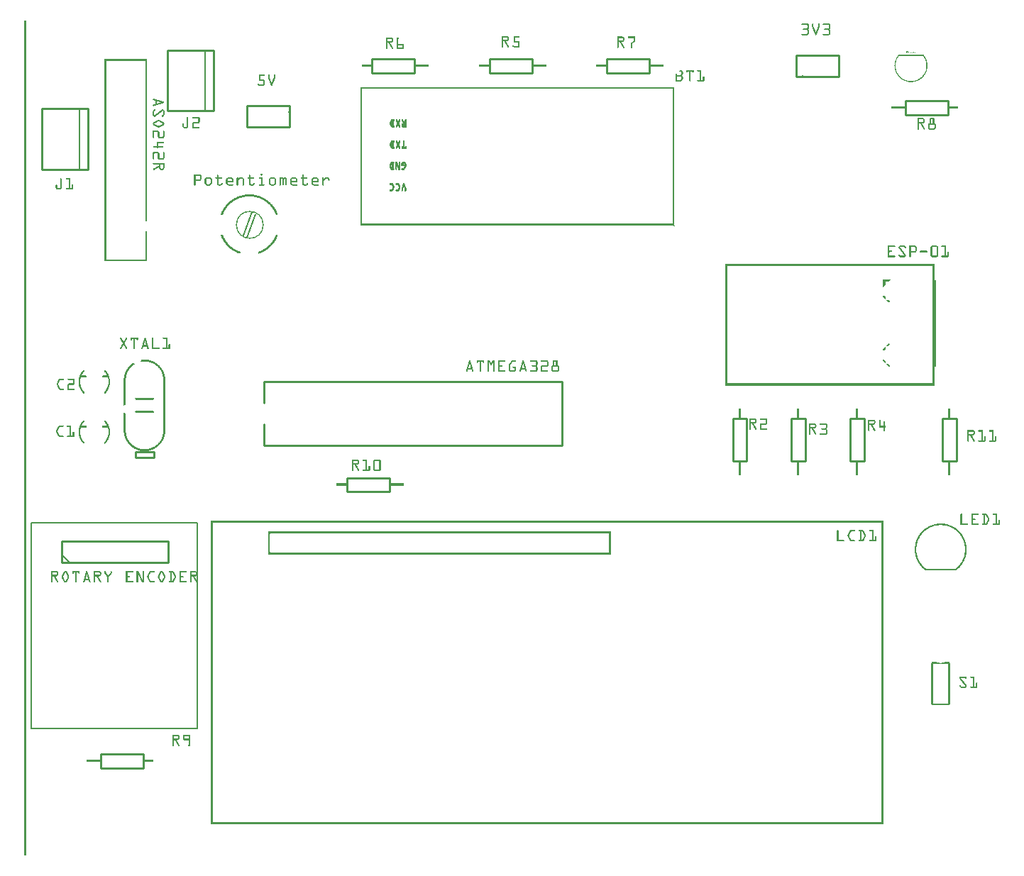
<source format=gto>
G04 MADE WITH FRITZING*
G04 WWW.FRITZING.ORG*
G04 DOUBLE SIDED*
G04 HOLES PLATED*
G04 CONTOUR ON CENTER OF CONTOUR VECTOR*
%ASAXBY*%
%FSLAX23Y23*%
%MOIN*%
%OFA0B0*%
%SFA1.0B1.0*%
%ADD10C,0.130984X0.120984*%
%ADD11R,0.785557X0.974444X0.770001X0.958888*%
%ADD12C,0.007778*%
%ADD13R,0.096457X0.038714X0.076772X0.019029*%
%ADD14C,0.009843*%
%ADD15C,0.010000*%
%ADD16C,0.005000*%
%ADD17C,0.008051*%
%ADD18C,0.007224*%
%ADD19R,0.001000X0.001000*%
%LNSILK1*%
G90*
G70*
G54D10*
X1064Y2963D03*
G54D12*
X39Y1563D02*
X817Y1563D01*
X817Y596D01*
X39Y596D01*
X39Y1563D01*
D02*
G54D14*
X528Y1898D02*
X615Y1898D01*
X615Y1869D01*
X528Y1869D01*
X528Y1898D01*
D02*
G54D15*
X90Y3509D02*
X90Y3224D01*
D02*
X90Y3224D02*
X306Y3224D01*
D02*
X306Y3224D02*
X306Y3509D01*
D02*
X306Y3509D02*
X90Y3509D01*
G54D16*
D02*
X266Y3224D02*
X266Y3509D01*
G54D15*
D02*
X680Y3785D02*
X680Y3499D01*
D02*
X680Y3499D02*
X896Y3499D01*
D02*
X896Y3499D02*
X896Y3785D01*
D02*
X896Y3785D02*
X680Y3785D01*
G54D16*
D02*
X856Y3499D02*
X856Y3785D01*
G54D15*
D02*
X1252Y3525D02*
X1052Y3525D01*
D02*
X1052Y3525D02*
X1052Y3425D01*
D02*
X1052Y3425D02*
X1252Y3425D01*
D02*
X1252Y3425D02*
X1252Y3525D01*
D02*
X4318Y1852D02*
X4318Y2052D01*
D02*
X4318Y2052D02*
X4384Y2052D01*
D02*
X4384Y2052D02*
X4384Y1852D01*
D02*
X4384Y1852D02*
X4318Y1852D01*
G54D16*
D02*
X1076Y3022D02*
X1036Y2912D01*
D02*
X1052Y2904D02*
X1091Y3014D01*
G54D15*
D02*
X1722Y1709D02*
X1522Y1709D01*
D02*
X1522Y1709D02*
X1522Y1775D01*
D02*
X1522Y1775D02*
X1722Y1775D01*
D02*
X1722Y1775D02*
X1722Y1709D01*
D02*
X366Y476D02*
X566Y476D01*
D02*
X566Y476D02*
X566Y410D01*
D02*
X566Y410D02*
X366Y410D01*
D02*
X366Y410D02*
X366Y476D01*
D02*
X1133Y1926D02*
X2533Y1926D01*
D02*
X2533Y1926D02*
X2533Y2226D01*
D02*
X2533Y2226D02*
X1133Y2226D01*
D02*
X1133Y1926D02*
X1133Y2026D01*
D02*
X1133Y2126D02*
X1133Y2226D01*
D02*
X182Y1378D02*
X682Y1378D01*
D02*
X682Y1378D02*
X682Y1478D01*
D02*
X682Y1478D02*
X182Y1478D01*
D02*
X182Y1478D02*
X182Y1378D01*
G54D16*
D02*
X217Y1378D02*
X182Y1413D01*
G54D15*
D02*
X4146Y3547D02*
X4346Y3547D01*
D02*
X4346Y3547D02*
X4346Y3481D01*
D02*
X4346Y3481D02*
X4146Y3481D01*
D02*
X4146Y3481D02*
X4146Y3547D01*
D02*
X3632Y3661D02*
X3832Y3661D01*
D02*
X3832Y3661D02*
X3832Y3761D01*
D02*
X3832Y3761D02*
X3632Y3761D01*
D02*
X3632Y3761D02*
X3632Y3661D01*
G54D17*
D02*
X4284Y2703D02*
X4284Y2678D01*
D02*
X4284Y2627D02*
X4284Y2602D01*
D02*
X4284Y2602D02*
X4284Y2577D01*
D02*
X4284Y2527D02*
X4284Y2501D01*
D02*
X4284Y2501D02*
X4284Y2476D01*
D02*
X4284Y2426D02*
X4284Y2401D01*
D02*
X4284Y2703D02*
X4284Y2703D01*
D02*
X4284Y2678D02*
X4284Y2627D01*
D02*
X4284Y2602D02*
X4284Y2577D01*
D02*
X4284Y2577D02*
X4284Y2527D01*
D02*
X4284Y2527D02*
X4284Y2501D01*
D02*
X4284Y2501D02*
X4284Y2476D01*
D02*
X4284Y2476D02*
X4284Y2426D01*
D02*
X4284Y2426D02*
X4284Y2401D01*
D02*
X4284Y2476D02*
X4284Y2426D01*
D02*
X4284Y2577D02*
X4284Y2527D01*
D02*
X4284Y2678D02*
X4284Y2627D01*
D02*
X4284Y2325D02*
X4284Y2300D01*
D02*
X4284Y2376D02*
X4284Y2325D01*
D02*
X4284Y2300D02*
X4284Y2300D01*
D02*
X4284Y2376D02*
X4284Y2325D01*
D02*
X4284Y2401D02*
X4284Y2376D01*
G54D18*
D02*
X3059Y2960D02*
X3059Y2960D01*
D02*
X3059Y2960D02*
X3059Y2960D01*
D02*
X3059Y2960D02*
X3059Y2960D01*
D02*
X3059Y2960D02*
X3059Y2960D01*
D02*
X3059Y2960D02*
X3059Y2960D01*
D02*
X3059Y2960D02*
X3059Y2960D01*
D02*
X3059Y2960D02*
X3059Y2960D01*
D02*
X3059Y2960D02*
X3059Y2960D01*
D02*
X3059Y2960D02*
X3059Y2960D01*
D02*
X3059Y2960D02*
X3059Y2960D01*
G54D15*
D02*
X2391Y3678D02*
X2191Y3678D01*
D02*
X2191Y3678D02*
X2191Y3744D01*
D02*
X2191Y3744D02*
X2391Y3744D01*
D02*
X2391Y3744D02*
X2391Y3678D01*
D02*
X1840Y3678D02*
X1640Y3678D01*
D02*
X1640Y3678D02*
X1640Y3744D01*
D02*
X1640Y3744D02*
X1840Y3744D01*
D02*
X1840Y3744D02*
X1840Y3678D01*
D02*
X2942Y3678D02*
X2742Y3678D01*
D02*
X2742Y3678D02*
X2742Y3744D01*
D02*
X2742Y3744D02*
X2942Y3744D01*
D02*
X2942Y3744D02*
X2942Y3678D01*
D02*
X3885Y1852D02*
X3885Y2052D01*
D02*
X3885Y2052D02*
X3951Y2052D01*
D02*
X3951Y2052D02*
X3951Y1852D01*
D02*
X3951Y1852D02*
X3885Y1852D01*
D02*
X3610Y1852D02*
X3610Y2052D01*
D02*
X3610Y2052D02*
X3676Y2052D01*
D02*
X3676Y2052D02*
X3676Y1852D01*
D02*
X3676Y1852D02*
X3610Y1852D01*
D02*
X3334Y1852D02*
X3334Y2052D01*
D02*
X3334Y2052D02*
X3400Y2052D01*
D02*
X3400Y2052D02*
X3400Y1852D01*
D02*
X3400Y1852D02*
X3334Y1852D01*
G54D16*
X4116Y3761D02*
X4228Y3761D01*
D02*
G54D19*
X7Y3922D02*
X15Y3922D01*
X7Y3921D02*
X14Y3921D01*
X7Y3920D02*
X14Y3920D01*
X7Y3919D02*
X14Y3919D01*
X7Y3918D02*
X14Y3918D01*
X7Y3917D02*
X14Y3917D01*
X7Y3916D02*
X14Y3916D01*
X7Y3915D02*
X14Y3915D01*
X7Y3914D02*
X14Y3914D01*
X7Y3913D02*
X14Y3913D01*
X7Y3912D02*
X14Y3912D01*
X7Y3911D02*
X14Y3911D01*
X7Y3910D02*
X14Y3910D01*
X7Y3909D02*
X14Y3909D01*
X3660Y3909D02*
X3684Y3909D01*
X3710Y3909D02*
X3710Y3909D01*
X3738Y3909D02*
X3738Y3909D01*
X3760Y3909D02*
X3785Y3909D01*
X7Y3908D02*
X14Y3908D01*
X3658Y3908D02*
X3687Y3908D01*
X3708Y3908D02*
X3712Y3908D01*
X3736Y3908D02*
X3740Y3908D01*
X3758Y3908D02*
X3788Y3908D01*
X7Y3907D02*
X14Y3907D01*
X3657Y3907D02*
X3688Y3907D01*
X3708Y3907D02*
X3713Y3907D01*
X3735Y3907D02*
X3740Y3907D01*
X3758Y3907D02*
X3789Y3907D01*
X7Y3906D02*
X14Y3906D01*
X3657Y3906D02*
X3689Y3906D01*
X3707Y3906D02*
X3713Y3906D01*
X3735Y3906D02*
X3741Y3906D01*
X3757Y3906D02*
X3790Y3906D01*
X7Y3905D02*
X14Y3905D01*
X3657Y3905D02*
X3690Y3905D01*
X3707Y3905D02*
X3713Y3905D01*
X3735Y3905D02*
X3741Y3905D01*
X3757Y3905D02*
X3790Y3905D01*
X7Y3904D02*
X14Y3904D01*
X3657Y3904D02*
X3690Y3904D01*
X3707Y3904D02*
X3713Y3904D01*
X3735Y3904D02*
X3741Y3904D01*
X3758Y3904D02*
X3791Y3904D01*
X7Y3903D02*
X14Y3903D01*
X3658Y3903D02*
X3691Y3903D01*
X3707Y3903D02*
X3713Y3903D01*
X3735Y3903D02*
X3741Y3903D01*
X3759Y3903D02*
X3791Y3903D01*
X7Y3902D02*
X14Y3902D01*
X3684Y3902D02*
X3691Y3902D01*
X3707Y3902D02*
X3713Y3902D01*
X3735Y3902D02*
X3741Y3902D01*
X3785Y3902D02*
X3791Y3902D01*
X7Y3901D02*
X14Y3901D01*
X3685Y3901D02*
X3691Y3901D01*
X3707Y3901D02*
X3713Y3901D01*
X3735Y3901D02*
X3741Y3901D01*
X3785Y3901D02*
X3791Y3901D01*
X7Y3900D02*
X14Y3900D01*
X3685Y3900D02*
X3691Y3900D01*
X3707Y3900D02*
X3713Y3900D01*
X3735Y3900D02*
X3741Y3900D01*
X3785Y3900D02*
X3791Y3900D01*
X7Y3899D02*
X14Y3899D01*
X3685Y3899D02*
X3691Y3899D01*
X3707Y3899D02*
X3713Y3899D01*
X3735Y3899D02*
X3741Y3899D01*
X3785Y3899D02*
X3791Y3899D01*
X7Y3898D02*
X14Y3898D01*
X3685Y3898D02*
X3691Y3898D01*
X3707Y3898D02*
X3713Y3898D01*
X3735Y3898D02*
X3741Y3898D01*
X3785Y3898D02*
X3791Y3898D01*
X7Y3897D02*
X14Y3897D01*
X3685Y3897D02*
X3691Y3897D01*
X3707Y3897D02*
X3713Y3897D01*
X3735Y3897D02*
X3741Y3897D01*
X3785Y3897D02*
X3791Y3897D01*
X7Y3896D02*
X14Y3896D01*
X3685Y3896D02*
X3691Y3896D01*
X3707Y3896D02*
X3713Y3896D01*
X3735Y3896D02*
X3741Y3896D01*
X3785Y3896D02*
X3791Y3896D01*
X7Y3895D02*
X14Y3895D01*
X3685Y3895D02*
X3691Y3895D01*
X3707Y3895D02*
X3713Y3895D01*
X3735Y3895D02*
X3741Y3895D01*
X3785Y3895D02*
X3791Y3895D01*
X7Y3894D02*
X14Y3894D01*
X3685Y3894D02*
X3691Y3894D01*
X3707Y3894D02*
X3713Y3894D01*
X3735Y3894D02*
X3741Y3894D01*
X3785Y3894D02*
X3791Y3894D01*
X7Y3893D02*
X14Y3893D01*
X3685Y3893D02*
X3691Y3893D01*
X3707Y3893D02*
X3714Y3893D01*
X3734Y3893D02*
X3741Y3893D01*
X3785Y3893D02*
X3791Y3893D01*
X7Y3892D02*
X14Y3892D01*
X3685Y3892D02*
X3691Y3892D01*
X3708Y3892D02*
X3714Y3892D01*
X3734Y3892D02*
X3740Y3892D01*
X3785Y3892D02*
X3791Y3892D01*
X7Y3891D02*
X14Y3891D01*
X3685Y3891D02*
X3691Y3891D01*
X3708Y3891D02*
X3715Y3891D01*
X3733Y3891D02*
X3740Y3891D01*
X3785Y3891D02*
X3791Y3891D01*
X7Y3890D02*
X14Y3890D01*
X3685Y3890D02*
X3691Y3890D01*
X3708Y3890D02*
X3715Y3890D01*
X3733Y3890D02*
X3740Y3890D01*
X3785Y3890D02*
X3791Y3890D01*
X7Y3889D02*
X14Y3889D01*
X3685Y3889D02*
X3691Y3889D01*
X3709Y3889D02*
X3715Y3889D01*
X3733Y3889D02*
X3739Y3889D01*
X3785Y3889D02*
X3791Y3889D01*
X7Y3888D02*
X14Y3888D01*
X3684Y3888D02*
X3691Y3888D01*
X3709Y3888D02*
X3716Y3888D01*
X3732Y3888D02*
X3739Y3888D01*
X3785Y3888D02*
X3791Y3888D01*
X7Y3887D02*
X14Y3887D01*
X3684Y3887D02*
X3690Y3887D01*
X3710Y3887D02*
X3716Y3887D01*
X3732Y3887D02*
X3738Y3887D01*
X3784Y3887D02*
X3791Y3887D01*
X7Y3886D02*
X14Y3886D01*
X3683Y3886D02*
X3690Y3886D01*
X3710Y3886D02*
X3717Y3886D01*
X3732Y3886D02*
X3738Y3886D01*
X3783Y3886D02*
X3791Y3886D01*
X7Y3885D02*
X14Y3885D01*
X3666Y3885D02*
X3690Y3885D01*
X3710Y3885D02*
X3717Y3885D01*
X3731Y3885D02*
X3738Y3885D01*
X3766Y3885D02*
X3790Y3885D01*
X7Y3884D02*
X14Y3884D01*
X3665Y3884D02*
X3689Y3884D01*
X3711Y3884D02*
X3717Y3884D01*
X3731Y3884D02*
X3737Y3884D01*
X3765Y3884D02*
X3790Y3884D01*
X7Y3883D02*
X14Y3883D01*
X3664Y3883D02*
X3689Y3883D01*
X3711Y3883D02*
X3718Y3883D01*
X3730Y3883D02*
X3737Y3883D01*
X3764Y3883D02*
X3789Y3883D01*
X7Y3882D02*
X14Y3882D01*
X3664Y3882D02*
X3688Y3882D01*
X3712Y3882D02*
X3718Y3882D01*
X3730Y3882D02*
X3737Y3882D01*
X3764Y3882D02*
X3788Y3882D01*
X7Y3881D02*
X14Y3881D01*
X3664Y3881D02*
X3689Y3881D01*
X3712Y3881D02*
X3718Y3881D01*
X3730Y3881D02*
X3736Y3881D01*
X3764Y3881D02*
X3789Y3881D01*
X7Y3880D02*
X14Y3880D01*
X3665Y3880D02*
X3689Y3880D01*
X3712Y3880D02*
X3719Y3880D01*
X3729Y3880D02*
X3736Y3880D01*
X3765Y3880D02*
X3790Y3880D01*
X7Y3879D02*
X14Y3879D01*
X3666Y3879D02*
X3690Y3879D01*
X3713Y3879D02*
X3719Y3879D01*
X3729Y3879D02*
X3735Y3879D01*
X3766Y3879D02*
X3790Y3879D01*
X7Y3878D02*
X14Y3878D01*
X3683Y3878D02*
X3690Y3878D01*
X3713Y3878D02*
X3720Y3878D01*
X3728Y3878D02*
X3735Y3878D01*
X3783Y3878D02*
X3791Y3878D01*
X7Y3877D02*
X14Y3877D01*
X3684Y3877D02*
X3690Y3877D01*
X3713Y3877D02*
X3720Y3877D01*
X3728Y3877D02*
X3735Y3877D01*
X3784Y3877D02*
X3791Y3877D01*
X7Y3876D02*
X14Y3876D01*
X3684Y3876D02*
X3691Y3876D01*
X3714Y3876D02*
X3720Y3876D01*
X3728Y3876D02*
X3734Y3876D01*
X3785Y3876D02*
X3791Y3876D01*
X7Y3875D02*
X14Y3875D01*
X3685Y3875D02*
X3691Y3875D01*
X3714Y3875D02*
X3721Y3875D01*
X3727Y3875D02*
X3734Y3875D01*
X3785Y3875D02*
X3791Y3875D01*
X7Y3874D02*
X14Y3874D01*
X3685Y3874D02*
X3691Y3874D01*
X3715Y3874D02*
X3721Y3874D01*
X3727Y3874D02*
X3733Y3874D01*
X3785Y3874D02*
X3791Y3874D01*
X7Y3873D02*
X14Y3873D01*
X3685Y3873D02*
X3691Y3873D01*
X3715Y3873D02*
X3722Y3873D01*
X3726Y3873D02*
X3733Y3873D01*
X3785Y3873D02*
X3791Y3873D01*
X7Y3872D02*
X14Y3872D01*
X3685Y3872D02*
X3691Y3872D01*
X3715Y3872D02*
X3722Y3872D01*
X3726Y3872D02*
X3733Y3872D01*
X3785Y3872D02*
X3791Y3872D01*
X7Y3871D02*
X14Y3871D01*
X3685Y3871D02*
X3691Y3871D01*
X3716Y3871D02*
X3722Y3871D01*
X3726Y3871D02*
X3732Y3871D01*
X3785Y3871D02*
X3791Y3871D01*
X7Y3870D02*
X14Y3870D01*
X3685Y3870D02*
X3691Y3870D01*
X3716Y3870D02*
X3723Y3870D01*
X3725Y3870D02*
X3732Y3870D01*
X3785Y3870D02*
X3791Y3870D01*
X7Y3869D02*
X14Y3869D01*
X3685Y3869D02*
X3691Y3869D01*
X3717Y3869D02*
X3723Y3869D01*
X3725Y3869D02*
X3731Y3869D01*
X3785Y3869D02*
X3791Y3869D01*
X7Y3868D02*
X14Y3868D01*
X3685Y3868D02*
X3691Y3868D01*
X3717Y3868D02*
X3731Y3868D01*
X3785Y3868D02*
X3791Y3868D01*
X7Y3867D02*
X14Y3867D01*
X3685Y3867D02*
X3691Y3867D01*
X3717Y3867D02*
X3731Y3867D01*
X3785Y3867D02*
X3791Y3867D01*
X7Y3866D02*
X14Y3866D01*
X3685Y3866D02*
X3691Y3866D01*
X3718Y3866D02*
X3730Y3866D01*
X3785Y3866D02*
X3791Y3866D01*
X7Y3865D02*
X14Y3865D01*
X3685Y3865D02*
X3691Y3865D01*
X3718Y3865D02*
X3730Y3865D01*
X3785Y3865D02*
X3791Y3865D01*
X7Y3864D02*
X14Y3864D01*
X3685Y3864D02*
X3691Y3864D01*
X3719Y3864D02*
X3729Y3864D01*
X3785Y3864D02*
X3791Y3864D01*
X7Y3863D02*
X14Y3863D01*
X3685Y3863D02*
X3691Y3863D01*
X3719Y3863D02*
X3729Y3863D01*
X3785Y3863D02*
X3791Y3863D01*
X7Y3862D02*
X14Y3862D01*
X3684Y3862D02*
X3691Y3862D01*
X3719Y3862D02*
X3729Y3862D01*
X3785Y3862D02*
X3791Y3862D01*
X7Y3861D02*
X14Y3861D01*
X3658Y3861D02*
X3691Y3861D01*
X3720Y3861D02*
X3728Y3861D01*
X3759Y3861D02*
X3791Y3861D01*
X7Y3860D02*
X14Y3860D01*
X3657Y3860D02*
X3690Y3860D01*
X3720Y3860D02*
X3728Y3860D01*
X3758Y3860D02*
X3791Y3860D01*
X7Y3859D02*
X14Y3859D01*
X3657Y3859D02*
X3690Y3859D01*
X3720Y3859D02*
X3728Y3859D01*
X3757Y3859D02*
X3790Y3859D01*
X7Y3858D02*
X14Y3858D01*
X3657Y3858D02*
X3689Y3858D01*
X3721Y3858D02*
X3727Y3858D01*
X3757Y3858D02*
X3790Y3858D01*
X7Y3857D02*
X14Y3857D01*
X3657Y3857D02*
X3689Y3857D01*
X3721Y3857D02*
X3727Y3857D01*
X3758Y3857D02*
X3789Y3857D01*
X7Y3856D02*
X14Y3856D01*
X3658Y3856D02*
X3687Y3856D01*
X3722Y3856D02*
X3726Y3856D01*
X3758Y3856D02*
X3788Y3856D01*
X7Y3855D02*
X14Y3855D01*
X3660Y3855D02*
X3685Y3855D01*
X3723Y3855D02*
X3725Y3855D01*
X3760Y3855D02*
X3785Y3855D01*
X7Y3854D02*
X14Y3854D01*
X7Y3853D02*
X14Y3853D01*
X7Y3852D02*
X14Y3852D01*
X7Y3851D02*
X14Y3851D01*
X7Y3850D02*
X14Y3850D01*
X2249Y3850D02*
X2275Y3850D01*
X2306Y3850D02*
X2331Y3850D01*
X7Y3849D02*
X14Y3849D01*
X2249Y3849D02*
X2278Y3849D01*
X2306Y3849D02*
X2332Y3849D01*
X7Y3848D02*
X14Y3848D01*
X2249Y3848D02*
X2279Y3848D01*
X2306Y3848D02*
X2333Y3848D01*
X2791Y3848D02*
X2816Y3848D01*
X2844Y3848D02*
X2875Y3848D01*
X7Y3847D02*
X14Y3847D01*
X2249Y3847D02*
X2280Y3847D01*
X2306Y3847D02*
X2333Y3847D01*
X2791Y3847D02*
X2819Y3847D01*
X2842Y3847D02*
X2875Y3847D01*
X7Y3846D02*
X14Y3846D01*
X2249Y3846D02*
X2281Y3846D01*
X2306Y3846D02*
X2333Y3846D01*
X2791Y3846D02*
X2821Y3846D01*
X2842Y3846D02*
X2875Y3846D01*
X7Y3845D02*
X14Y3845D01*
X2249Y3845D02*
X2282Y3845D01*
X2306Y3845D02*
X2332Y3845D01*
X2791Y3845D02*
X2822Y3845D01*
X2841Y3845D02*
X2875Y3845D01*
X7Y3844D02*
X14Y3844D01*
X2249Y3844D02*
X2282Y3844D01*
X2306Y3844D02*
X2331Y3844D01*
X2791Y3844D02*
X2823Y3844D01*
X2841Y3844D02*
X2875Y3844D01*
X7Y3843D02*
X14Y3843D01*
X1705Y3843D02*
X1732Y3843D01*
X1757Y3843D02*
X1763Y3843D01*
X2249Y3843D02*
X2255Y3843D01*
X2275Y3843D02*
X2282Y3843D01*
X2306Y3843D02*
X2312Y3843D01*
X2791Y3843D02*
X2823Y3843D01*
X2841Y3843D02*
X2875Y3843D01*
X7Y3842D02*
X14Y3842D01*
X1705Y3842D02*
X1734Y3842D01*
X1756Y3842D02*
X1764Y3842D01*
X2249Y3842D02*
X2255Y3842D01*
X2276Y3842D02*
X2283Y3842D01*
X2306Y3842D02*
X2312Y3842D01*
X2791Y3842D02*
X2824Y3842D01*
X2841Y3842D02*
X2875Y3842D01*
X7Y3841D02*
X14Y3841D01*
X1705Y3841D02*
X1735Y3841D01*
X1755Y3841D02*
X1765Y3841D01*
X2249Y3841D02*
X2255Y3841D01*
X2277Y3841D02*
X2283Y3841D01*
X2306Y3841D02*
X2312Y3841D01*
X2791Y3841D02*
X2797Y3841D01*
X2816Y3841D02*
X2824Y3841D01*
X2841Y3841D02*
X2847Y3841D01*
X2869Y3841D02*
X2875Y3841D01*
X7Y3840D02*
X14Y3840D01*
X1705Y3840D02*
X1736Y3840D01*
X1755Y3840D02*
X1765Y3840D01*
X2249Y3840D02*
X2255Y3840D01*
X2277Y3840D02*
X2283Y3840D01*
X2306Y3840D02*
X2312Y3840D01*
X2791Y3840D02*
X2797Y3840D01*
X2818Y3840D02*
X2824Y3840D01*
X2842Y3840D02*
X2847Y3840D01*
X2869Y3840D02*
X2875Y3840D01*
X7Y3839D02*
X14Y3839D01*
X1705Y3839D02*
X1737Y3839D01*
X1755Y3839D02*
X1764Y3839D01*
X2249Y3839D02*
X2255Y3839D01*
X2277Y3839D02*
X2283Y3839D01*
X2306Y3839D02*
X2312Y3839D01*
X2791Y3839D02*
X2797Y3839D01*
X2818Y3839D02*
X2825Y3839D01*
X2843Y3839D02*
X2846Y3839D01*
X2869Y3839D02*
X2875Y3839D01*
X7Y3838D02*
X14Y3838D01*
X1705Y3838D02*
X1737Y3838D01*
X1755Y3838D02*
X1764Y3838D01*
X2249Y3838D02*
X2255Y3838D01*
X2277Y3838D02*
X2283Y3838D01*
X2306Y3838D02*
X2312Y3838D01*
X2791Y3838D02*
X2797Y3838D01*
X2819Y3838D02*
X2825Y3838D01*
X2869Y3838D02*
X2875Y3838D01*
X7Y3837D02*
X14Y3837D01*
X1705Y3837D02*
X1738Y3837D01*
X1755Y3837D02*
X1763Y3837D01*
X2249Y3837D02*
X2255Y3837D01*
X2277Y3837D02*
X2283Y3837D01*
X2306Y3837D02*
X2312Y3837D01*
X2791Y3837D02*
X2797Y3837D01*
X2819Y3837D02*
X2825Y3837D01*
X2869Y3837D02*
X2875Y3837D01*
X7Y3836D02*
X14Y3836D01*
X1705Y3836D02*
X1711Y3836D01*
X1731Y3836D02*
X1738Y3836D01*
X1755Y3836D02*
X1761Y3836D01*
X2249Y3836D02*
X2255Y3836D01*
X2277Y3836D02*
X2283Y3836D01*
X2306Y3836D02*
X2312Y3836D01*
X2791Y3836D02*
X2797Y3836D01*
X2819Y3836D02*
X2825Y3836D01*
X2869Y3836D02*
X2875Y3836D01*
X7Y3835D02*
X14Y3835D01*
X1705Y3835D02*
X1711Y3835D01*
X1732Y3835D02*
X1738Y3835D01*
X1755Y3835D02*
X1761Y3835D01*
X2249Y3835D02*
X2255Y3835D01*
X2277Y3835D02*
X2283Y3835D01*
X2306Y3835D02*
X2312Y3835D01*
X2791Y3835D02*
X2797Y3835D01*
X2819Y3835D02*
X2825Y3835D01*
X2869Y3835D02*
X2875Y3835D01*
X7Y3834D02*
X14Y3834D01*
X1705Y3834D02*
X1711Y3834D01*
X1732Y3834D02*
X1739Y3834D01*
X1755Y3834D02*
X1761Y3834D01*
X2249Y3834D02*
X2255Y3834D01*
X2276Y3834D02*
X2283Y3834D01*
X2306Y3834D02*
X2312Y3834D01*
X2791Y3834D02*
X2797Y3834D01*
X2819Y3834D02*
X2825Y3834D01*
X2869Y3834D02*
X2875Y3834D01*
X7Y3833D02*
X14Y3833D01*
X1705Y3833D02*
X1711Y3833D01*
X1733Y3833D02*
X1739Y3833D01*
X1755Y3833D02*
X1761Y3833D01*
X2249Y3833D02*
X2255Y3833D01*
X2275Y3833D02*
X2282Y3833D01*
X2306Y3833D02*
X2312Y3833D01*
X2791Y3833D02*
X2797Y3833D01*
X2819Y3833D02*
X2825Y3833D01*
X2869Y3833D02*
X2875Y3833D01*
X7Y3832D02*
X14Y3832D01*
X1705Y3832D02*
X1711Y3832D01*
X1733Y3832D02*
X1739Y3832D01*
X1755Y3832D02*
X1761Y3832D01*
X2249Y3832D02*
X2282Y3832D01*
X2306Y3832D02*
X2312Y3832D01*
X2791Y3832D02*
X2797Y3832D01*
X2818Y3832D02*
X2825Y3832D01*
X2869Y3832D02*
X2875Y3832D01*
X7Y3831D02*
X14Y3831D01*
X1705Y3831D02*
X1711Y3831D01*
X1733Y3831D02*
X1739Y3831D01*
X1755Y3831D02*
X1761Y3831D01*
X2249Y3831D02*
X2281Y3831D01*
X2306Y3831D02*
X2312Y3831D01*
X2791Y3831D02*
X2797Y3831D01*
X2817Y3831D02*
X2824Y3831D01*
X2869Y3831D02*
X2875Y3831D01*
X7Y3830D02*
X14Y3830D01*
X1705Y3830D02*
X1711Y3830D01*
X1733Y3830D02*
X1739Y3830D01*
X1755Y3830D02*
X1761Y3830D01*
X2249Y3830D02*
X2281Y3830D01*
X2306Y3830D02*
X2312Y3830D01*
X2791Y3830D02*
X2824Y3830D01*
X2869Y3830D02*
X2875Y3830D01*
X7Y3829D02*
X14Y3829D01*
X1705Y3829D02*
X1711Y3829D01*
X1733Y3829D02*
X1739Y3829D01*
X1755Y3829D02*
X1761Y3829D01*
X2249Y3829D02*
X2280Y3829D01*
X2306Y3829D02*
X2312Y3829D01*
X2791Y3829D02*
X2823Y3829D01*
X2869Y3829D02*
X2875Y3829D01*
X7Y3828D02*
X14Y3828D01*
X1705Y3828D02*
X1711Y3828D01*
X1732Y3828D02*
X1739Y3828D01*
X1755Y3828D02*
X1761Y3828D01*
X2249Y3828D02*
X2279Y3828D01*
X2306Y3828D02*
X2312Y3828D01*
X2791Y3828D02*
X2823Y3828D01*
X2868Y3828D02*
X2875Y3828D01*
X7Y3827D02*
X14Y3827D01*
X1705Y3827D02*
X1711Y3827D01*
X1732Y3827D02*
X1738Y3827D01*
X1755Y3827D02*
X1761Y3827D01*
X2249Y3827D02*
X2277Y3827D01*
X2306Y3827D02*
X2313Y3827D01*
X2791Y3827D02*
X2822Y3827D01*
X2867Y3827D02*
X2875Y3827D01*
X7Y3826D02*
X14Y3826D01*
X1705Y3826D02*
X1711Y3826D01*
X1730Y3826D02*
X1738Y3826D01*
X1755Y3826D02*
X1761Y3826D01*
X2249Y3826D02*
X2275Y3826D01*
X2306Y3826D02*
X2329Y3826D01*
X2791Y3826D02*
X2821Y3826D01*
X2866Y3826D02*
X2875Y3826D01*
X7Y3825D02*
X14Y3825D01*
X1705Y3825D02*
X1738Y3825D01*
X1755Y3825D02*
X1761Y3825D01*
X2249Y3825D02*
X2255Y3825D01*
X2261Y3825D02*
X2269Y3825D01*
X2306Y3825D02*
X2331Y3825D01*
X2791Y3825D02*
X2820Y3825D01*
X2865Y3825D02*
X2874Y3825D01*
X7Y3824D02*
X14Y3824D01*
X1705Y3824D02*
X1737Y3824D01*
X1755Y3824D02*
X1761Y3824D01*
X2249Y3824D02*
X2255Y3824D01*
X2262Y3824D02*
X2269Y3824D01*
X2306Y3824D02*
X2332Y3824D01*
X2791Y3824D02*
X2818Y3824D01*
X2864Y3824D02*
X2873Y3824D01*
X7Y3823D02*
X14Y3823D01*
X1705Y3823D02*
X1736Y3823D01*
X1755Y3823D02*
X1761Y3823D01*
X2249Y3823D02*
X2255Y3823D01*
X2263Y3823D02*
X2270Y3823D01*
X2306Y3823D02*
X2332Y3823D01*
X2791Y3823D02*
X2797Y3823D01*
X2803Y3823D02*
X2810Y3823D01*
X2862Y3823D02*
X2872Y3823D01*
X7Y3822D02*
X14Y3822D01*
X1705Y3822D02*
X1736Y3822D01*
X1755Y3822D02*
X1761Y3822D01*
X2249Y3822D02*
X2255Y3822D01*
X2263Y3822D02*
X2270Y3822D01*
X2306Y3822D02*
X2333Y3822D01*
X2791Y3822D02*
X2797Y3822D01*
X2804Y3822D02*
X2811Y3822D01*
X2861Y3822D02*
X2871Y3822D01*
X7Y3821D02*
X14Y3821D01*
X1705Y3821D02*
X1734Y3821D01*
X1755Y3821D02*
X1761Y3821D01*
X2249Y3821D02*
X2255Y3821D01*
X2264Y3821D02*
X2271Y3821D01*
X2306Y3821D02*
X2333Y3821D01*
X2791Y3821D02*
X2797Y3821D01*
X2804Y3821D02*
X2812Y3821D01*
X2860Y3821D02*
X2870Y3821D01*
X7Y3820D02*
X14Y3820D01*
X1705Y3820D02*
X1733Y3820D01*
X1755Y3820D02*
X1761Y3820D01*
X2249Y3820D02*
X2255Y3820D01*
X2264Y3820D02*
X2272Y3820D01*
X2307Y3820D02*
X2333Y3820D01*
X2791Y3820D02*
X2797Y3820D01*
X2805Y3820D02*
X2812Y3820D01*
X2859Y3820D02*
X2869Y3820D01*
X7Y3819D02*
X14Y3819D01*
X1705Y3819D02*
X1730Y3819D01*
X1755Y3819D02*
X1761Y3819D01*
X2249Y3819D02*
X2255Y3819D01*
X2265Y3819D02*
X2272Y3819D01*
X2327Y3819D02*
X2333Y3819D01*
X2791Y3819D02*
X2797Y3819D01*
X2806Y3819D02*
X2813Y3819D01*
X2858Y3819D02*
X2867Y3819D01*
X7Y3818D02*
X14Y3818D01*
X1705Y3818D02*
X1711Y3818D01*
X1717Y3818D02*
X1725Y3818D01*
X1755Y3818D02*
X1761Y3818D01*
X2249Y3818D02*
X2255Y3818D01*
X2266Y3818D02*
X2273Y3818D01*
X2327Y3818D02*
X2333Y3818D01*
X2791Y3818D02*
X2797Y3818D01*
X2806Y3818D02*
X2813Y3818D01*
X2857Y3818D02*
X2866Y3818D01*
X7Y3817D02*
X14Y3817D01*
X1705Y3817D02*
X1711Y3817D01*
X1718Y3817D02*
X1725Y3817D01*
X1755Y3817D02*
X1761Y3817D01*
X2249Y3817D02*
X2255Y3817D01*
X2266Y3817D02*
X2273Y3817D01*
X2327Y3817D02*
X2333Y3817D01*
X2791Y3817D02*
X2797Y3817D01*
X2807Y3817D02*
X2814Y3817D01*
X2856Y3817D02*
X2865Y3817D01*
X7Y3816D02*
X14Y3816D01*
X1705Y3816D02*
X1711Y3816D01*
X1719Y3816D02*
X1726Y3816D01*
X1755Y3816D02*
X1761Y3816D01*
X2249Y3816D02*
X2255Y3816D01*
X2267Y3816D02*
X2274Y3816D01*
X2327Y3816D02*
X2333Y3816D01*
X2791Y3816D02*
X2797Y3816D01*
X2807Y3816D02*
X2815Y3816D01*
X2855Y3816D02*
X2864Y3816D01*
X7Y3815D02*
X14Y3815D01*
X1705Y3815D02*
X1711Y3815D01*
X1719Y3815D02*
X1726Y3815D01*
X1755Y3815D02*
X1761Y3815D01*
X2249Y3815D02*
X2255Y3815D01*
X2267Y3815D02*
X2275Y3815D01*
X2327Y3815D02*
X2333Y3815D01*
X2791Y3815D02*
X2797Y3815D01*
X2808Y3815D02*
X2815Y3815D01*
X2855Y3815D02*
X2863Y3815D01*
X7Y3814D02*
X14Y3814D01*
X1705Y3814D02*
X1711Y3814D01*
X1720Y3814D02*
X1727Y3814D01*
X1755Y3814D02*
X1786Y3814D01*
X2249Y3814D02*
X2255Y3814D01*
X2268Y3814D02*
X2275Y3814D01*
X2327Y3814D02*
X2333Y3814D01*
X2791Y3814D02*
X2797Y3814D01*
X2808Y3814D02*
X2816Y3814D01*
X2855Y3814D02*
X2862Y3814D01*
X7Y3813D02*
X14Y3813D01*
X1705Y3813D02*
X1711Y3813D01*
X1720Y3813D02*
X1727Y3813D01*
X1755Y3813D02*
X1788Y3813D01*
X2249Y3813D02*
X2255Y3813D01*
X2268Y3813D02*
X2276Y3813D01*
X2327Y3813D02*
X2333Y3813D01*
X2791Y3813D02*
X2797Y3813D01*
X2809Y3813D02*
X2816Y3813D01*
X2855Y3813D02*
X2861Y3813D01*
X7Y3812D02*
X14Y3812D01*
X1705Y3812D02*
X1711Y3812D01*
X1721Y3812D02*
X1728Y3812D01*
X1755Y3812D02*
X1789Y3812D01*
X2249Y3812D02*
X2255Y3812D01*
X2269Y3812D02*
X2276Y3812D01*
X2327Y3812D02*
X2333Y3812D01*
X2791Y3812D02*
X2797Y3812D01*
X2810Y3812D02*
X2817Y3812D01*
X2855Y3812D02*
X2861Y3812D01*
X7Y3811D02*
X14Y3811D01*
X1705Y3811D02*
X1711Y3811D01*
X1721Y3811D02*
X1729Y3811D01*
X1755Y3811D02*
X1789Y3811D01*
X2249Y3811D02*
X2255Y3811D01*
X2270Y3811D02*
X2277Y3811D01*
X2327Y3811D02*
X2333Y3811D01*
X2791Y3811D02*
X2797Y3811D01*
X2810Y3811D02*
X2817Y3811D01*
X2855Y3811D02*
X2861Y3811D01*
X7Y3810D02*
X14Y3810D01*
X1705Y3810D02*
X1711Y3810D01*
X1722Y3810D02*
X1729Y3810D01*
X1755Y3810D02*
X1789Y3810D01*
X2249Y3810D02*
X2255Y3810D01*
X2270Y3810D02*
X2277Y3810D01*
X2327Y3810D02*
X2333Y3810D01*
X2791Y3810D02*
X2797Y3810D01*
X2811Y3810D02*
X2818Y3810D01*
X2855Y3810D02*
X2861Y3810D01*
X7Y3809D02*
X14Y3809D01*
X1705Y3809D02*
X1711Y3809D01*
X1723Y3809D02*
X1730Y3809D01*
X1755Y3809D02*
X1789Y3809D01*
X2249Y3809D02*
X2255Y3809D01*
X2271Y3809D02*
X2278Y3809D01*
X2327Y3809D02*
X2333Y3809D01*
X2791Y3809D02*
X2797Y3809D01*
X2811Y3809D02*
X2819Y3809D01*
X2855Y3809D02*
X2861Y3809D01*
X7Y3808D02*
X14Y3808D01*
X1705Y3808D02*
X1711Y3808D01*
X1723Y3808D02*
X1730Y3808D01*
X1755Y3808D02*
X1789Y3808D01*
X2249Y3808D02*
X2255Y3808D01*
X2271Y3808D02*
X2279Y3808D01*
X2327Y3808D02*
X2333Y3808D01*
X2791Y3808D02*
X2797Y3808D01*
X2812Y3808D02*
X2819Y3808D01*
X2855Y3808D02*
X2861Y3808D01*
X7Y3807D02*
X14Y3807D01*
X1705Y3807D02*
X1711Y3807D01*
X1724Y3807D02*
X1731Y3807D01*
X1755Y3807D02*
X1762Y3807D01*
X1782Y3807D02*
X1789Y3807D01*
X2249Y3807D02*
X2255Y3807D01*
X2272Y3807D02*
X2279Y3807D01*
X2327Y3807D02*
X2333Y3807D01*
X2791Y3807D02*
X2797Y3807D01*
X2813Y3807D02*
X2820Y3807D01*
X2855Y3807D02*
X2861Y3807D01*
X7Y3806D02*
X14Y3806D01*
X1705Y3806D02*
X1711Y3806D01*
X1724Y3806D02*
X1732Y3806D01*
X1755Y3806D02*
X1761Y3806D01*
X1783Y3806D02*
X1789Y3806D01*
X2249Y3806D02*
X2255Y3806D01*
X2273Y3806D02*
X2280Y3806D01*
X2302Y3806D02*
X2303Y3806D01*
X2327Y3806D02*
X2333Y3806D01*
X2791Y3806D02*
X2797Y3806D01*
X2813Y3806D02*
X2820Y3806D01*
X2855Y3806D02*
X2861Y3806D01*
X7Y3805D02*
X14Y3805D01*
X1705Y3805D02*
X1711Y3805D01*
X1725Y3805D02*
X1732Y3805D01*
X1755Y3805D02*
X1761Y3805D01*
X1783Y3805D02*
X1789Y3805D01*
X2249Y3805D02*
X2255Y3805D01*
X2273Y3805D02*
X2280Y3805D01*
X2300Y3805D02*
X2306Y3805D01*
X2327Y3805D02*
X2333Y3805D01*
X2791Y3805D02*
X2797Y3805D01*
X2814Y3805D02*
X2821Y3805D01*
X2855Y3805D02*
X2861Y3805D01*
X7Y3804D02*
X14Y3804D01*
X1705Y3804D02*
X1711Y3804D01*
X1726Y3804D02*
X1733Y3804D01*
X1755Y3804D02*
X1761Y3804D01*
X1783Y3804D02*
X1789Y3804D01*
X2249Y3804D02*
X2255Y3804D01*
X2274Y3804D02*
X2281Y3804D01*
X2300Y3804D02*
X2308Y3804D01*
X2327Y3804D02*
X2333Y3804D01*
X2791Y3804D02*
X2797Y3804D01*
X2814Y3804D02*
X2822Y3804D01*
X2855Y3804D02*
X2861Y3804D01*
X7Y3803D02*
X14Y3803D01*
X1705Y3803D02*
X1711Y3803D01*
X1726Y3803D02*
X1733Y3803D01*
X1755Y3803D02*
X1761Y3803D01*
X1783Y3803D02*
X1789Y3803D01*
X2249Y3803D02*
X2255Y3803D01*
X2274Y3803D02*
X2282Y3803D01*
X2299Y3803D02*
X2333Y3803D01*
X2791Y3803D02*
X2797Y3803D01*
X2815Y3803D02*
X2822Y3803D01*
X2855Y3803D02*
X2861Y3803D01*
X7Y3802D02*
X14Y3802D01*
X1705Y3802D02*
X1711Y3802D01*
X1727Y3802D02*
X1734Y3802D01*
X1755Y3802D02*
X1761Y3802D01*
X1783Y3802D02*
X1789Y3802D01*
X2249Y3802D02*
X2255Y3802D01*
X2275Y3802D02*
X2282Y3802D01*
X2300Y3802D02*
X2333Y3802D01*
X2791Y3802D02*
X2797Y3802D01*
X2815Y3802D02*
X2823Y3802D01*
X2855Y3802D02*
X2861Y3802D01*
X7Y3801D02*
X14Y3801D01*
X1705Y3801D02*
X1711Y3801D01*
X1727Y3801D02*
X1734Y3801D01*
X1755Y3801D02*
X1761Y3801D01*
X1783Y3801D02*
X1789Y3801D01*
X2249Y3801D02*
X2255Y3801D01*
X2276Y3801D02*
X2283Y3801D01*
X2300Y3801D02*
X2333Y3801D01*
X2791Y3801D02*
X2797Y3801D01*
X2816Y3801D02*
X2823Y3801D01*
X2855Y3801D02*
X2861Y3801D01*
X7Y3800D02*
X14Y3800D01*
X1705Y3800D02*
X1711Y3800D01*
X1728Y3800D02*
X1735Y3800D01*
X1755Y3800D02*
X1761Y3800D01*
X1783Y3800D02*
X1789Y3800D01*
X2249Y3800D02*
X2255Y3800D01*
X2276Y3800D02*
X2283Y3800D01*
X2301Y3800D02*
X2332Y3800D01*
X2791Y3800D02*
X2797Y3800D01*
X2817Y3800D02*
X2824Y3800D01*
X2855Y3800D02*
X2861Y3800D01*
X7Y3799D02*
X14Y3799D01*
X1705Y3799D02*
X1711Y3799D01*
X1728Y3799D02*
X1736Y3799D01*
X1755Y3799D02*
X1761Y3799D01*
X1783Y3799D02*
X1789Y3799D01*
X2249Y3799D02*
X2255Y3799D01*
X2277Y3799D02*
X2283Y3799D01*
X2303Y3799D02*
X2331Y3799D01*
X2791Y3799D02*
X2797Y3799D01*
X2817Y3799D02*
X2824Y3799D01*
X2855Y3799D02*
X2861Y3799D01*
X7Y3798D02*
X14Y3798D01*
X1705Y3798D02*
X1711Y3798D01*
X1729Y3798D02*
X1736Y3798D01*
X1755Y3798D02*
X1761Y3798D01*
X1783Y3798D02*
X1789Y3798D01*
X2250Y3798D02*
X2255Y3798D01*
X2277Y3798D02*
X2282Y3798D01*
X2305Y3798D02*
X2331Y3798D01*
X2791Y3798D02*
X2797Y3798D01*
X2818Y3798D02*
X2825Y3798D01*
X2855Y3798D02*
X2861Y3798D01*
X7Y3797D02*
X14Y3797D01*
X1705Y3797D02*
X1711Y3797D01*
X1730Y3797D02*
X1737Y3797D01*
X1755Y3797D02*
X1761Y3797D01*
X1783Y3797D02*
X1789Y3797D01*
X2251Y3797D02*
X2254Y3797D01*
X2278Y3797D02*
X2281Y3797D01*
X2307Y3797D02*
X2329Y3797D01*
X2791Y3797D02*
X2797Y3797D01*
X2818Y3797D02*
X2825Y3797D01*
X2855Y3797D02*
X2861Y3797D01*
X7Y3796D02*
X14Y3796D01*
X1705Y3796D02*
X1711Y3796D01*
X1730Y3796D02*
X1737Y3796D01*
X1755Y3796D02*
X1789Y3796D01*
X2792Y3796D02*
X2797Y3796D01*
X2819Y3796D02*
X2824Y3796D01*
X2855Y3796D02*
X2861Y3796D01*
X7Y3795D02*
X14Y3795D01*
X1705Y3795D02*
X1711Y3795D01*
X1731Y3795D02*
X1738Y3795D01*
X1755Y3795D02*
X1789Y3795D01*
X2792Y3795D02*
X2796Y3795D01*
X2820Y3795D02*
X2824Y3795D01*
X2856Y3795D02*
X2860Y3795D01*
X7Y3794D02*
X14Y3794D01*
X1705Y3794D02*
X1711Y3794D01*
X1731Y3794D02*
X1738Y3794D01*
X1755Y3794D02*
X1789Y3794D01*
X2794Y3794D02*
X2794Y3794D01*
X7Y3793D02*
X14Y3793D01*
X1705Y3793D02*
X1711Y3793D01*
X1732Y3793D02*
X1739Y3793D01*
X1755Y3793D02*
X1789Y3793D01*
X7Y3792D02*
X14Y3792D01*
X1705Y3792D02*
X1711Y3792D01*
X1733Y3792D02*
X1739Y3792D01*
X1755Y3792D02*
X1789Y3792D01*
X7Y3791D02*
X14Y3791D01*
X1706Y3791D02*
X1710Y3791D01*
X1733Y3791D02*
X1738Y3791D01*
X1756Y3791D02*
X1788Y3791D01*
X7Y3790D02*
X14Y3790D01*
X1707Y3790D02*
X1709Y3790D01*
X1734Y3790D02*
X1737Y3790D01*
X1757Y3790D02*
X1787Y3790D01*
X7Y3789D02*
X14Y3789D01*
X7Y3788D02*
X14Y3788D01*
X7Y3787D02*
X14Y3787D01*
X7Y3786D02*
X14Y3786D01*
X7Y3785D02*
X14Y3785D01*
X7Y3784D02*
X14Y3784D01*
X7Y3783D02*
X14Y3783D01*
X7Y3782D02*
X14Y3782D01*
X7Y3781D02*
X14Y3781D01*
X7Y3780D02*
X14Y3780D01*
X7Y3779D02*
X14Y3779D01*
X4150Y3779D02*
X4153Y3779D01*
X4157Y3779D02*
X4158Y3779D01*
X4160Y3779D02*
X4160Y3779D01*
X4164Y3779D02*
X4165Y3779D01*
X4169Y3779D02*
X4170Y3779D01*
X4172Y3779D02*
X4172Y3779D01*
X4175Y3779D02*
X4179Y3779D01*
X4182Y3779D02*
X4182Y3779D01*
X4184Y3779D02*
X4185Y3779D01*
X4188Y3779D02*
X4191Y3779D01*
X7Y3778D02*
X14Y3778D01*
X4150Y3778D02*
X4150Y3778D01*
X4154Y3778D02*
X4154Y3778D01*
X4157Y3778D02*
X4157Y3778D01*
X4163Y3778D02*
X4163Y3778D01*
X4165Y3778D02*
X4165Y3778D01*
X4169Y3778D02*
X4169Y3778D01*
X4172Y3778D02*
X4172Y3778D01*
X4175Y3778D02*
X4175Y3778D01*
X4179Y3778D02*
X4179Y3778D01*
X4185Y3778D02*
X4185Y3778D01*
X4188Y3778D02*
X4188Y3778D01*
X4191Y3778D02*
X4191Y3778D01*
X7Y3777D02*
X14Y3777D01*
X4150Y3777D02*
X4150Y3777D01*
X4154Y3777D02*
X4155Y3777D01*
X4157Y3777D02*
X4157Y3777D01*
X4165Y3777D02*
X4165Y3777D01*
X4169Y3777D02*
X4169Y3777D01*
X4172Y3777D02*
X4172Y3777D01*
X4175Y3777D02*
X4175Y3777D01*
X4179Y3777D02*
X4179Y3777D01*
X4185Y3777D02*
X4185Y3777D01*
X4188Y3777D02*
X4188Y3777D01*
X4192Y3777D02*
X4192Y3777D01*
X7Y3776D02*
X14Y3776D01*
X4150Y3776D02*
X4150Y3776D01*
X4155Y3776D02*
X4155Y3776D01*
X4158Y3776D02*
X4159Y3776D01*
X4165Y3776D02*
X4165Y3776D01*
X4170Y3776D02*
X4171Y3776D01*
X4175Y3776D02*
X4178Y3776D01*
X4184Y3776D02*
X4184Y3776D01*
X4188Y3776D02*
X4188Y3776D01*
X4192Y3776D02*
X4192Y3776D01*
X7Y3775D02*
X14Y3775D01*
X4150Y3775D02*
X4150Y3775D01*
X4154Y3775D02*
X4155Y3775D01*
X4160Y3775D02*
X4160Y3775D01*
X4165Y3775D02*
X4165Y3775D01*
X4169Y3775D02*
X4169Y3775D01*
X4172Y3775D02*
X4172Y3775D01*
X4175Y3775D02*
X4175Y3775D01*
X4179Y3775D02*
X4179Y3775D01*
X4184Y3775D02*
X4184Y3775D01*
X4188Y3775D02*
X4188Y3775D01*
X4192Y3775D02*
X4192Y3775D01*
X7Y3774D02*
X14Y3774D01*
X4150Y3774D02*
X4150Y3774D01*
X4154Y3774D02*
X4154Y3774D01*
X4165Y3774D02*
X4165Y3774D01*
X4169Y3774D02*
X4169Y3774D01*
X4173Y3774D02*
X4173Y3774D01*
X4175Y3774D02*
X4175Y3774D01*
X4179Y3774D02*
X4179Y3774D01*
X4183Y3774D02*
X4183Y3774D01*
X4188Y3774D02*
X4188Y3774D01*
X4191Y3774D02*
X4191Y3774D01*
X7Y3773D02*
X14Y3773D01*
X4150Y3773D02*
X4150Y3773D01*
X4153Y3773D02*
X4154Y3773D01*
X4160Y3773D02*
X4160Y3773D01*
X4165Y3773D02*
X4165Y3773D01*
X4169Y3773D02*
X4169Y3773D01*
X4172Y3773D02*
X4172Y3773D01*
X4175Y3773D02*
X4175Y3773D01*
X4179Y3773D02*
X4179Y3773D01*
X4182Y3773D02*
X4182Y3773D01*
X4188Y3773D02*
X4188Y3773D01*
X4191Y3773D02*
X4191Y3773D01*
X7Y3772D02*
X14Y3772D01*
X4150Y3772D02*
X4152Y3772D01*
X4157Y3772D02*
X4159Y3772D01*
X4170Y3772D02*
X4171Y3772D01*
X4176Y3772D02*
X4177Y3772D01*
X4182Y3772D02*
X4185Y3772D01*
X4189Y3772D02*
X4190Y3772D01*
X7Y3771D02*
X14Y3771D01*
X7Y3770D02*
X14Y3770D01*
X7Y3769D02*
X14Y3769D01*
X7Y3768D02*
X14Y3768D01*
X7Y3767D02*
X14Y3767D01*
X7Y3766D02*
X14Y3766D01*
X7Y3765D02*
X14Y3765D01*
X7Y3764D02*
X14Y3764D01*
X7Y3763D02*
X14Y3763D01*
X4114Y3763D02*
X4117Y3763D01*
X4226Y3763D02*
X4229Y3763D01*
X7Y3762D02*
X14Y3762D01*
X4113Y3762D02*
X4117Y3762D01*
X4225Y3762D02*
X4230Y3762D01*
X7Y3761D02*
X14Y3761D01*
X4112Y3761D02*
X4117Y3761D01*
X4225Y3761D02*
X4230Y3761D01*
X7Y3760D02*
X14Y3760D01*
X4111Y3760D02*
X4117Y3760D01*
X4226Y3760D02*
X4231Y3760D01*
X7Y3759D02*
X14Y3759D01*
X4111Y3759D02*
X4116Y3759D01*
X4227Y3759D02*
X4232Y3759D01*
X7Y3758D02*
X14Y3758D01*
X4110Y3758D02*
X4115Y3758D01*
X4227Y3758D02*
X4233Y3758D01*
X7Y3757D02*
X14Y3757D01*
X4109Y3757D02*
X4114Y3757D01*
X4228Y3757D02*
X4234Y3757D01*
X7Y3756D02*
X14Y3756D01*
X4108Y3756D02*
X4114Y3756D01*
X4229Y3756D02*
X4234Y3756D01*
X7Y3755D02*
X14Y3755D01*
X4108Y3755D02*
X4113Y3755D01*
X4230Y3755D02*
X4235Y3755D01*
X7Y3754D02*
X14Y3754D01*
X4107Y3754D02*
X4112Y3754D01*
X4231Y3754D02*
X4236Y3754D01*
X7Y3753D02*
X14Y3753D01*
X4106Y3753D02*
X4111Y3753D01*
X4231Y3753D02*
X4236Y3753D01*
X7Y3752D02*
X14Y3752D01*
X4106Y3752D02*
X4111Y3752D01*
X4232Y3752D02*
X4237Y3752D01*
X7Y3751D02*
X14Y3751D01*
X4105Y3751D02*
X4110Y3751D01*
X4233Y3751D02*
X4237Y3751D01*
X7Y3750D02*
X14Y3750D01*
X4105Y3750D02*
X4109Y3750D01*
X4233Y3750D02*
X4238Y3750D01*
X7Y3749D02*
X14Y3749D01*
X4104Y3749D02*
X4109Y3749D01*
X4234Y3749D02*
X4239Y3749D01*
X7Y3748D02*
X14Y3748D01*
X4103Y3748D02*
X4108Y3748D01*
X4234Y3748D02*
X4239Y3748D01*
X7Y3747D02*
X14Y3747D01*
X4103Y3747D02*
X4108Y3747D01*
X4235Y3747D02*
X4240Y3747D01*
X7Y3746D02*
X14Y3746D01*
X4102Y3746D02*
X4107Y3746D01*
X4236Y3746D02*
X4240Y3746D01*
X7Y3745D02*
X14Y3745D01*
X4102Y3745D02*
X4106Y3745D01*
X4236Y3745D02*
X4241Y3745D01*
X7Y3744D02*
X14Y3744D01*
X4102Y3744D02*
X4106Y3744D01*
X4237Y3744D02*
X4241Y3744D01*
X7Y3743D02*
X14Y3743D01*
X4101Y3743D02*
X4105Y3743D01*
X4237Y3743D02*
X4242Y3743D01*
X7Y3742D02*
X14Y3742D01*
X383Y3742D02*
X583Y3742D01*
X4101Y3742D02*
X4105Y3742D01*
X4238Y3742D02*
X4242Y3742D01*
X7Y3741D02*
X14Y3741D01*
X383Y3741D02*
X583Y3741D01*
X4100Y3741D02*
X4104Y3741D01*
X4238Y3741D02*
X4242Y3741D01*
X7Y3740D02*
X14Y3740D01*
X383Y3740D02*
X583Y3740D01*
X4100Y3740D02*
X4104Y3740D01*
X4239Y3740D02*
X4243Y3740D01*
X7Y3739D02*
X14Y3739D01*
X383Y3739D02*
X583Y3739D01*
X4099Y3739D02*
X4104Y3739D01*
X4239Y3739D02*
X4243Y3739D01*
X7Y3738D02*
X14Y3738D01*
X383Y3738D02*
X583Y3738D01*
X4099Y3738D02*
X4103Y3738D01*
X4239Y3738D02*
X4244Y3738D01*
X7Y3737D02*
X14Y3737D01*
X383Y3737D02*
X583Y3737D01*
X4099Y3737D02*
X4103Y3737D01*
X4240Y3737D02*
X4244Y3737D01*
X7Y3736D02*
X14Y3736D01*
X383Y3736D02*
X583Y3736D01*
X4098Y3736D02*
X4102Y3736D01*
X4240Y3736D02*
X4244Y3736D01*
X7Y3735D02*
X14Y3735D01*
X383Y3735D02*
X583Y3735D01*
X4098Y3735D02*
X4102Y3735D01*
X4240Y3735D02*
X4245Y3735D01*
X7Y3734D02*
X14Y3734D01*
X383Y3734D02*
X390Y3734D01*
X576Y3734D02*
X583Y3734D01*
X4098Y3734D02*
X4102Y3734D01*
X4241Y3734D02*
X4245Y3734D01*
X7Y3733D02*
X14Y3733D01*
X383Y3733D02*
X390Y3733D01*
X576Y3733D02*
X583Y3733D01*
X4097Y3733D02*
X4101Y3733D01*
X4241Y3733D02*
X4245Y3733D01*
X7Y3732D02*
X14Y3732D01*
X383Y3732D02*
X390Y3732D01*
X576Y3732D02*
X583Y3732D01*
X4097Y3732D02*
X4101Y3732D01*
X4241Y3732D02*
X4245Y3732D01*
X7Y3731D02*
X14Y3731D01*
X383Y3731D02*
X390Y3731D01*
X576Y3731D02*
X583Y3731D01*
X4097Y3731D02*
X4101Y3731D01*
X4242Y3731D02*
X4246Y3731D01*
X7Y3730D02*
X14Y3730D01*
X383Y3730D02*
X390Y3730D01*
X576Y3730D02*
X583Y3730D01*
X4097Y3730D02*
X4101Y3730D01*
X4242Y3730D02*
X4246Y3730D01*
X7Y3729D02*
X14Y3729D01*
X383Y3729D02*
X390Y3729D01*
X576Y3729D02*
X583Y3729D01*
X4096Y3729D02*
X4100Y3729D01*
X4242Y3729D02*
X4246Y3729D01*
X7Y3728D02*
X14Y3728D01*
X383Y3728D02*
X390Y3728D01*
X576Y3728D02*
X583Y3728D01*
X4096Y3728D02*
X4100Y3728D01*
X4243Y3728D02*
X4246Y3728D01*
X7Y3727D02*
X14Y3727D01*
X383Y3727D02*
X390Y3727D01*
X576Y3727D02*
X583Y3727D01*
X4096Y3727D02*
X4100Y3727D01*
X4243Y3727D02*
X4247Y3727D01*
X7Y3726D02*
X14Y3726D01*
X383Y3726D02*
X390Y3726D01*
X576Y3726D02*
X583Y3726D01*
X4096Y3726D02*
X4100Y3726D01*
X4243Y3726D02*
X4247Y3726D01*
X7Y3725D02*
X14Y3725D01*
X383Y3725D02*
X390Y3725D01*
X576Y3725D02*
X583Y3725D01*
X4096Y3725D02*
X4099Y3725D01*
X4243Y3725D02*
X4247Y3725D01*
X7Y3724D02*
X14Y3724D01*
X383Y3724D02*
X390Y3724D01*
X576Y3724D02*
X583Y3724D01*
X4095Y3724D02*
X4099Y3724D01*
X4243Y3724D02*
X4247Y3724D01*
X7Y3723D02*
X14Y3723D01*
X383Y3723D02*
X390Y3723D01*
X576Y3723D02*
X583Y3723D01*
X4095Y3723D02*
X4099Y3723D01*
X4244Y3723D02*
X4247Y3723D01*
X7Y3722D02*
X14Y3722D01*
X383Y3722D02*
X390Y3722D01*
X576Y3722D02*
X583Y3722D01*
X4095Y3722D02*
X4099Y3722D01*
X4244Y3722D02*
X4247Y3722D01*
X7Y3721D02*
X14Y3721D01*
X383Y3721D02*
X390Y3721D01*
X576Y3721D02*
X583Y3721D01*
X4095Y3721D02*
X4099Y3721D01*
X4244Y3721D02*
X4248Y3721D01*
X7Y3720D02*
X14Y3720D01*
X383Y3720D02*
X390Y3720D01*
X576Y3720D02*
X583Y3720D01*
X4095Y3720D02*
X4099Y3720D01*
X4244Y3720D02*
X4248Y3720D01*
X7Y3719D02*
X14Y3719D01*
X383Y3719D02*
X390Y3719D01*
X576Y3719D02*
X583Y3719D01*
X4095Y3719D02*
X4099Y3719D01*
X4244Y3719D02*
X4248Y3719D01*
X7Y3718D02*
X14Y3718D01*
X383Y3718D02*
X390Y3718D01*
X576Y3718D02*
X583Y3718D01*
X4095Y3718D02*
X4098Y3718D01*
X4244Y3718D02*
X4248Y3718D01*
X7Y3717D02*
X14Y3717D01*
X383Y3717D02*
X390Y3717D01*
X576Y3717D02*
X583Y3717D01*
X4095Y3717D02*
X4098Y3717D01*
X4244Y3717D02*
X4248Y3717D01*
X7Y3716D02*
X14Y3716D01*
X383Y3716D02*
X390Y3716D01*
X576Y3716D02*
X583Y3716D01*
X1592Y3716D02*
X1639Y3716D01*
X1840Y3716D02*
X1906Y3716D01*
X2143Y3716D02*
X2190Y3716D01*
X2391Y3716D02*
X2457Y3716D01*
X2694Y3716D02*
X2741Y3716D01*
X2942Y3716D02*
X3008Y3716D01*
X4095Y3716D02*
X4098Y3716D01*
X4244Y3716D02*
X4248Y3716D01*
X7Y3715D02*
X14Y3715D01*
X383Y3715D02*
X390Y3715D01*
X576Y3715D02*
X583Y3715D01*
X1592Y3715D02*
X1639Y3715D01*
X1840Y3715D02*
X1906Y3715D01*
X2143Y3715D02*
X2190Y3715D01*
X2391Y3715D02*
X2457Y3715D01*
X2694Y3715D02*
X2741Y3715D01*
X2942Y3715D02*
X3008Y3715D01*
X4095Y3715D02*
X4098Y3715D01*
X4244Y3715D02*
X4248Y3715D01*
X7Y3714D02*
X14Y3714D01*
X383Y3714D02*
X390Y3714D01*
X576Y3714D02*
X583Y3714D01*
X1592Y3714D02*
X1639Y3714D01*
X1840Y3714D02*
X1906Y3714D01*
X2143Y3714D02*
X2190Y3714D01*
X2391Y3714D02*
X2457Y3714D01*
X2694Y3714D02*
X2741Y3714D01*
X2942Y3714D02*
X3008Y3714D01*
X4095Y3714D02*
X4098Y3714D01*
X4244Y3714D02*
X4248Y3714D01*
X7Y3713D02*
X14Y3713D01*
X383Y3713D02*
X390Y3713D01*
X576Y3713D02*
X583Y3713D01*
X1592Y3713D02*
X1639Y3713D01*
X1840Y3713D02*
X1906Y3713D01*
X2143Y3713D02*
X2190Y3713D01*
X2391Y3713D02*
X2457Y3713D01*
X2694Y3713D02*
X2741Y3713D01*
X2942Y3713D02*
X3008Y3713D01*
X4095Y3713D02*
X4098Y3713D01*
X4244Y3713D02*
X4248Y3713D01*
X7Y3712D02*
X14Y3712D01*
X383Y3712D02*
X390Y3712D01*
X576Y3712D02*
X583Y3712D01*
X1592Y3712D02*
X1639Y3712D01*
X1840Y3712D02*
X1906Y3712D01*
X2143Y3712D02*
X2190Y3712D01*
X2391Y3712D02*
X2457Y3712D01*
X2694Y3712D02*
X2741Y3712D01*
X2942Y3712D02*
X3008Y3712D01*
X4094Y3712D02*
X4098Y3712D01*
X4244Y3712D02*
X4248Y3712D01*
X7Y3711D02*
X14Y3711D01*
X383Y3711D02*
X390Y3711D01*
X576Y3711D02*
X583Y3711D01*
X1592Y3711D02*
X1639Y3711D01*
X1840Y3711D02*
X1906Y3711D01*
X2143Y3711D02*
X2190Y3711D01*
X2391Y3711D02*
X2457Y3711D01*
X2694Y3711D02*
X2741Y3711D01*
X2942Y3711D02*
X3008Y3711D01*
X4094Y3711D02*
X4098Y3711D01*
X4244Y3711D02*
X4248Y3711D01*
X7Y3710D02*
X14Y3710D01*
X383Y3710D02*
X390Y3710D01*
X576Y3710D02*
X583Y3710D01*
X1592Y3710D02*
X1639Y3710D01*
X1840Y3710D02*
X1906Y3710D01*
X2143Y3710D02*
X2190Y3710D01*
X2391Y3710D02*
X2457Y3710D01*
X2694Y3710D02*
X2741Y3710D01*
X2942Y3710D02*
X3008Y3710D01*
X4095Y3710D02*
X4098Y3710D01*
X4244Y3710D02*
X4248Y3710D01*
X7Y3709D02*
X14Y3709D01*
X383Y3709D02*
X390Y3709D01*
X576Y3709D02*
X583Y3709D01*
X1592Y3709D02*
X1639Y3709D01*
X1840Y3709D02*
X1906Y3709D01*
X2143Y3709D02*
X2190Y3709D01*
X2391Y3709D02*
X2457Y3709D01*
X2694Y3709D02*
X2741Y3709D01*
X2942Y3709D02*
X3008Y3709D01*
X4095Y3709D02*
X4098Y3709D01*
X4244Y3709D02*
X4248Y3709D01*
X7Y3708D02*
X14Y3708D01*
X383Y3708D02*
X390Y3708D01*
X576Y3708D02*
X583Y3708D01*
X1592Y3708D02*
X1639Y3708D01*
X1840Y3708D02*
X1906Y3708D01*
X2143Y3708D02*
X2190Y3708D01*
X2391Y3708D02*
X2457Y3708D01*
X2694Y3708D02*
X2741Y3708D01*
X2942Y3708D02*
X3008Y3708D01*
X4095Y3708D02*
X4098Y3708D01*
X4244Y3708D02*
X4248Y3708D01*
X7Y3707D02*
X14Y3707D01*
X383Y3707D02*
X390Y3707D01*
X576Y3707D02*
X583Y3707D01*
X1592Y3707D02*
X1639Y3707D01*
X1840Y3707D02*
X1906Y3707D01*
X2143Y3707D02*
X2190Y3707D01*
X2391Y3707D02*
X2457Y3707D01*
X2694Y3707D02*
X2741Y3707D01*
X2942Y3707D02*
X3008Y3707D01*
X4095Y3707D02*
X4098Y3707D01*
X4244Y3707D02*
X4248Y3707D01*
X7Y3706D02*
X14Y3706D01*
X383Y3706D02*
X390Y3706D01*
X576Y3706D02*
X583Y3706D01*
X4095Y3706D02*
X4098Y3706D01*
X4244Y3706D02*
X4248Y3706D01*
X7Y3705D02*
X14Y3705D01*
X383Y3705D02*
X390Y3705D01*
X576Y3705D02*
X583Y3705D01*
X4095Y3705D02*
X4098Y3705D01*
X4244Y3705D02*
X4248Y3705D01*
X7Y3704D02*
X14Y3704D01*
X383Y3704D02*
X390Y3704D01*
X576Y3704D02*
X583Y3704D01*
X4095Y3704D02*
X4099Y3704D01*
X4244Y3704D02*
X4248Y3704D01*
X7Y3703D02*
X14Y3703D01*
X383Y3703D02*
X390Y3703D01*
X576Y3703D02*
X583Y3703D01*
X4095Y3703D02*
X4099Y3703D01*
X4244Y3703D02*
X4248Y3703D01*
X7Y3702D02*
X14Y3702D01*
X383Y3702D02*
X390Y3702D01*
X576Y3702D02*
X583Y3702D01*
X4095Y3702D02*
X4099Y3702D01*
X4244Y3702D02*
X4248Y3702D01*
X7Y3701D02*
X14Y3701D01*
X383Y3701D02*
X390Y3701D01*
X576Y3701D02*
X583Y3701D01*
X4095Y3701D02*
X4099Y3701D01*
X4244Y3701D02*
X4247Y3701D01*
X7Y3700D02*
X14Y3700D01*
X383Y3700D02*
X390Y3700D01*
X576Y3700D02*
X583Y3700D01*
X4095Y3700D02*
X4099Y3700D01*
X4244Y3700D02*
X4247Y3700D01*
X7Y3699D02*
X14Y3699D01*
X383Y3699D02*
X390Y3699D01*
X576Y3699D02*
X583Y3699D01*
X4095Y3699D02*
X4099Y3699D01*
X4243Y3699D02*
X4247Y3699D01*
X7Y3698D02*
X14Y3698D01*
X383Y3698D02*
X390Y3698D01*
X576Y3698D02*
X583Y3698D01*
X4096Y3698D02*
X4099Y3698D01*
X4243Y3698D02*
X4247Y3698D01*
X7Y3697D02*
X14Y3697D01*
X383Y3697D02*
X390Y3697D01*
X576Y3697D02*
X583Y3697D01*
X3632Y3697D02*
X3633Y3697D01*
X4096Y3697D02*
X4100Y3697D01*
X4243Y3697D02*
X4247Y3697D01*
X7Y3696D02*
X14Y3696D01*
X383Y3696D02*
X390Y3696D01*
X576Y3696D02*
X583Y3696D01*
X3631Y3696D02*
X3634Y3696D01*
X4096Y3696D02*
X4100Y3696D01*
X4243Y3696D02*
X4247Y3696D01*
X7Y3695D02*
X14Y3695D01*
X383Y3695D02*
X390Y3695D01*
X576Y3695D02*
X583Y3695D01*
X3630Y3695D02*
X3635Y3695D01*
X4096Y3695D02*
X4100Y3695D01*
X4243Y3695D02*
X4246Y3695D01*
X7Y3694D02*
X14Y3694D01*
X383Y3694D02*
X390Y3694D01*
X576Y3694D02*
X583Y3694D01*
X3630Y3694D02*
X3636Y3694D01*
X4096Y3694D02*
X4100Y3694D01*
X4242Y3694D02*
X4246Y3694D01*
X7Y3693D02*
X14Y3693D01*
X383Y3693D02*
X390Y3693D01*
X576Y3693D02*
X583Y3693D01*
X3631Y3693D02*
X3636Y3693D01*
X4097Y3693D02*
X4101Y3693D01*
X4242Y3693D02*
X4246Y3693D01*
X7Y3692D02*
X14Y3692D01*
X383Y3692D02*
X390Y3692D01*
X576Y3692D02*
X583Y3692D01*
X3632Y3692D02*
X3636Y3692D01*
X4097Y3692D02*
X4101Y3692D01*
X4242Y3692D02*
X4246Y3692D01*
X7Y3691D02*
X14Y3691D01*
X383Y3691D02*
X390Y3691D01*
X576Y3691D02*
X583Y3691D01*
X3088Y3691D02*
X3088Y3691D01*
X3117Y3691D02*
X3150Y3691D01*
X3169Y3691D02*
X3186Y3691D01*
X3633Y3691D02*
X3636Y3691D01*
X4097Y3691D02*
X4101Y3691D01*
X4241Y3691D02*
X4245Y3691D01*
X7Y3690D02*
X14Y3690D01*
X383Y3690D02*
X390Y3690D01*
X576Y3690D02*
X583Y3690D01*
X3087Y3690D02*
X3091Y3690D01*
X3116Y3690D02*
X3150Y3690D01*
X3167Y3690D02*
X3186Y3690D01*
X3634Y3690D02*
X3636Y3690D01*
X4097Y3690D02*
X4101Y3690D01*
X4241Y3690D02*
X4245Y3690D01*
X7Y3689D02*
X14Y3689D01*
X383Y3689D02*
X390Y3689D01*
X576Y3689D02*
X583Y3689D01*
X3086Y3689D02*
X3093Y3689D01*
X3116Y3689D02*
X3150Y3689D01*
X3167Y3689D02*
X3186Y3689D01*
X3635Y3689D02*
X3636Y3689D01*
X4098Y3689D02*
X4102Y3689D01*
X4241Y3689D02*
X4245Y3689D01*
X7Y3688D02*
X14Y3688D01*
X383Y3688D02*
X390Y3688D01*
X576Y3688D02*
X583Y3688D01*
X3086Y3688D02*
X3094Y3688D01*
X3116Y3688D02*
X3150Y3688D01*
X3167Y3688D02*
X3186Y3688D01*
X3636Y3688D02*
X3636Y3688D01*
X4098Y3688D02*
X4102Y3688D01*
X4241Y3688D02*
X4245Y3688D01*
X7Y3687D02*
X14Y3687D01*
X383Y3687D02*
X390Y3687D01*
X576Y3687D02*
X583Y3687D01*
X3085Y3687D02*
X3095Y3687D01*
X3116Y3687D02*
X3150Y3687D01*
X3167Y3687D02*
X3186Y3687D01*
X4098Y3687D02*
X4102Y3687D01*
X4240Y3687D02*
X4244Y3687D01*
X7Y3686D02*
X14Y3686D01*
X383Y3686D02*
X390Y3686D01*
X576Y3686D02*
X583Y3686D01*
X3084Y3686D02*
X3096Y3686D01*
X3116Y3686D02*
X3150Y3686D01*
X3167Y3686D02*
X3186Y3686D01*
X4099Y3686D02*
X4103Y3686D01*
X4240Y3686D02*
X4244Y3686D01*
X7Y3685D02*
X14Y3685D01*
X383Y3685D02*
X390Y3685D01*
X576Y3685D02*
X583Y3685D01*
X3083Y3685D02*
X3097Y3685D01*
X3116Y3685D02*
X3150Y3685D01*
X3168Y3685D02*
X3186Y3685D01*
X4099Y3685D02*
X4103Y3685D01*
X4239Y3685D02*
X4244Y3685D01*
X7Y3684D02*
X14Y3684D01*
X383Y3684D02*
X390Y3684D01*
X576Y3684D02*
X583Y3684D01*
X3088Y3684D02*
X3098Y3684D01*
X3116Y3684D02*
X3123Y3684D01*
X3130Y3684D02*
X3136Y3684D01*
X3144Y3684D02*
X3150Y3684D01*
X3180Y3684D02*
X3186Y3684D01*
X4099Y3684D02*
X4104Y3684D01*
X4239Y3684D02*
X4243Y3684D01*
X7Y3683D02*
X14Y3683D01*
X383Y3683D02*
X390Y3683D01*
X576Y3683D02*
X583Y3683D01*
X3090Y3683D02*
X3098Y3683D01*
X3116Y3683D02*
X3122Y3683D01*
X3130Y3683D02*
X3136Y3683D01*
X3144Y3683D02*
X3150Y3683D01*
X3180Y3683D02*
X3186Y3683D01*
X4100Y3683D02*
X4104Y3683D01*
X4239Y3683D02*
X4243Y3683D01*
X7Y3682D02*
X14Y3682D01*
X383Y3682D02*
X390Y3682D01*
X576Y3682D02*
X583Y3682D01*
X3092Y3682D02*
X3099Y3682D01*
X3116Y3682D02*
X3122Y3682D01*
X3130Y3682D02*
X3136Y3682D01*
X3144Y3682D02*
X3150Y3682D01*
X3180Y3682D02*
X3186Y3682D01*
X4100Y3682D02*
X4104Y3682D01*
X4238Y3682D02*
X4242Y3682D01*
X7Y3681D02*
X14Y3681D01*
X383Y3681D02*
X390Y3681D01*
X576Y3681D02*
X583Y3681D01*
X3092Y3681D02*
X3099Y3681D01*
X3116Y3681D02*
X3122Y3681D01*
X3130Y3681D02*
X3136Y3681D01*
X3144Y3681D02*
X3150Y3681D01*
X3180Y3681D02*
X3186Y3681D01*
X4101Y3681D02*
X4105Y3681D01*
X4238Y3681D02*
X4242Y3681D01*
X7Y3680D02*
X14Y3680D01*
X383Y3680D02*
X390Y3680D01*
X576Y3680D02*
X583Y3680D01*
X3093Y3680D02*
X3099Y3680D01*
X3117Y3680D02*
X3122Y3680D01*
X3130Y3680D02*
X3136Y3680D01*
X3144Y3680D02*
X3149Y3680D01*
X3180Y3680D02*
X3186Y3680D01*
X4101Y3680D02*
X4105Y3680D01*
X4237Y3680D02*
X4242Y3680D01*
X7Y3679D02*
X14Y3679D01*
X383Y3679D02*
X390Y3679D01*
X576Y3679D02*
X583Y3679D01*
X3093Y3679D02*
X3100Y3679D01*
X3118Y3679D02*
X3121Y3679D01*
X3130Y3679D02*
X3136Y3679D01*
X3145Y3679D02*
X3149Y3679D01*
X3180Y3679D02*
X3186Y3679D01*
X4102Y3679D02*
X4106Y3679D01*
X4237Y3679D02*
X4241Y3679D01*
X7Y3678D02*
X14Y3678D01*
X383Y3678D02*
X390Y3678D01*
X576Y3678D02*
X583Y3678D01*
X3094Y3678D02*
X3100Y3678D01*
X3130Y3678D02*
X3136Y3678D01*
X3180Y3678D02*
X3186Y3678D01*
X4102Y3678D02*
X4106Y3678D01*
X4236Y3678D02*
X4241Y3678D01*
X7Y3677D02*
X14Y3677D01*
X383Y3677D02*
X390Y3677D01*
X576Y3677D02*
X583Y3677D01*
X3094Y3677D02*
X3100Y3677D01*
X3130Y3677D02*
X3136Y3677D01*
X3180Y3677D02*
X3186Y3677D01*
X4102Y3677D02*
X4107Y3677D01*
X4236Y3677D02*
X4240Y3677D01*
X7Y3676D02*
X14Y3676D01*
X383Y3676D02*
X390Y3676D01*
X576Y3676D02*
X583Y3676D01*
X3094Y3676D02*
X3100Y3676D01*
X3130Y3676D02*
X3136Y3676D01*
X3180Y3676D02*
X3186Y3676D01*
X4103Y3676D02*
X4108Y3676D01*
X4235Y3676D02*
X4240Y3676D01*
X7Y3675D02*
X14Y3675D01*
X383Y3675D02*
X390Y3675D01*
X576Y3675D02*
X583Y3675D01*
X3072Y3675D02*
X3072Y3675D01*
X3094Y3675D02*
X3100Y3675D01*
X3130Y3675D02*
X3136Y3675D01*
X3180Y3675D02*
X3186Y3675D01*
X4104Y3675D02*
X4108Y3675D01*
X4235Y3675D02*
X4239Y3675D01*
X7Y3674D02*
X14Y3674D01*
X383Y3674D02*
X390Y3674D01*
X576Y3674D02*
X583Y3674D01*
X3070Y3674D02*
X3072Y3674D01*
X3094Y3674D02*
X3100Y3674D01*
X3130Y3674D02*
X3136Y3674D01*
X3180Y3674D02*
X3186Y3674D01*
X4104Y3674D02*
X4109Y3674D01*
X4234Y3674D02*
X4239Y3674D01*
X7Y3673D02*
X14Y3673D01*
X383Y3673D02*
X390Y3673D01*
X576Y3673D02*
X583Y3673D01*
X3068Y3673D02*
X3072Y3673D01*
X3093Y3673D02*
X3100Y3673D01*
X3130Y3673D02*
X3136Y3673D01*
X3180Y3673D02*
X3186Y3673D01*
X4105Y3673D02*
X4109Y3673D01*
X4233Y3673D02*
X4238Y3673D01*
X7Y3672D02*
X14Y3672D01*
X383Y3672D02*
X390Y3672D01*
X576Y3672D02*
X583Y3672D01*
X3066Y3672D02*
X3072Y3672D01*
X3093Y3672D02*
X3099Y3672D01*
X3130Y3672D02*
X3136Y3672D01*
X3180Y3672D02*
X3186Y3672D01*
X4105Y3672D02*
X4110Y3672D01*
X4233Y3672D02*
X4237Y3672D01*
X7Y3671D02*
X14Y3671D01*
X383Y3671D02*
X390Y3671D01*
X576Y3671D02*
X583Y3671D01*
X3066Y3671D02*
X3072Y3671D01*
X3093Y3671D02*
X3099Y3671D01*
X3130Y3671D02*
X3136Y3671D01*
X3180Y3671D02*
X3186Y3671D01*
X4106Y3671D02*
X4111Y3671D01*
X4232Y3671D02*
X4237Y3671D01*
X7Y3670D02*
X14Y3670D01*
X383Y3670D02*
X390Y3670D01*
X576Y3670D02*
X583Y3670D01*
X1108Y3670D02*
X1133Y3670D01*
X1153Y3670D02*
X1156Y3670D01*
X1180Y3670D02*
X1183Y3670D01*
X3066Y3670D02*
X3072Y3670D01*
X3092Y3670D02*
X3099Y3670D01*
X3130Y3670D02*
X3136Y3670D01*
X3180Y3670D02*
X3186Y3670D01*
X4106Y3670D02*
X4111Y3670D01*
X4231Y3670D02*
X4236Y3670D01*
X7Y3669D02*
X14Y3669D01*
X383Y3669D02*
X390Y3669D01*
X576Y3669D02*
X583Y3669D01*
X1108Y3669D02*
X1134Y3669D01*
X1152Y3669D02*
X1157Y3669D01*
X1179Y3669D02*
X1184Y3669D01*
X3066Y3669D02*
X3072Y3669D01*
X3091Y3669D02*
X3099Y3669D01*
X3130Y3669D02*
X3136Y3669D01*
X3180Y3669D02*
X3186Y3669D01*
X4107Y3669D02*
X4112Y3669D01*
X4231Y3669D02*
X4236Y3669D01*
X7Y3668D02*
X14Y3668D01*
X383Y3668D02*
X390Y3668D01*
X576Y3668D02*
X583Y3668D01*
X1108Y3668D02*
X1134Y3668D01*
X1151Y3668D02*
X1157Y3668D01*
X1179Y3668D02*
X1185Y3668D01*
X3066Y3668D02*
X3072Y3668D01*
X3089Y3668D02*
X3098Y3668D01*
X3130Y3668D02*
X3136Y3668D01*
X3180Y3668D02*
X3186Y3668D01*
X4108Y3668D02*
X4113Y3668D01*
X4230Y3668D02*
X4235Y3668D01*
X7Y3667D02*
X14Y3667D01*
X383Y3667D02*
X390Y3667D01*
X576Y3667D02*
X583Y3667D01*
X1108Y3667D02*
X1135Y3667D01*
X1151Y3667D02*
X1157Y3667D01*
X1179Y3667D02*
X1185Y3667D01*
X3066Y3667D02*
X3097Y3667D01*
X3130Y3667D02*
X3136Y3667D01*
X3180Y3667D02*
X3186Y3667D01*
X3657Y3667D02*
X3663Y3667D01*
X4108Y3667D02*
X4114Y3667D01*
X4229Y3667D02*
X4234Y3667D01*
X7Y3666D02*
X14Y3666D01*
X383Y3666D02*
X390Y3666D01*
X576Y3666D02*
X583Y3666D01*
X1108Y3666D02*
X1134Y3666D01*
X1151Y3666D02*
X1157Y3666D01*
X1179Y3666D02*
X1185Y3666D01*
X3066Y3666D02*
X3097Y3666D01*
X3130Y3666D02*
X3136Y3666D01*
X3180Y3666D02*
X3186Y3666D01*
X3658Y3666D02*
X3664Y3666D01*
X4109Y3666D02*
X4114Y3666D01*
X4228Y3666D02*
X4234Y3666D01*
X7Y3665D02*
X14Y3665D01*
X383Y3665D02*
X390Y3665D01*
X576Y3665D02*
X583Y3665D01*
X1108Y3665D02*
X1134Y3665D01*
X1151Y3665D02*
X1157Y3665D01*
X1179Y3665D02*
X1185Y3665D01*
X3066Y3665D02*
X3096Y3665D01*
X3130Y3665D02*
X3136Y3665D01*
X3180Y3665D02*
X3186Y3665D01*
X3659Y3665D02*
X3665Y3665D01*
X4110Y3665D02*
X4115Y3665D01*
X4227Y3665D02*
X4233Y3665D01*
X7Y3664D02*
X14Y3664D01*
X383Y3664D02*
X390Y3664D01*
X576Y3664D02*
X583Y3664D01*
X1108Y3664D02*
X1132Y3664D01*
X1151Y3664D02*
X1157Y3664D01*
X1179Y3664D02*
X1185Y3664D01*
X3066Y3664D02*
X3095Y3664D01*
X3130Y3664D02*
X3136Y3664D01*
X3180Y3664D02*
X3186Y3664D01*
X3660Y3664D02*
X3666Y3664D01*
X4111Y3664D02*
X4116Y3664D01*
X4227Y3664D02*
X4232Y3664D01*
X7Y3663D02*
X14Y3663D01*
X383Y3663D02*
X390Y3663D01*
X576Y3663D02*
X583Y3663D01*
X1108Y3663D02*
X1114Y3663D01*
X1151Y3663D02*
X1157Y3663D01*
X1179Y3663D02*
X1185Y3663D01*
X3066Y3663D02*
X3096Y3663D01*
X3130Y3663D02*
X3136Y3663D01*
X3180Y3663D02*
X3186Y3663D01*
X3661Y3663D02*
X3667Y3663D01*
X4111Y3663D02*
X4117Y3663D01*
X4226Y3663D02*
X4231Y3663D01*
X7Y3662D02*
X14Y3662D01*
X383Y3662D02*
X390Y3662D01*
X576Y3662D02*
X583Y3662D01*
X1108Y3662D02*
X1114Y3662D01*
X1151Y3662D02*
X1157Y3662D01*
X1179Y3662D02*
X1185Y3662D01*
X3066Y3662D02*
X3097Y3662D01*
X3130Y3662D02*
X3136Y3662D01*
X3180Y3662D02*
X3186Y3662D01*
X3662Y3662D02*
X3666Y3662D01*
X4112Y3662D02*
X4118Y3662D01*
X4225Y3662D02*
X4230Y3662D01*
X7Y3661D02*
X14Y3661D01*
X383Y3661D02*
X390Y3661D01*
X576Y3661D02*
X583Y3661D01*
X1108Y3661D02*
X1114Y3661D01*
X1151Y3661D02*
X1157Y3661D01*
X1179Y3661D02*
X1185Y3661D01*
X3066Y3661D02*
X3097Y3661D01*
X3130Y3661D02*
X3136Y3661D01*
X3180Y3661D02*
X3186Y3661D01*
X3195Y3661D02*
X3199Y3661D01*
X3663Y3661D02*
X3665Y3661D01*
X4113Y3661D02*
X4119Y3661D01*
X4224Y3661D02*
X4230Y3661D01*
X7Y3660D02*
X14Y3660D01*
X383Y3660D02*
X390Y3660D01*
X576Y3660D02*
X583Y3660D01*
X1108Y3660D02*
X1114Y3660D01*
X1151Y3660D02*
X1157Y3660D01*
X1179Y3660D02*
X1185Y3660D01*
X3066Y3660D02*
X3072Y3660D01*
X3089Y3660D02*
X3098Y3660D01*
X3130Y3660D02*
X3136Y3660D01*
X3180Y3660D02*
X3186Y3660D01*
X3195Y3660D02*
X3200Y3660D01*
X3664Y3660D02*
X3664Y3660D01*
X4114Y3660D02*
X4120Y3660D01*
X4223Y3660D02*
X4229Y3660D01*
X7Y3659D02*
X14Y3659D01*
X383Y3659D02*
X390Y3659D01*
X576Y3659D02*
X583Y3659D01*
X1108Y3659D02*
X1114Y3659D01*
X1151Y3659D02*
X1157Y3659D01*
X1179Y3659D02*
X1185Y3659D01*
X3066Y3659D02*
X3072Y3659D01*
X3091Y3659D02*
X3099Y3659D01*
X3130Y3659D02*
X3136Y3659D01*
X3180Y3659D02*
X3186Y3659D01*
X3194Y3659D02*
X3200Y3659D01*
X4115Y3659D02*
X4121Y3659D01*
X4222Y3659D02*
X4228Y3659D01*
X7Y3658D02*
X14Y3658D01*
X383Y3658D02*
X390Y3658D01*
X576Y3658D02*
X583Y3658D01*
X1108Y3658D02*
X1114Y3658D01*
X1151Y3658D02*
X1157Y3658D01*
X1179Y3658D02*
X1185Y3658D01*
X3066Y3658D02*
X3072Y3658D01*
X3092Y3658D02*
X3099Y3658D01*
X3130Y3658D02*
X3136Y3658D01*
X3180Y3658D02*
X3186Y3658D01*
X3194Y3658D02*
X3200Y3658D01*
X4116Y3658D02*
X4122Y3658D01*
X4221Y3658D02*
X4227Y3658D01*
X7Y3657D02*
X14Y3657D01*
X383Y3657D02*
X390Y3657D01*
X576Y3657D02*
X583Y3657D01*
X1108Y3657D02*
X1114Y3657D01*
X1151Y3657D02*
X1157Y3657D01*
X1179Y3657D02*
X1185Y3657D01*
X3066Y3657D02*
X3072Y3657D01*
X3093Y3657D02*
X3099Y3657D01*
X3130Y3657D02*
X3136Y3657D01*
X3180Y3657D02*
X3186Y3657D01*
X3194Y3657D02*
X3200Y3657D01*
X4117Y3657D02*
X4123Y3657D01*
X4220Y3657D02*
X4226Y3657D01*
X7Y3656D02*
X14Y3656D01*
X383Y3656D02*
X390Y3656D01*
X576Y3656D02*
X583Y3656D01*
X1108Y3656D02*
X1114Y3656D01*
X1151Y3656D02*
X1157Y3656D01*
X1179Y3656D02*
X1185Y3656D01*
X3066Y3656D02*
X3072Y3656D01*
X3093Y3656D02*
X3099Y3656D01*
X3130Y3656D02*
X3136Y3656D01*
X3180Y3656D02*
X3186Y3656D01*
X3194Y3656D02*
X3200Y3656D01*
X4118Y3656D02*
X4124Y3656D01*
X4218Y3656D02*
X4225Y3656D01*
X7Y3655D02*
X14Y3655D01*
X383Y3655D02*
X390Y3655D01*
X576Y3655D02*
X583Y3655D01*
X1108Y3655D02*
X1114Y3655D01*
X1151Y3655D02*
X1158Y3655D01*
X1178Y3655D02*
X1185Y3655D01*
X3066Y3655D02*
X3072Y3655D01*
X3093Y3655D02*
X3100Y3655D01*
X3130Y3655D02*
X3136Y3655D01*
X3180Y3655D02*
X3186Y3655D01*
X3194Y3655D02*
X3200Y3655D01*
X4119Y3655D02*
X4125Y3655D01*
X4217Y3655D02*
X4224Y3655D01*
X7Y3654D02*
X14Y3654D01*
X383Y3654D02*
X390Y3654D01*
X576Y3654D02*
X583Y3654D01*
X1108Y3654D02*
X1114Y3654D01*
X1151Y3654D02*
X1158Y3654D01*
X1178Y3654D02*
X1184Y3654D01*
X3066Y3654D02*
X3072Y3654D01*
X3094Y3654D02*
X3100Y3654D01*
X3130Y3654D02*
X3136Y3654D01*
X3180Y3654D02*
X3186Y3654D01*
X3194Y3654D02*
X3200Y3654D01*
X4120Y3654D02*
X4127Y3654D01*
X4216Y3654D02*
X4223Y3654D01*
X7Y3653D02*
X14Y3653D01*
X383Y3653D02*
X390Y3653D01*
X576Y3653D02*
X583Y3653D01*
X1108Y3653D02*
X1114Y3653D01*
X1152Y3653D02*
X1158Y3653D01*
X1178Y3653D02*
X1184Y3653D01*
X3066Y3653D02*
X3072Y3653D01*
X3094Y3653D02*
X3100Y3653D01*
X3130Y3653D02*
X3136Y3653D01*
X3180Y3653D02*
X3186Y3653D01*
X3194Y3653D02*
X3200Y3653D01*
X4121Y3653D02*
X4128Y3653D01*
X4215Y3653D02*
X4222Y3653D01*
X7Y3652D02*
X14Y3652D01*
X383Y3652D02*
X390Y3652D01*
X576Y3652D02*
X583Y3652D01*
X1108Y3652D02*
X1114Y3652D01*
X1152Y3652D02*
X1159Y3652D01*
X1177Y3652D02*
X1184Y3652D01*
X3066Y3652D02*
X3072Y3652D01*
X3094Y3652D02*
X3100Y3652D01*
X3130Y3652D02*
X3136Y3652D01*
X3180Y3652D02*
X3186Y3652D01*
X3194Y3652D02*
X3200Y3652D01*
X4122Y3652D02*
X4129Y3652D01*
X4213Y3652D02*
X4220Y3652D01*
X7Y3651D02*
X14Y3651D01*
X383Y3651D02*
X390Y3651D01*
X576Y3651D02*
X583Y3651D01*
X1108Y3651D02*
X1114Y3651D01*
X1153Y3651D02*
X1159Y3651D01*
X1177Y3651D02*
X1183Y3651D01*
X3066Y3651D02*
X3072Y3651D01*
X3094Y3651D02*
X3100Y3651D01*
X3130Y3651D02*
X3136Y3651D01*
X3180Y3651D02*
X3186Y3651D01*
X3194Y3651D02*
X3200Y3651D01*
X4123Y3651D02*
X4131Y3651D01*
X4212Y3651D02*
X4219Y3651D01*
X7Y3650D02*
X14Y3650D01*
X383Y3650D02*
X390Y3650D01*
X576Y3650D02*
X583Y3650D01*
X1108Y3650D02*
X1114Y3650D01*
X1153Y3650D02*
X1160Y3650D01*
X1176Y3650D02*
X1183Y3650D01*
X3066Y3650D02*
X3072Y3650D01*
X3094Y3650D02*
X3100Y3650D01*
X3130Y3650D02*
X3136Y3650D01*
X3180Y3650D02*
X3186Y3650D01*
X3194Y3650D02*
X3200Y3650D01*
X4125Y3650D02*
X4132Y3650D01*
X4210Y3650D02*
X4218Y3650D01*
X7Y3649D02*
X14Y3649D01*
X383Y3649D02*
X390Y3649D01*
X576Y3649D02*
X583Y3649D01*
X1108Y3649D02*
X1114Y3649D01*
X1153Y3649D02*
X1160Y3649D01*
X1176Y3649D02*
X1183Y3649D01*
X3066Y3649D02*
X3072Y3649D01*
X3093Y3649D02*
X3100Y3649D01*
X3130Y3649D02*
X3136Y3649D01*
X3180Y3649D02*
X3186Y3649D01*
X3194Y3649D02*
X3200Y3649D01*
X4126Y3649D02*
X4134Y3649D01*
X4209Y3649D02*
X4217Y3649D01*
X7Y3648D02*
X14Y3648D01*
X383Y3648D02*
X390Y3648D01*
X576Y3648D02*
X583Y3648D01*
X1108Y3648D02*
X1114Y3648D01*
X1154Y3648D02*
X1160Y3648D01*
X1176Y3648D02*
X1182Y3648D01*
X3066Y3648D02*
X3072Y3648D01*
X3093Y3648D02*
X3099Y3648D01*
X3130Y3648D02*
X3136Y3648D01*
X3180Y3648D02*
X3186Y3648D01*
X3194Y3648D02*
X3200Y3648D01*
X4127Y3648D02*
X4136Y3648D01*
X4207Y3648D02*
X4215Y3648D01*
X7Y3647D02*
X14Y3647D01*
X383Y3647D02*
X390Y3647D01*
X576Y3647D02*
X583Y3647D01*
X1108Y3647D02*
X1129Y3647D01*
X1154Y3647D02*
X1161Y3647D01*
X1175Y3647D02*
X1182Y3647D01*
X3066Y3647D02*
X3072Y3647D01*
X3092Y3647D02*
X3099Y3647D01*
X3130Y3647D02*
X3136Y3647D01*
X3180Y3647D02*
X3186Y3647D01*
X3194Y3647D02*
X3200Y3647D01*
X4129Y3647D02*
X4138Y3647D01*
X4205Y3647D02*
X4214Y3647D01*
X7Y3646D02*
X14Y3646D01*
X383Y3646D02*
X390Y3646D01*
X576Y3646D02*
X583Y3646D01*
X1108Y3646D02*
X1131Y3646D01*
X1155Y3646D02*
X1161Y3646D01*
X1175Y3646D02*
X1181Y3646D01*
X3066Y3646D02*
X3072Y3646D01*
X3091Y3646D02*
X3099Y3646D01*
X3130Y3646D02*
X3136Y3646D01*
X3180Y3646D02*
X3186Y3646D01*
X3194Y3646D02*
X3200Y3646D01*
X4130Y3646D02*
X4140Y3646D01*
X4203Y3646D02*
X4212Y3646D01*
X7Y3645D02*
X14Y3645D01*
X383Y3645D02*
X390Y3645D01*
X576Y3645D02*
X583Y3645D01*
X1108Y3645D02*
X1132Y3645D01*
X1155Y3645D02*
X1162Y3645D01*
X1174Y3645D02*
X1181Y3645D01*
X3066Y3645D02*
X3072Y3645D01*
X3090Y3645D02*
X3098Y3645D01*
X3130Y3645D02*
X3136Y3645D01*
X3180Y3645D02*
X3186Y3645D01*
X3194Y3645D02*
X3200Y3645D01*
X4132Y3645D02*
X4142Y3645D01*
X4201Y3645D02*
X4211Y3645D01*
X7Y3644D02*
X14Y3644D01*
X383Y3644D02*
X390Y3644D01*
X576Y3644D02*
X583Y3644D01*
X1108Y3644D02*
X1133Y3644D01*
X1155Y3644D02*
X1162Y3644D01*
X1174Y3644D02*
X1181Y3644D01*
X3066Y3644D02*
X3073Y3644D01*
X3087Y3644D02*
X3098Y3644D01*
X3130Y3644D02*
X3136Y3644D01*
X3180Y3644D02*
X3187Y3644D01*
X3194Y3644D02*
X3200Y3644D01*
X4134Y3644D02*
X4144Y3644D01*
X4199Y3644D02*
X4209Y3644D01*
X7Y3643D02*
X14Y3643D01*
X383Y3643D02*
X390Y3643D01*
X576Y3643D02*
X583Y3643D01*
X1108Y3643D02*
X1134Y3643D01*
X1156Y3643D02*
X1162Y3643D01*
X1174Y3643D02*
X1180Y3643D01*
X3066Y3643D02*
X3097Y3643D01*
X3130Y3643D02*
X3136Y3643D01*
X3168Y3643D02*
X3200Y3643D01*
X4136Y3643D02*
X4147Y3643D01*
X4196Y3643D02*
X4207Y3643D01*
X7Y3642D02*
X14Y3642D01*
X383Y3642D02*
X390Y3642D01*
X576Y3642D02*
X583Y3642D01*
X1108Y3642D02*
X1134Y3642D01*
X1156Y3642D02*
X1163Y3642D01*
X1173Y3642D02*
X1180Y3642D01*
X3066Y3642D02*
X3096Y3642D01*
X3130Y3642D02*
X3136Y3642D01*
X3167Y3642D02*
X3200Y3642D01*
X4138Y3642D02*
X4150Y3642D01*
X4193Y3642D02*
X4205Y3642D01*
X7Y3641D02*
X14Y3641D01*
X383Y3641D02*
X390Y3641D01*
X576Y3641D02*
X583Y3641D01*
X1108Y3641D02*
X1135Y3641D01*
X1156Y3641D02*
X1163Y3641D01*
X1173Y3641D02*
X1179Y3641D01*
X3066Y3641D02*
X3095Y3641D01*
X3130Y3641D02*
X3136Y3641D01*
X3167Y3641D02*
X3200Y3641D01*
X4140Y3641D02*
X4153Y3641D01*
X4189Y3641D02*
X4203Y3641D01*
X7Y3640D02*
X14Y3640D01*
X383Y3640D02*
X390Y3640D01*
X576Y3640D02*
X583Y3640D01*
X1128Y3640D02*
X1135Y3640D01*
X1157Y3640D02*
X1163Y3640D01*
X1172Y3640D02*
X1179Y3640D01*
X3066Y3640D02*
X3094Y3640D01*
X3130Y3640D02*
X3136Y3640D01*
X3167Y3640D02*
X3200Y3640D01*
X4142Y3640D02*
X4158Y3640D01*
X4185Y3640D02*
X4200Y3640D01*
X7Y3639D02*
X14Y3639D01*
X383Y3639D02*
X390Y3639D01*
X576Y3639D02*
X583Y3639D01*
X1129Y3639D02*
X1135Y3639D01*
X1157Y3639D02*
X1164Y3639D01*
X1172Y3639D02*
X1179Y3639D01*
X3066Y3639D02*
X3093Y3639D01*
X3130Y3639D02*
X3136Y3639D01*
X3167Y3639D02*
X3200Y3639D01*
X4145Y3639D02*
X4166Y3639D01*
X4177Y3639D02*
X4198Y3639D01*
X7Y3638D02*
X14Y3638D01*
X383Y3638D02*
X390Y3638D01*
X576Y3638D02*
X583Y3638D01*
X1129Y3638D02*
X1135Y3638D01*
X1158Y3638D02*
X1164Y3638D01*
X1172Y3638D02*
X1178Y3638D01*
X3066Y3638D02*
X3091Y3638D01*
X3131Y3638D02*
X3135Y3638D01*
X3168Y3638D02*
X3199Y3638D01*
X4148Y3638D02*
X4195Y3638D01*
X7Y3637D02*
X14Y3637D01*
X383Y3637D02*
X390Y3637D01*
X576Y3637D02*
X583Y3637D01*
X1129Y3637D02*
X1135Y3637D01*
X1158Y3637D02*
X1165Y3637D01*
X1171Y3637D02*
X1178Y3637D01*
X3067Y3637D02*
X3087Y3637D01*
X3133Y3637D02*
X3133Y3637D01*
X3169Y3637D02*
X3197Y3637D01*
X4151Y3637D02*
X4192Y3637D01*
X7Y3636D02*
X14Y3636D01*
X383Y3636D02*
X390Y3636D01*
X576Y3636D02*
X583Y3636D01*
X1129Y3636D02*
X1135Y3636D01*
X1158Y3636D02*
X1165Y3636D01*
X1171Y3636D02*
X1177Y3636D01*
X4155Y3636D02*
X4188Y3636D01*
X7Y3635D02*
X14Y3635D01*
X383Y3635D02*
X390Y3635D01*
X576Y3635D02*
X583Y3635D01*
X1129Y3635D02*
X1135Y3635D01*
X1159Y3635D02*
X1165Y3635D01*
X1170Y3635D02*
X1177Y3635D01*
X4160Y3635D02*
X4182Y3635D01*
X7Y3634D02*
X14Y3634D01*
X383Y3634D02*
X390Y3634D01*
X576Y3634D02*
X583Y3634D01*
X1129Y3634D02*
X1135Y3634D01*
X1159Y3634D02*
X1166Y3634D01*
X1170Y3634D02*
X1177Y3634D01*
X7Y3633D02*
X14Y3633D01*
X383Y3633D02*
X390Y3633D01*
X576Y3633D02*
X583Y3633D01*
X1129Y3633D02*
X1135Y3633D01*
X1160Y3633D02*
X1166Y3633D01*
X1170Y3633D02*
X1176Y3633D01*
X7Y3632D02*
X14Y3632D01*
X383Y3632D02*
X390Y3632D01*
X576Y3632D02*
X583Y3632D01*
X1129Y3632D02*
X1135Y3632D01*
X1160Y3632D02*
X1167Y3632D01*
X1169Y3632D02*
X1176Y3632D01*
X7Y3631D02*
X14Y3631D01*
X383Y3631D02*
X390Y3631D01*
X576Y3631D02*
X583Y3631D01*
X1129Y3631D02*
X1135Y3631D01*
X1160Y3631D02*
X1167Y3631D01*
X1169Y3631D02*
X1176Y3631D01*
X7Y3630D02*
X14Y3630D01*
X383Y3630D02*
X390Y3630D01*
X576Y3630D02*
X583Y3630D01*
X1129Y3630D02*
X1135Y3630D01*
X1161Y3630D02*
X1175Y3630D01*
X7Y3629D02*
X14Y3629D01*
X383Y3629D02*
X390Y3629D01*
X576Y3629D02*
X583Y3629D01*
X1129Y3629D02*
X1135Y3629D01*
X1161Y3629D02*
X1175Y3629D01*
X7Y3628D02*
X14Y3628D01*
X383Y3628D02*
X390Y3628D01*
X576Y3628D02*
X583Y3628D01*
X1129Y3628D02*
X1135Y3628D01*
X1162Y3628D02*
X1174Y3628D01*
X7Y3627D02*
X14Y3627D01*
X383Y3627D02*
X390Y3627D01*
X576Y3627D02*
X583Y3627D01*
X1129Y3627D02*
X1135Y3627D01*
X1162Y3627D02*
X1174Y3627D01*
X7Y3626D02*
X14Y3626D01*
X383Y3626D02*
X390Y3626D01*
X576Y3626D02*
X583Y3626D01*
X1103Y3626D02*
X1105Y3626D01*
X1129Y3626D02*
X1135Y3626D01*
X1162Y3626D02*
X1174Y3626D01*
X7Y3625D02*
X14Y3625D01*
X383Y3625D02*
X390Y3625D01*
X576Y3625D02*
X583Y3625D01*
X1102Y3625D02*
X1108Y3625D01*
X1129Y3625D02*
X1135Y3625D01*
X1163Y3625D02*
X1173Y3625D01*
X7Y3624D02*
X14Y3624D01*
X383Y3624D02*
X390Y3624D01*
X576Y3624D02*
X583Y3624D01*
X1101Y3624D02*
X1110Y3624D01*
X1129Y3624D02*
X1135Y3624D01*
X1163Y3624D02*
X1173Y3624D01*
X7Y3623D02*
X14Y3623D01*
X383Y3623D02*
X390Y3623D01*
X576Y3623D02*
X583Y3623D01*
X1101Y3623D02*
X1135Y3623D01*
X1163Y3623D02*
X1172Y3623D01*
X7Y3622D02*
X14Y3622D01*
X383Y3622D02*
X390Y3622D01*
X576Y3622D02*
X583Y3622D01*
X1101Y3622D02*
X1134Y3622D01*
X1164Y3622D02*
X1172Y3622D01*
X7Y3621D02*
X14Y3621D01*
X383Y3621D02*
X390Y3621D01*
X576Y3621D02*
X583Y3621D01*
X1102Y3621D02*
X1134Y3621D01*
X1164Y3621D02*
X1172Y3621D01*
X7Y3620D02*
X14Y3620D01*
X383Y3620D02*
X390Y3620D01*
X576Y3620D02*
X583Y3620D01*
X1103Y3620D02*
X1134Y3620D01*
X1165Y3620D02*
X1171Y3620D01*
X7Y3619D02*
X14Y3619D01*
X383Y3619D02*
X390Y3619D01*
X576Y3619D02*
X583Y3619D01*
X1105Y3619D02*
X1133Y3619D01*
X1165Y3619D02*
X1171Y3619D01*
X7Y3618D02*
X14Y3618D01*
X383Y3618D02*
X390Y3618D01*
X576Y3618D02*
X583Y3618D01*
X1107Y3618D02*
X1132Y3618D01*
X1166Y3618D02*
X1170Y3618D01*
X7Y3617D02*
X14Y3617D01*
X383Y3617D02*
X390Y3617D01*
X576Y3617D02*
X583Y3617D01*
X1110Y3617D02*
X1130Y3617D01*
X1167Y3617D02*
X1169Y3617D01*
X7Y3616D02*
X14Y3616D01*
X383Y3616D02*
X390Y3616D01*
X576Y3616D02*
X583Y3616D01*
X7Y3615D02*
X14Y3615D01*
X383Y3615D02*
X390Y3615D01*
X576Y3615D02*
X583Y3615D01*
X7Y3614D02*
X14Y3614D01*
X383Y3614D02*
X390Y3614D01*
X576Y3614D02*
X583Y3614D01*
X7Y3613D02*
X14Y3613D01*
X383Y3613D02*
X390Y3613D01*
X576Y3613D02*
X583Y3613D01*
X7Y3612D02*
X14Y3612D01*
X383Y3612D02*
X390Y3612D01*
X576Y3612D02*
X583Y3612D01*
X7Y3611D02*
X14Y3611D01*
X383Y3611D02*
X390Y3611D01*
X576Y3611D02*
X583Y3611D01*
X1585Y3611D02*
X3057Y3611D01*
X7Y3610D02*
X14Y3610D01*
X383Y3610D02*
X390Y3610D01*
X576Y3610D02*
X583Y3610D01*
X1585Y3610D02*
X3057Y3610D01*
X7Y3609D02*
X14Y3609D01*
X383Y3609D02*
X390Y3609D01*
X576Y3609D02*
X583Y3609D01*
X1585Y3609D02*
X3057Y3609D01*
X7Y3608D02*
X14Y3608D01*
X383Y3608D02*
X390Y3608D01*
X576Y3608D02*
X583Y3608D01*
X1585Y3608D02*
X3057Y3608D01*
X7Y3607D02*
X14Y3607D01*
X383Y3607D02*
X390Y3607D01*
X576Y3607D02*
X583Y3607D01*
X1585Y3607D02*
X3057Y3607D01*
X7Y3606D02*
X14Y3606D01*
X383Y3606D02*
X390Y3606D01*
X576Y3606D02*
X583Y3606D01*
X1585Y3606D02*
X3057Y3606D01*
X7Y3605D02*
X14Y3605D01*
X383Y3605D02*
X390Y3605D01*
X576Y3605D02*
X583Y3605D01*
X1585Y3605D02*
X3057Y3605D01*
X7Y3604D02*
X14Y3604D01*
X383Y3604D02*
X390Y3604D01*
X576Y3604D02*
X583Y3604D01*
X1585Y3604D02*
X3057Y3604D01*
X7Y3603D02*
X14Y3603D01*
X383Y3603D02*
X390Y3603D01*
X576Y3603D02*
X583Y3603D01*
X1585Y3603D02*
X3057Y3603D01*
X7Y3602D02*
X14Y3602D01*
X383Y3602D02*
X390Y3602D01*
X576Y3602D02*
X583Y3602D01*
X1585Y3602D02*
X1591Y3602D01*
X3051Y3602D02*
X3057Y3602D01*
X7Y3601D02*
X14Y3601D01*
X383Y3601D02*
X390Y3601D01*
X576Y3601D02*
X583Y3601D01*
X1585Y3601D02*
X1591Y3601D01*
X3051Y3601D02*
X3057Y3601D01*
X7Y3600D02*
X14Y3600D01*
X383Y3600D02*
X390Y3600D01*
X576Y3600D02*
X583Y3600D01*
X1585Y3600D02*
X1591Y3600D01*
X3051Y3600D02*
X3057Y3600D01*
X7Y3599D02*
X14Y3599D01*
X383Y3599D02*
X390Y3599D01*
X576Y3599D02*
X583Y3599D01*
X1585Y3599D02*
X1591Y3599D01*
X3051Y3599D02*
X3057Y3599D01*
X7Y3598D02*
X14Y3598D01*
X383Y3598D02*
X390Y3598D01*
X576Y3598D02*
X583Y3598D01*
X1585Y3598D02*
X1591Y3598D01*
X3051Y3598D02*
X3057Y3598D01*
X7Y3597D02*
X14Y3597D01*
X383Y3597D02*
X390Y3597D01*
X576Y3597D02*
X583Y3597D01*
X1585Y3597D02*
X1591Y3597D01*
X3051Y3597D02*
X3057Y3597D01*
X7Y3596D02*
X14Y3596D01*
X383Y3596D02*
X390Y3596D01*
X576Y3596D02*
X583Y3596D01*
X1585Y3596D02*
X1591Y3596D01*
X3051Y3596D02*
X3057Y3596D01*
X7Y3595D02*
X14Y3595D01*
X383Y3595D02*
X390Y3595D01*
X576Y3595D02*
X583Y3595D01*
X1585Y3595D02*
X1591Y3595D01*
X3051Y3595D02*
X3057Y3595D01*
X7Y3594D02*
X14Y3594D01*
X383Y3594D02*
X390Y3594D01*
X576Y3594D02*
X583Y3594D01*
X1585Y3594D02*
X1591Y3594D01*
X3051Y3594D02*
X3057Y3594D01*
X7Y3593D02*
X14Y3593D01*
X383Y3593D02*
X390Y3593D01*
X576Y3593D02*
X583Y3593D01*
X1585Y3593D02*
X1591Y3593D01*
X3051Y3593D02*
X3057Y3593D01*
X7Y3592D02*
X14Y3592D01*
X383Y3592D02*
X390Y3592D01*
X576Y3592D02*
X583Y3592D01*
X1585Y3592D02*
X1591Y3592D01*
X3051Y3592D02*
X3057Y3592D01*
X7Y3591D02*
X14Y3591D01*
X383Y3591D02*
X390Y3591D01*
X576Y3591D02*
X583Y3591D01*
X1585Y3591D02*
X1591Y3591D01*
X3051Y3591D02*
X3057Y3591D01*
X7Y3590D02*
X14Y3590D01*
X383Y3590D02*
X390Y3590D01*
X576Y3590D02*
X583Y3590D01*
X1585Y3590D02*
X1591Y3590D01*
X3051Y3590D02*
X3057Y3590D01*
X7Y3589D02*
X14Y3589D01*
X383Y3589D02*
X390Y3589D01*
X576Y3589D02*
X583Y3589D01*
X1585Y3589D02*
X1591Y3589D01*
X3051Y3589D02*
X3057Y3589D01*
X7Y3588D02*
X14Y3588D01*
X383Y3588D02*
X390Y3588D01*
X576Y3588D02*
X583Y3588D01*
X1585Y3588D02*
X1591Y3588D01*
X3051Y3588D02*
X3057Y3588D01*
X7Y3587D02*
X14Y3587D01*
X383Y3587D02*
X390Y3587D01*
X576Y3587D02*
X583Y3587D01*
X1585Y3587D02*
X1591Y3587D01*
X3051Y3587D02*
X3057Y3587D01*
X7Y3586D02*
X14Y3586D01*
X383Y3586D02*
X390Y3586D01*
X576Y3586D02*
X583Y3586D01*
X1585Y3586D02*
X1591Y3586D01*
X3051Y3586D02*
X3057Y3586D01*
X7Y3585D02*
X14Y3585D01*
X383Y3585D02*
X390Y3585D01*
X576Y3585D02*
X583Y3585D01*
X1585Y3585D02*
X1591Y3585D01*
X3051Y3585D02*
X3057Y3585D01*
X7Y3584D02*
X14Y3584D01*
X383Y3584D02*
X390Y3584D01*
X576Y3584D02*
X583Y3584D01*
X1585Y3584D02*
X1591Y3584D01*
X3051Y3584D02*
X3057Y3584D01*
X7Y3583D02*
X14Y3583D01*
X383Y3583D02*
X390Y3583D01*
X576Y3583D02*
X583Y3583D01*
X1585Y3583D02*
X1591Y3583D01*
X3051Y3583D02*
X3057Y3583D01*
X7Y3582D02*
X14Y3582D01*
X383Y3582D02*
X390Y3582D01*
X576Y3582D02*
X583Y3582D01*
X1585Y3582D02*
X1591Y3582D01*
X3051Y3582D02*
X3057Y3582D01*
X7Y3581D02*
X14Y3581D01*
X383Y3581D02*
X390Y3581D01*
X576Y3581D02*
X583Y3581D01*
X1585Y3581D02*
X1591Y3581D01*
X3051Y3581D02*
X3057Y3581D01*
X7Y3580D02*
X14Y3580D01*
X383Y3580D02*
X390Y3580D01*
X576Y3580D02*
X583Y3580D01*
X1585Y3580D02*
X1591Y3580D01*
X3051Y3580D02*
X3057Y3580D01*
X7Y3579D02*
X14Y3579D01*
X383Y3579D02*
X390Y3579D01*
X576Y3579D02*
X583Y3579D01*
X1585Y3579D02*
X1591Y3579D01*
X3051Y3579D02*
X3057Y3579D01*
X7Y3578D02*
X14Y3578D01*
X383Y3578D02*
X390Y3578D01*
X576Y3578D02*
X583Y3578D01*
X1585Y3578D02*
X1591Y3578D01*
X3051Y3578D02*
X3057Y3578D01*
X7Y3577D02*
X14Y3577D01*
X383Y3577D02*
X390Y3577D01*
X576Y3577D02*
X583Y3577D01*
X1585Y3577D02*
X1591Y3577D01*
X3051Y3577D02*
X3057Y3577D01*
X7Y3576D02*
X14Y3576D01*
X383Y3576D02*
X390Y3576D01*
X576Y3576D02*
X583Y3576D01*
X1585Y3576D02*
X1591Y3576D01*
X3051Y3576D02*
X3057Y3576D01*
X7Y3575D02*
X14Y3575D01*
X383Y3575D02*
X390Y3575D01*
X576Y3575D02*
X583Y3575D01*
X1585Y3575D02*
X1591Y3575D01*
X3051Y3575D02*
X3057Y3575D01*
X7Y3574D02*
X14Y3574D01*
X383Y3574D02*
X390Y3574D01*
X576Y3574D02*
X583Y3574D01*
X1585Y3574D02*
X1591Y3574D01*
X3051Y3574D02*
X3057Y3574D01*
X7Y3573D02*
X14Y3573D01*
X383Y3573D02*
X390Y3573D01*
X576Y3573D02*
X583Y3573D01*
X1585Y3573D02*
X1591Y3573D01*
X3051Y3573D02*
X3057Y3573D01*
X7Y3572D02*
X14Y3572D01*
X383Y3572D02*
X390Y3572D01*
X576Y3572D02*
X583Y3572D01*
X1585Y3572D02*
X1591Y3572D01*
X3051Y3572D02*
X3057Y3572D01*
X7Y3571D02*
X14Y3571D01*
X383Y3571D02*
X390Y3571D01*
X576Y3571D02*
X583Y3571D01*
X1585Y3571D02*
X1591Y3571D01*
X3051Y3571D02*
X3057Y3571D01*
X7Y3570D02*
X14Y3570D01*
X383Y3570D02*
X390Y3570D01*
X576Y3570D02*
X583Y3570D01*
X1585Y3570D02*
X1591Y3570D01*
X3051Y3570D02*
X3057Y3570D01*
X7Y3569D02*
X14Y3569D01*
X383Y3569D02*
X390Y3569D01*
X576Y3569D02*
X583Y3569D01*
X1585Y3569D02*
X1591Y3569D01*
X3051Y3569D02*
X3057Y3569D01*
X7Y3568D02*
X14Y3568D01*
X383Y3568D02*
X390Y3568D01*
X576Y3568D02*
X583Y3568D01*
X1585Y3568D02*
X1591Y3568D01*
X3051Y3568D02*
X3057Y3568D01*
X7Y3567D02*
X14Y3567D01*
X383Y3567D02*
X390Y3567D01*
X576Y3567D02*
X583Y3567D01*
X1585Y3567D02*
X1591Y3567D01*
X3051Y3567D02*
X3057Y3567D01*
X7Y3566D02*
X14Y3566D01*
X383Y3566D02*
X390Y3566D01*
X576Y3566D02*
X583Y3566D01*
X1585Y3566D02*
X1591Y3566D01*
X3051Y3566D02*
X3057Y3566D01*
X7Y3565D02*
X14Y3565D01*
X383Y3565D02*
X390Y3565D01*
X576Y3565D02*
X583Y3565D01*
X1585Y3565D02*
X1591Y3565D01*
X3051Y3565D02*
X3057Y3565D01*
X7Y3564D02*
X14Y3564D01*
X383Y3564D02*
X390Y3564D01*
X576Y3564D02*
X583Y3564D01*
X1585Y3564D02*
X1591Y3564D01*
X3051Y3564D02*
X3057Y3564D01*
X7Y3563D02*
X14Y3563D01*
X383Y3563D02*
X390Y3563D01*
X576Y3563D02*
X583Y3563D01*
X1585Y3563D02*
X1591Y3563D01*
X3051Y3563D02*
X3057Y3563D01*
X7Y3562D02*
X14Y3562D01*
X383Y3562D02*
X390Y3562D01*
X576Y3562D02*
X583Y3562D01*
X1585Y3562D02*
X1591Y3562D01*
X3051Y3562D02*
X3057Y3562D01*
X7Y3561D02*
X14Y3561D01*
X383Y3561D02*
X390Y3561D01*
X576Y3561D02*
X583Y3561D01*
X1585Y3561D02*
X1591Y3561D01*
X3051Y3561D02*
X3057Y3561D01*
X7Y3560D02*
X14Y3560D01*
X383Y3560D02*
X390Y3560D01*
X576Y3560D02*
X583Y3560D01*
X1585Y3560D02*
X1591Y3560D01*
X3051Y3560D02*
X3057Y3560D01*
X7Y3559D02*
X14Y3559D01*
X383Y3559D02*
X390Y3559D01*
X576Y3559D02*
X583Y3559D01*
X1585Y3559D02*
X1591Y3559D01*
X3051Y3559D02*
X3057Y3559D01*
X7Y3558D02*
X14Y3558D01*
X383Y3558D02*
X390Y3558D01*
X576Y3558D02*
X583Y3558D01*
X1585Y3558D02*
X1591Y3558D01*
X3051Y3558D02*
X3057Y3558D01*
X7Y3557D02*
X14Y3557D01*
X383Y3557D02*
X390Y3557D01*
X576Y3557D02*
X583Y3557D01*
X1585Y3557D02*
X1591Y3557D01*
X3051Y3557D02*
X3057Y3557D01*
X7Y3556D02*
X14Y3556D01*
X383Y3556D02*
X390Y3556D01*
X576Y3556D02*
X583Y3556D01*
X612Y3556D02*
X614Y3556D01*
X1585Y3556D02*
X1591Y3556D01*
X3051Y3556D02*
X3057Y3556D01*
X7Y3555D02*
X14Y3555D01*
X383Y3555D02*
X390Y3555D01*
X576Y3555D02*
X583Y3555D01*
X611Y3555D02*
X618Y3555D01*
X1585Y3555D02*
X1591Y3555D01*
X3051Y3555D02*
X3057Y3555D01*
X7Y3554D02*
X14Y3554D01*
X383Y3554D02*
X390Y3554D01*
X576Y3554D02*
X583Y3554D01*
X611Y3554D02*
X621Y3554D01*
X1585Y3554D02*
X1591Y3554D01*
X3051Y3554D02*
X3057Y3554D01*
X7Y3553D02*
X14Y3553D01*
X383Y3553D02*
X390Y3553D01*
X576Y3553D02*
X583Y3553D01*
X610Y3553D02*
X624Y3553D01*
X1585Y3553D02*
X1591Y3553D01*
X3051Y3553D02*
X3057Y3553D01*
X7Y3552D02*
X14Y3552D01*
X383Y3552D02*
X390Y3552D01*
X576Y3552D02*
X583Y3552D01*
X610Y3552D02*
X628Y3552D01*
X1585Y3552D02*
X1591Y3552D01*
X3051Y3552D02*
X3057Y3552D01*
X7Y3551D02*
X14Y3551D01*
X383Y3551D02*
X390Y3551D01*
X576Y3551D02*
X583Y3551D01*
X611Y3551D02*
X631Y3551D01*
X1585Y3551D02*
X1591Y3551D01*
X3051Y3551D02*
X3057Y3551D01*
X7Y3550D02*
X14Y3550D01*
X383Y3550D02*
X390Y3550D01*
X576Y3550D02*
X583Y3550D01*
X612Y3550D02*
X635Y3550D01*
X1585Y3550D02*
X1591Y3550D01*
X3051Y3550D02*
X3057Y3550D01*
X7Y3549D02*
X14Y3549D01*
X383Y3549D02*
X390Y3549D01*
X576Y3549D02*
X583Y3549D01*
X614Y3549D02*
X638Y3549D01*
X1585Y3549D02*
X1591Y3549D01*
X3051Y3549D02*
X3057Y3549D01*
X7Y3548D02*
X14Y3548D01*
X383Y3548D02*
X390Y3548D01*
X576Y3548D02*
X583Y3548D01*
X617Y3548D02*
X641Y3548D01*
X1585Y3548D02*
X1591Y3548D01*
X3051Y3548D02*
X3057Y3548D01*
X7Y3547D02*
X14Y3547D01*
X383Y3547D02*
X390Y3547D01*
X576Y3547D02*
X583Y3547D01*
X621Y3547D02*
X645Y3547D01*
X1585Y3547D02*
X1591Y3547D01*
X3051Y3547D02*
X3057Y3547D01*
X7Y3546D02*
X14Y3546D01*
X383Y3546D02*
X390Y3546D01*
X576Y3546D02*
X583Y3546D01*
X622Y3546D02*
X648Y3546D01*
X1585Y3546D02*
X1591Y3546D01*
X3051Y3546D02*
X3057Y3546D01*
X7Y3545D02*
X14Y3545D01*
X383Y3545D02*
X390Y3545D01*
X576Y3545D02*
X583Y3545D01*
X622Y3545D02*
X652Y3545D01*
X1585Y3545D02*
X1591Y3545D01*
X3051Y3545D02*
X3057Y3545D01*
X7Y3544D02*
X14Y3544D01*
X383Y3544D02*
X390Y3544D01*
X576Y3544D02*
X583Y3544D01*
X622Y3544D02*
X628Y3544D01*
X631Y3544D02*
X655Y3544D01*
X1585Y3544D02*
X1591Y3544D01*
X3051Y3544D02*
X3057Y3544D01*
X7Y3543D02*
X14Y3543D01*
X383Y3543D02*
X390Y3543D01*
X576Y3543D02*
X583Y3543D01*
X622Y3543D02*
X628Y3543D01*
X634Y3543D02*
X658Y3543D01*
X1585Y3543D02*
X1591Y3543D01*
X3051Y3543D02*
X3057Y3543D01*
X7Y3542D02*
X14Y3542D01*
X383Y3542D02*
X390Y3542D01*
X576Y3542D02*
X583Y3542D01*
X622Y3542D02*
X628Y3542D01*
X638Y3542D02*
X662Y3542D01*
X1585Y3542D02*
X1591Y3542D01*
X3051Y3542D02*
X3057Y3542D01*
X7Y3541D02*
X14Y3541D01*
X383Y3541D02*
X390Y3541D01*
X576Y3541D02*
X583Y3541D01*
X622Y3541D02*
X628Y3541D01*
X641Y3541D02*
X663Y3541D01*
X1585Y3541D02*
X1591Y3541D01*
X3051Y3541D02*
X3057Y3541D01*
X7Y3540D02*
X14Y3540D01*
X383Y3540D02*
X390Y3540D01*
X576Y3540D02*
X583Y3540D01*
X622Y3540D02*
X628Y3540D01*
X645Y3540D02*
X663Y3540D01*
X1585Y3540D02*
X1591Y3540D01*
X3051Y3540D02*
X3057Y3540D01*
X7Y3539D02*
X14Y3539D01*
X383Y3539D02*
X390Y3539D01*
X576Y3539D02*
X583Y3539D01*
X622Y3539D02*
X628Y3539D01*
X648Y3539D02*
X664Y3539D01*
X1585Y3539D02*
X1591Y3539D01*
X3051Y3539D02*
X3057Y3539D01*
X7Y3538D02*
X14Y3538D01*
X383Y3538D02*
X390Y3538D01*
X576Y3538D02*
X583Y3538D01*
X622Y3538D02*
X628Y3538D01*
X645Y3538D02*
X663Y3538D01*
X1585Y3538D02*
X1591Y3538D01*
X3051Y3538D02*
X3057Y3538D01*
X7Y3537D02*
X14Y3537D01*
X383Y3537D02*
X390Y3537D01*
X576Y3537D02*
X583Y3537D01*
X622Y3537D02*
X628Y3537D01*
X642Y3537D02*
X663Y3537D01*
X1585Y3537D02*
X1591Y3537D01*
X3051Y3537D02*
X3057Y3537D01*
X7Y3536D02*
X14Y3536D01*
X383Y3536D02*
X390Y3536D01*
X576Y3536D02*
X583Y3536D01*
X622Y3536D02*
X628Y3536D01*
X639Y3536D02*
X662Y3536D01*
X1585Y3536D02*
X1591Y3536D01*
X3051Y3536D02*
X3057Y3536D01*
X7Y3535D02*
X14Y3535D01*
X383Y3535D02*
X390Y3535D01*
X576Y3535D02*
X583Y3535D01*
X622Y3535D02*
X628Y3535D01*
X635Y3535D02*
X659Y3535D01*
X1585Y3535D02*
X1591Y3535D01*
X3051Y3535D02*
X3057Y3535D01*
X7Y3534D02*
X14Y3534D01*
X383Y3534D02*
X390Y3534D01*
X576Y3534D02*
X583Y3534D01*
X622Y3534D02*
X628Y3534D01*
X632Y3534D02*
X656Y3534D01*
X1585Y3534D02*
X1591Y3534D01*
X3051Y3534D02*
X3057Y3534D01*
X7Y3533D02*
X14Y3533D01*
X383Y3533D02*
X390Y3533D01*
X576Y3533D02*
X583Y3533D01*
X622Y3533D02*
X653Y3533D01*
X1585Y3533D02*
X1591Y3533D01*
X3051Y3533D02*
X3057Y3533D01*
X7Y3532D02*
X14Y3532D01*
X383Y3532D02*
X390Y3532D01*
X576Y3532D02*
X583Y3532D01*
X622Y3532D02*
X649Y3532D01*
X1585Y3532D02*
X1591Y3532D01*
X3051Y3532D02*
X3057Y3532D01*
X7Y3531D02*
X14Y3531D01*
X383Y3531D02*
X390Y3531D01*
X576Y3531D02*
X583Y3531D01*
X622Y3531D02*
X646Y3531D01*
X1585Y3531D02*
X1591Y3531D01*
X3051Y3531D02*
X3057Y3531D01*
X7Y3530D02*
X14Y3530D01*
X383Y3530D02*
X390Y3530D01*
X576Y3530D02*
X583Y3530D01*
X618Y3530D02*
X642Y3530D01*
X1585Y3530D02*
X1591Y3530D01*
X3051Y3530D02*
X3057Y3530D01*
X7Y3529D02*
X14Y3529D01*
X383Y3529D02*
X390Y3529D01*
X576Y3529D02*
X583Y3529D01*
X615Y3529D02*
X639Y3529D01*
X1585Y3529D02*
X1591Y3529D01*
X3051Y3529D02*
X3057Y3529D01*
X7Y3528D02*
X14Y3528D01*
X383Y3528D02*
X390Y3528D01*
X576Y3528D02*
X583Y3528D01*
X612Y3528D02*
X635Y3528D01*
X1585Y3528D02*
X1591Y3528D01*
X3051Y3528D02*
X3057Y3528D01*
X7Y3527D02*
X14Y3527D01*
X383Y3527D02*
X390Y3527D01*
X576Y3527D02*
X583Y3527D01*
X611Y3527D02*
X632Y3527D01*
X1585Y3527D02*
X1591Y3527D01*
X3051Y3527D02*
X3057Y3527D01*
X7Y3526D02*
X14Y3526D01*
X383Y3526D02*
X390Y3526D01*
X576Y3526D02*
X583Y3526D01*
X611Y3526D02*
X628Y3526D01*
X1217Y3526D02*
X1218Y3526D01*
X1585Y3526D02*
X1591Y3526D01*
X3051Y3526D02*
X3057Y3526D01*
X7Y3525D02*
X14Y3525D01*
X383Y3525D02*
X390Y3525D01*
X576Y3525D02*
X583Y3525D01*
X610Y3525D02*
X625Y3525D01*
X1216Y3525D02*
X1219Y3525D01*
X1585Y3525D02*
X1591Y3525D01*
X3051Y3525D02*
X3057Y3525D01*
X7Y3524D02*
X14Y3524D01*
X383Y3524D02*
X390Y3524D01*
X576Y3524D02*
X583Y3524D01*
X611Y3524D02*
X622Y3524D01*
X1215Y3524D02*
X1220Y3524D01*
X1585Y3524D02*
X1591Y3524D01*
X3051Y3524D02*
X3057Y3524D01*
X7Y3523D02*
X14Y3523D01*
X383Y3523D02*
X390Y3523D01*
X576Y3523D02*
X583Y3523D01*
X611Y3523D02*
X618Y3523D01*
X1215Y3523D02*
X1221Y3523D01*
X1585Y3523D02*
X1591Y3523D01*
X3051Y3523D02*
X3057Y3523D01*
X7Y3522D02*
X14Y3522D01*
X383Y3522D02*
X390Y3522D01*
X576Y3522D02*
X583Y3522D01*
X612Y3522D02*
X615Y3522D01*
X1216Y3522D02*
X1222Y3522D01*
X1585Y3522D02*
X1591Y3522D01*
X3051Y3522D02*
X3057Y3522D01*
X7Y3521D02*
X14Y3521D01*
X383Y3521D02*
X390Y3521D01*
X576Y3521D02*
X583Y3521D01*
X1217Y3521D02*
X1223Y3521D01*
X1585Y3521D02*
X1591Y3521D01*
X3051Y3521D02*
X3057Y3521D01*
X7Y3520D02*
X14Y3520D01*
X383Y3520D02*
X390Y3520D01*
X576Y3520D02*
X583Y3520D01*
X1218Y3520D02*
X1224Y3520D01*
X1585Y3520D02*
X1591Y3520D01*
X3051Y3520D02*
X3057Y3520D01*
X7Y3519D02*
X14Y3519D01*
X383Y3519D02*
X390Y3519D01*
X576Y3519D02*
X583Y3519D01*
X1585Y3519D02*
X1591Y3519D01*
X3051Y3519D02*
X3057Y3519D01*
X4078Y3519D02*
X4144Y3519D01*
X4345Y3519D02*
X4392Y3519D01*
X7Y3518D02*
X14Y3518D01*
X383Y3518D02*
X390Y3518D01*
X576Y3518D02*
X583Y3518D01*
X1585Y3518D02*
X1591Y3518D01*
X3051Y3518D02*
X3057Y3518D01*
X4078Y3518D02*
X4144Y3518D01*
X4345Y3518D02*
X4392Y3518D01*
X7Y3517D02*
X14Y3517D01*
X383Y3517D02*
X390Y3517D01*
X576Y3517D02*
X583Y3517D01*
X1585Y3517D02*
X1591Y3517D01*
X3051Y3517D02*
X3057Y3517D01*
X4078Y3517D02*
X4144Y3517D01*
X4345Y3517D02*
X4392Y3517D01*
X7Y3516D02*
X14Y3516D01*
X383Y3516D02*
X390Y3516D01*
X576Y3516D02*
X583Y3516D01*
X1585Y3516D02*
X1591Y3516D01*
X3051Y3516D02*
X3057Y3516D01*
X4078Y3516D02*
X4144Y3516D01*
X4345Y3516D02*
X4392Y3516D01*
X7Y3515D02*
X14Y3515D01*
X383Y3515D02*
X390Y3515D01*
X576Y3515D02*
X583Y3515D01*
X1585Y3515D02*
X1591Y3515D01*
X3051Y3515D02*
X3057Y3515D01*
X4078Y3515D02*
X4144Y3515D01*
X4345Y3515D02*
X4392Y3515D01*
X7Y3514D02*
X14Y3514D01*
X383Y3514D02*
X390Y3514D01*
X576Y3514D02*
X583Y3514D01*
X1585Y3514D02*
X1591Y3514D01*
X3051Y3514D02*
X3057Y3514D01*
X4078Y3514D02*
X4144Y3514D01*
X4345Y3514D02*
X4392Y3514D01*
X7Y3513D02*
X14Y3513D01*
X383Y3513D02*
X390Y3513D01*
X576Y3513D02*
X583Y3513D01*
X1585Y3513D02*
X1591Y3513D01*
X3051Y3513D02*
X3057Y3513D01*
X4078Y3513D02*
X4144Y3513D01*
X4345Y3513D02*
X4392Y3513D01*
X7Y3512D02*
X14Y3512D01*
X383Y3512D02*
X390Y3512D01*
X576Y3512D02*
X583Y3512D01*
X1585Y3512D02*
X1591Y3512D01*
X3051Y3512D02*
X3057Y3512D01*
X4078Y3512D02*
X4144Y3512D01*
X4345Y3512D02*
X4392Y3512D01*
X7Y3511D02*
X14Y3511D01*
X383Y3511D02*
X390Y3511D01*
X576Y3511D02*
X583Y3511D01*
X1585Y3511D02*
X1591Y3511D01*
X3051Y3511D02*
X3057Y3511D01*
X4078Y3511D02*
X4144Y3511D01*
X4345Y3511D02*
X4392Y3511D01*
X7Y3510D02*
X14Y3510D01*
X383Y3510D02*
X390Y3510D01*
X576Y3510D02*
X583Y3510D01*
X1585Y3510D02*
X1591Y3510D01*
X3051Y3510D02*
X3057Y3510D01*
X4078Y3510D02*
X4144Y3510D01*
X4345Y3510D02*
X4392Y3510D01*
X7Y3509D02*
X14Y3509D01*
X383Y3509D02*
X390Y3509D01*
X576Y3509D02*
X583Y3509D01*
X1585Y3509D02*
X1591Y3509D01*
X3051Y3509D02*
X3057Y3509D01*
X7Y3508D02*
X14Y3508D01*
X383Y3508D02*
X390Y3508D01*
X576Y3508D02*
X583Y3508D01*
X1585Y3508D02*
X1591Y3508D01*
X3051Y3508D02*
X3057Y3508D01*
X7Y3507D02*
X14Y3507D01*
X383Y3507D02*
X390Y3507D01*
X576Y3507D02*
X583Y3507D01*
X1585Y3507D02*
X1591Y3507D01*
X3051Y3507D02*
X3057Y3507D01*
X7Y3506D02*
X14Y3506D01*
X383Y3506D02*
X390Y3506D01*
X576Y3506D02*
X583Y3506D01*
X1585Y3506D02*
X1591Y3506D01*
X3051Y3506D02*
X3057Y3506D01*
X7Y3505D02*
X14Y3505D01*
X383Y3505D02*
X390Y3505D01*
X576Y3505D02*
X583Y3505D01*
X616Y3505D02*
X621Y3505D01*
X653Y3505D02*
X659Y3505D01*
X1585Y3505D02*
X1591Y3505D01*
X3051Y3505D02*
X3057Y3505D01*
X7Y3504D02*
X14Y3504D01*
X383Y3504D02*
X390Y3504D01*
X576Y3504D02*
X583Y3504D01*
X614Y3504D02*
X622Y3504D01*
X651Y3504D02*
X661Y3504D01*
X1585Y3504D02*
X1591Y3504D01*
X3051Y3504D02*
X3057Y3504D01*
X7Y3503D02*
X14Y3503D01*
X383Y3503D02*
X390Y3503D01*
X576Y3503D02*
X583Y3503D01*
X613Y3503D02*
X622Y3503D01*
X650Y3503D02*
X662Y3503D01*
X1585Y3503D02*
X1591Y3503D01*
X3051Y3503D02*
X3057Y3503D01*
X7Y3502D02*
X14Y3502D01*
X383Y3502D02*
X390Y3502D01*
X576Y3502D02*
X583Y3502D01*
X612Y3502D02*
X622Y3502D01*
X649Y3502D02*
X663Y3502D01*
X1585Y3502D02*
X1591Y3502D01*
X3051Y3502D02*
X3057Y3502D01*
X7Y3501D02*
X14Y3501D01*
X383Y3501D02*
X390Y3501D01*
X576Y3501D02*
X583Y3501D01*
X612Y3501D02*
X622Y3501D01*
X648Y3501D02*
X663Y3501D01*
X1585Y3501D02*
X1591Y3501D01*
X3051Y3501D02*
X3057Y3501D01*
X7Y3500D02*
X14Y3500D01*
X383Y3500D02*
X390Y3500D01*
X576Y3500D02*
X583Y3500D01*
X611Y3500D02*
X621Y3500D01*
X646Y3500D02*
X663Y3500D01*
X1585Y3500D02*
X1591Y3500D01*
X3051Y3500D02*
X3057Y3500D01*
X7Y3499D02*
X14Y3499D01*
X383Y3499D02*
X390Y3499D01*
X576Y3499D02*
X583Y3499D01*
X611Y3499D02*
X620Y3499D01*
X645Y3499D02*
X664Y3499D01*
X1245Y3499D02*
X1245Y3499D01*
X1585Y3499D02*
X1591Y3499D01*
X3051Y3499D02*
X3057Y3499D01*
X7Y3498D02*
X14Y3498D01*
X383Y3498D02*
X390Y3498D01*
X576Y3498D02*
X583Y3498D01*
X611Y3498D02*
X617Y3498D01*
X644Y3498D02*
X654Y3498D01*
X658Y3498D02*
X664Y3498D01*
X1245Y3498D02*
X1246Y3498D01*
X1585Y3498D02*
X1591Y3498D01*
X3051Y3498D02*
X3057Y3498D01*
X7Y3497D02*
X14Y3497D01*
X383Y3497D02*
X390Y3497D01*
X576Y3497D02*
X583Y3497D01*
X610Y3497D02*
X616Y3497D01*
X642Y3497D02*
X653Y3497D01*
X658Y3497D02*
X664Y3497D01*
X1245Y3497D02*
X1247Y3497D01*
X1585Y3497D02*
X1591Y3497D01*
X3051Y3497D02*
X3057Y3497D01*
X7Y3496D02*
X14Y3496D01*
X383Y3496D02*
X390Y3496D01*
X576Y3496D02*
X583Y3496D01*
X610Y3496D02*
X616Y3496D01*
X641Y3496D02*
X652Y3496D01*
X658Y3496D02*
X664Y3496D01*
X1245Y3496D02*
X1248Y3496D01*
X1585Y3496D02*
X1591Y3496D01*
X3051Y3496D02*
X3057Y3496D01*
X7Y3495D02*
X14Y3495D01*
X383Y3495D02*
X390Y3495D01*
X576Y3495D02*
X583Y3495D01*
X610Y3495D02*
X616Y3495D01*
X640Y3495D02*
X650Y3495D01*
X658Y3495D02*
X664Y3495D01*
X1245Y3495D02*
X1249Y3495D01*
X1585Y3495D02*
X1591Y3495D01*
X3051Y3495D02*
X3057Y3495D01*
X7Y3494D02*
X14Y3494D01*
X383Y3494D02*
X390Y3494D01*
X576Y3494D02*
X583Y3494D01*
X610Y3494D02*
X616Y3494D01*
X638Y3494D02*
X649Y3494D01*
X658Y3494D02*
X664Y3494D01*
X1245Y3494D02*
X1250Y3494D01*
X1585Y3494D02*
X1591Y3494D01*
X3051Y3494D02*
X3057Y3494D01*
X7Y3493D02*
X14Y3493D01*
X383Y3493D02*
X390Y3493D01*
X576Y3493D02*
X583Y3493D01*
X610Y3493D02*
X616Y3493D01*
X637Y3493D02*
X648Y3493D01*
X658Y3493D02*
X664Y3493D01*
X1245Y3493D02*
X1251Y3493D01*
X1585Y3493D02*
X1591Y3493D01*
X3051Y3493D02*
X3057Y3493D01*
X7Y3492D02*
X14Y3492D01*
X383Y3492D02*
X390Y3492D01*
X576Y3492D02*
X583Y3492D01*
X610Y3492D02*
X616Y3492D01*
X636Y3492D02*
X647Y3492D01*
X658Y3492D02*
X664Y3492D01*
X1246Y3492D02*
X1252Y3492D01*
X1585Y3492D02*
X1591Y3492D01*
X3051Y3492D02*
X3057Y3492D01*
X7Y3491D02*
X14Y3491D01*
X383Y3491D02*
X390Y3491D01*
X576Y3491D02*
X583Y3491D01*
X610Y3491D02*
X616Y3491D01*
X635Y3491D02*
X645Y3491D01*
X658Y3491D02*
X664Y3491D01*
X1247Y3491D02*
X1251Y3491D01*
X1585Y3491D02*
X1591Y3491D01*
X3051Y3491D02*
X3057Y3491D01*
X7Y3490D02*
X14Y3490D01*
X383Y3490D02*
X390Y3490D01*
X576Y3490D02*
X583Y3490D01*
X610Y3490D02*
X616Y3490D01*
X633Y3490D02*
X644Y3490D01*
X658Y3490D02*
X664Y3490D01*
X1248Y3490D02*
X1250Y3490D01*
X1585Y3490D02*
X1591Y3490D01*
X3051Y3490D02*
X3057Y3490D01*
X7Y3489D02*
X14Y3489D01*
X383Y3489D02*
X390Y3489D01*
X576Y3489D02*
X583Y3489D01*
X610Y3489D02*
X616Y3489D01*
X632Y3489D02*
X643Y3489D01*
X658Y3489D02*
X664Y3489D01*
X1249Y3489D02*
X1249Y3489D01*
X1585Y3489D02*
X1591Y3489D01*
X3051Y3489D02*
X3057Y3489D01*
X7Y3488D02*
X14Y3488D01*
X383Y3488D02*
X390Y3488D01*
X576Y3488D02*
X583Y3488D01*
X610Y3488D02*
X616Y3488D01*
X631Y3488D02*
X641Y3488D01*
X658Y3488D02*
X664Y3488D01*
X1585Y3488D02*
X1591Y3488D01*
X3051Y3488D02*
X3057Y3488D01*
X7Y3487D02*
X14Y3487D01*
X383Y3487D02*
X390Y3487D01*
X576Y3487D02*
X583Y3487D01*
X610Y3487D02*
X616Y3487D01*
X629Y3487D02*
X640Y3487D01*
X658Y3487D02*
X664Y3487D01*
X1585Y3487D02*
X1591Y3487D01*
X3051Y3487D02*
X3057Y3487D01*
X7Y3486D02*
X14Y3486D01*
X383Y3486D02*
X390Y3486D01*
X576Y3486D02*
X583Y3486D01*
X610Y3486D02*
X616Y3486D01*
X628Y3486D02*
X639Y3486D01*
X658Y3486D02*
X664Y3486D01*
X1585Y3486D02*
X1591Y3486D01*
X3051Y3486D02*
X3057Y3486D01*
X7Y3485D02*
X14Y3485D01*
X383Y3485D02*
X390Y3485D01*
X576Y3485D02*
X583Y3485D01*
X610Y3485D02*
X616Y3485D01*
X627Y3485D02*
X637Y3485D01*
X658Y3485D02*
X664Y3485D01*
X1585Y3485D02*
X1591Y3485D01*
X3051Y3485D02*
X3057Y3485D01*
X7Y3484D02*
X14Y3484D01*
X383Y3484D02*
X390Y3484D01*
X576Y3484D02*
X583Y3484D01*
X610Y3484D02*
X616Y3484D01*
X626Y3484D02*
X636Y3484D01*
X658Y3484D02*
X664Y3484D01*
X1585Y3484D02*
X1591Y3484D01*
X3051Y3484D02*
X3057Y3484D01*
X7Y3483D02*
X14Y3483D01*
X383Y3483D02*
X390Y3483D01*
X576Y3483D02*
X583Y3483D01*
X610Y3483D02*
X616Y3483D01*
X624Y3483D02*
X635Y3483D01*
X658Y3483D02*
X664Y3483D01*
X1585Y3483D02*
X1591Y3483D01*
X3051Y3483D02*
X3057Y3483D01*
X7Y3482D02*
X14Y3482D01*
X383Y3482D02*
X390Y3482D01*
X576Y3482D02*
X583Y3482D01*
X610Y3482D02*
X616Y3482D01*
X623Y3482D02*
X634Y3482D01*
X658Y3482D02*
X664Y3482D01*
X1585Y3482D02*
X1591Y3482D01*
X3051Y3482D02*
X3057Y3482D01*
X7Y3481D02*
X14Y3481D01*
X383Y3481D02*
X390Y3481D01*
X576Y3481D02*
X583Y3481D01*
X610Y3481D02*
X616Y3481D01*
X622Y3481D02*
X632Y3481D01*
X658Y3481D02*
X664Y3481D01*
X1585Y3481D02*
X1591Y3481D01*
X3051Y3481D02*
X3057Y3481D01*
X7Y3480D02*
X14Y3480D01*
X383Y3480D02*
X390Y3480D01*
X576Y3480D02*
X583Y3480D01*
X610Y3480D02*
X616Y3480D01*
X620Y3480D02*
X631Y3480D01*
X657Y3480D02*
X664Y3480D01*
X1585Y3480D02*
X1591Y3480D01*
X3051Y3480D02*
X3057Y3480D01*
X7Y3479D02*
X14Y3479D01*
X383Y3479D02*
X390Y3479D01*
X576Y3479D02*
X583Y3479D01*
X610Y3479D02*
X616Y3479D01*
X619Y3479D02*
X630Y3479D01*
X657Y3479D02*
X663Y3479D01*
X1585Y3479D02*
X1591Y3479D01*
X3051Y3479D02*
X3057Y3479D01*
X7Y3478D02*
X14Y3478D01*
X383Y3478D02*
X390Y3478D01*
X576Y3478D02*
X583Y3478D01*
X610Y3478D02*
X628Y3478D01*
X654Y3478D02*
X663Y3478D01*
X1585Y3478D02*
X1591Y3478D01*
X3051Y3478D02*
X3057Y3478D01*
X7Y3477D02*
X14Y3477D01*
X383Y3477D02*
X390Y3477D01*
X576Y3477D02*
X583Y3477D01*
X611Y3477D02*
X627Y3477D01*
X652Y3477D02*
X663Y3477D01*
X1585Y3477D02*
X1591Y3477D01*
X3051Y3477D02*
X3057Y3477D01*
X7Y3476D02*
X14Y3476D01*
X383Y3476D02*
X390Y3476D01*
X576Y3476D02*
X583Y3476D01*
X611Y3476D02*
X626Y3476D01*
X652Y3476D02*
X662Y3476D01*
X1585Y3476D02*
X1591Y3476D01*
X3051Y3476D02*
X3057Y3476D01*
X7Y3475D02*
X14Y3475D01*
X383Y3475D02*
X390Y3475D01*
X576Y3475D02*
X583Y3475D01*
X612Y3475D02*
X625Y3475D01*
X652Y3475D02*
X662Y3475D01*
X1585Y3475D02*
X1591Y3475D01*
X3051Y3475D02*
X3057Y3475D01*
X7Y3474D02*
X14Y3474D01*
X383Y3474D02*
X390Y3474D01*
X576Y3474D02*
X583Y3474D01*
X612Y3474D02*
X623Y3474D01*
X652Y3474D02*
X661Y3474D01*
X1585Y3474D02*
X1591Y3474D01*
X3051Y3474D02*
X3057Y3474D01*
X7Y3473D02*
X14Y3473D01*
X383Y3473D02*
X390Y3473D01*
X576Y3473D02*
X583Y3473D01*
X614Y3473D02*
X622Y3473D01*
X652Y3473D02*
X659Y3473D01*
X1585Y3473D02*
X1591Y3473D01*
X3051Y3473D02*
X3057Y3473D01*
X7Y3472D02*
X14Y3472D01*
X383Y3472D02*
X390Y3472D01*
X576Y3472D02*
X583Y3472D01*
X615Y3472D02*
X620Y3472D01*
X653Y3472D02*
X658Y3472D01*
X1585Y3472D02*
X1591Y3472D01*
X3051Y3472D02*
X3057Y3472D01*
X7Y3471D02*
X14Y3471D01*
X383Y3471D02*
X390Y3471D01*
X576Y3471D02*
X583Y3471D01*
X772Y3471D02*
X774Y3471D01*
X798Y3471D02*
X824Y3471D01*
X1585Y3471D02*
X1591Y3471D01*
X3051Y3471D02*
X3057Y3471D01*
X7Y3470D02*
X14Y3470D01*
X383Y3470D02*
X390Y3470D01*
X576Y3470D02*
X583Y3470D01*
X771Y3470D02*
X775Y3470D01*
X797Y3470D02*
X826Y3470D01*
X1585Y3470D02*
X1591Y3470D01*
X3051Y3470D02*
X3057Y3470D01*
X7Y3469D02*
X14Y3469D01*
X383Y3469D02*
X390Y3469D01*
X576Y3469D02*
X583Y3469D01*
X770Y3469D02*
X776Y3469D01*
X796Y3469D02*
X828Y3469D01*
X1585Y3469D02*
X1591Y3469D01*
X3051Y3469D02*
X3057Y3469D01*
X7Y3468D02*
X14Y3468D01*
X383Y3468D02*
X390Y3468D01*
X576Y3468D02*
X583Y3468D01*
X770Y3468D02*
X776Y3468D01*
X796Y3468D02*
X828Y3468D01*
X1585Y3468D02*
X1591Y3468D01*
X3051Y3468D02*
X3057Y3468D01*
X7Y3467D02*
X14Y3467D01*
X383Y3467D02*
X390Y3467D01*
X576Y3467D02*
X583Y3467D01*
X770Y3467D02*
X776Y3467D01*
X796Y3467D02*
X829Y3467D01*
X1585Y3467D02*
X1591Y3467D01*
X3051Y3467D02*
X3057Y3467D01*
X7Y3466D02*
X14Y3466D01*
X383Y3466D02*
X390Y3466D01*
X576Y3466D02*
X583Y3466D01*
X770Y3466D02*
X776Y3466D01*
X796Y3466D02*
X829Y3466D01*
X1585Y3466D02*
X1591Y3466D01*
X3051Y3466D02*
X3057Y3466D01*
X7Y3465D02*
X14Y3465D01*
X383Y3465D02*
X390Y3465D01*
X576Y3465D02*
X583Y3465D01*
X770Y3465D02*
X776Y3465D01*
X797Y3465D02*
X830Y3465D01*
X1585Y3465D02*
X1591Y3465D01*
X3051Y3465D02*
X3057Y3465D01*
X4203Y3465D02*
X4227Y3465D01*
X4262Y3465D02*
X4277Y3465D01*
X7Y3464D02*
X14Y3464D01*
X383Y3464D02*
X390Y3464D01*
X576Y3464D02*
X583Y3464D01*
X770Y3464D02*
X776Y3464D01*
X823Y3464D02*
X830Y3464D01*
X1585Y3464D02*
X1591Y3464D01*
X3051Y3464D02*
X3057Y3464D01*
X4203Y3464D02*
X4231Y3464D01*
X4261Y3464D02*
X4279Y3464D01*
X7Y3463D02*
X14Y3463D01*
X383Y3463D02*
X390Y3463D01*
X576Y3463D02*
X583Y3463D01*
X770Y3463D02*
X776Y3463D01*
X824Y3463D02*
X830Y3463D01*
X1585Y3463D02*
X1591Y3463D01*
X3051Y3463D02*
X3057Y3463D01*
X4203Y3463D02*
X4232Y3463D01*
X4260Y3463D02*
X4279Y3463D01*
X7Y3462D02*
X14Y3462D01*
X383Y3462D02*
X390Y3462D01*
X576Y3462D02*
X583Y3462D01*
X770Y3462D02*
X776Y3462D01*
X824Y3462D02*
X830Y3462D01*
X1585Y3462D02*
X1591Y3462D01*
X3051Y3462D02*
X3057Y3462D01*
X4203Y3462D02*
X4233Y3462D01*
X4260Y3462D02*
X4280Y3462D01*
X7Y3461D02*
X14Y3461D01*
X383Y3461D02*
X390Y3461D01*
X576Y3461D02*
X583Y3461D01*
X770Y3461D02*
X776Y3461D01*
X824Y3461D02*
X830Y3461D01*
X1585Y3461D02*
X1591Y3461D01*
X3051Y3461D02*
X3057Y3461D01*
X4203Y3461D02*
X4234Y3461D01*
X4260Y3461D02*
X4280Y3461D01*
X7Y3460D02*
X14Y3460D01*
X383Y3460D02*
X390Y3460D01*
X576Y3460D02*
X583Y3460D01*
X770Y3460D02*
X776Y3460D01*
X824Y3460D02*
X830Y3460D01*
X1585Y3460D02*
X1591Y3460D01*
X3051Y3460D02*
X3057Y3460D01*
X4203Y3460D02*
X4235Y3460D01*
X4260Y3460D02*
X4280Y3460D01*
X7Y3459D02*
X14Y3459D01*
X383Y3459D02*
X390Y3459D01*
X576Y3459D02*
X583Y3459D01*
X770Y3459D02*
X776Y3459D01*
X824Y3459D02*
X830Y3459D01*
X1585Y3459D02*
X1591Y3459D01*
X1732Y3459D02*
X1743Y3459D01*
X1753Y3459D02*
X1756Y3459D01*
X1768Y3459D02*
X1771Y3459D01*
X1780Y3459D02*
X1783Y3459D01*
X1796Y3459D02*
X1799Y3459D01*
X3051Y3459D02*
X3057Y3459D01*
X4203Y3459D02*
X4235Y3459D01*
X4260Y3459D02*
X4280Y3459D01*
X7Y3458D02*
X14Y3458D01*
X383Y3458D02*
X390Y3458D01*
X576Y3458D02*
X583Y3458D01*
X770Y3458D02*
X776Y3458D01*
X824Y3458D02*
X830Y3458D01*
X1585Y3458D02*
X1591Y3458D01*
X1730Y3458D02*
X1744Y3458D01*
X1752Y3458D02*
X1757Y3458D01*
X1767Y3458D02*
X1772Y3458D01*
X1779Y3458D02*
X1785Y3458D01*
X1795Y3458D02*
X1800Y3458D01*
X3051Y3458D02*
X3057Y3458D01*
X4203Y3458D02*
X4209Y3458D01*
X4228Y3458D02*
X4236Y3458D01*
X4260Y3458D02*
X4266Y3458D01*
X4273Y3458D02*
X4280Y3458D01*
X7Y3457D02*
X14Y3457D01*
X383Y3457D02*
X390Y3457D01*
X576Y3457D02*
X583Y3457D01*
X770Y3457D02*
X776Y3457D01*
X824Y3457D02*
X830Y3457D01*
X1585Y3457D02*
X1591Y3457D01*
X1729Y3457D02*
X1745Y3457D01*
X1751Y3457D02*
X1757Y3457D01*
X1766Y3457D02*
X1773Y3457D01*
X1779Y3457D02*
X1785Y3457D01*
X1794Y3457D02*
X1800Y3457D01*
X3051Y3457D02*
X3057Y3457D01*
X4203Y3457D02*
X4209Y3457D01*
X4229Y3457D02*
X4236Y3457D01*
X4260Y3457D02*
X4266Y3457D01*
X4274Y3457D02*
X4280Y3457D01*
X7Y3456D02*
X14Y3456D01*
X383Y3456D02*
X390Y3456D01*
X576Y3456D02*
X583Y3456D01*
X770Y3456D02*
X776Y3456D01*
X824Y3456D02*
X830Y3456D01*
X1585Y3456D02*
X1591Y3456D01*
X1729Y3456D02*
X1745Y3456D01*
X1751Y3456D02*
X1758Y3456D01*
X1766Y3456D02*
X1773Y3456D01*
X1779Y3456D02*
X1786Y3456D01*
X1794Y3456D02*
X1801Y3456D01*
X3051Y3456D02*
X3057Y3456D01*
X4203Y3456D02*
X4209Y3456D01*
X4230Y3456D02*
X4236Y3456D01*
X4260Y3456D02*
X4266Y3456D01*
X4274Y3456D02*
X4280Y3456D01*
X7Y3455D02*
X14Y3455D01*
X383Y3455D02*
X390Y3455D01*
X576Y3455D02*
X583Y3455D01*
X633Y3455D02*
X641Y3455D01*
X770Y3455D02*
X776Y3455D01*
X824Y3455D02*
X830Y3455D01*
X1585Y3455D02*
X1591Y3455D01*
X1728Y3455D02*
X1745Y3455D01*
X1751Y3455D02*
X1758Y3455D01*
X1765Y3455D02*
X1773Y3455D01*
X1778Y3455D02*
X1786Y3455D01*
X1794Y3455D02*
X1801Y3455D01*
X3051Y3455D02*
X3057Y3455D01*
X4203Y3455D02*
X4209Y3455D01*
X4230Y3455D02*
X4236Y3455D01*
X4260Y3455D02*
X4266Y3455D01*
X4274Y3455D02*
X4280Y3455D01*
X7Y3454D02*
X14Y3454D01*
X383Y3454D02*
X390Y3454D01*
X576Y3454D02*
X583Y3454D01*
X630Y3454D02*
X644Y3454D01*
X770Y3454D02*
X776Y3454D01*
X824Y3454D02*
X830Y3454D01*
X1585Y3454D02*
X1591Y3454D01*
X1728Y3454D02*
X1745Y3454D01*
X1751Y3454D02*
X1759Y3454D01*
X1765Y3454D02*
X1773Y3454D01*
X1779Y3454D02*
X1787Y3454D01*
X1794Y3454D02*
X1801Y3454D01*
X3051Y3454D02*
X3057Y3454D01*
X4203Y3454D02*
X4209Y3454D01*
X4230Y3454D02*
X4236Y3454D01*
X4260Y3454D02*
X4266Y3454D01*
X4274Y3454D02*
X4280Y3454D01*
X7Y3453D02*
X14Y3453D01*
X383Y3453D02*
X390Y3453D01*
X576Y3453D02*
X583Y3453D01*
X628Y3453D02*
X646Y3453D01*
X770Y3453D02*
X776Y3453D01*
X824Y3453D02*
X830Y3453D01*
X1585Y3453D02*
X1591Y3453D01*
X1727Y3453D02*
X1745Y3453D01*
X1751Y3453D02*
X1759Y3453D01*
X1764Y3453D02*
X1772Y3453D01*
X1779Y3453D02*
X1787Y3453D01*
X1794Y3453D02*
X1801Y3453D01*
X3051Y3453D02*
X3057Y3453D01*
X4203Y3453D02*
X4209Y3453D01*
X4230Y3453D02*
X4236Y3453D01*
X4260Y3453D02*
X4266Y3453D01*
X4274Y3453D02*
X4280Y3453D01*
X7Y3452D02*
X14Y3452D01*
X383Y3452D02*
X390Y3452D01*
X576Y3452D02*
X583Y3452D01*
X626Y3452D02*
X648Y3452D01*
X770Y3452D02*
X776Y3452D01*
X824Y3452D02*
X830Y3452D01*
X1585Y3452D02*
X1591Y3452D01*
X1727Y3452D02*
X1744Y3452D01*
X1752Y3452D02*
X1760Y3452D01*
X1764Y3452D02*
X1772Y3452D01*
X1779Y3452D02*
X1788Y3452D01*
X1794Y3452D02*
X1801Y3452D01*
X3051Y3452D02*
X3057Y3452D01*
X4203Y3452D02*
X4209Y3452D01*
X4230Y3452D02*
X4236Y3452D01*
X4260Y3452D02*
X4266Y3452D01*
X4274Y3452D02*
X4280Y3452D01*
X7Y3451D02*
X14Y3451D01*
X383Y3451D02*
X390Y3451D01*
X576Y3451D02*
X583Y3451D01*
X624Y3451D02*
X650Y3451D01*
X770Y3451D02*
X776Y3451D01*
X824Y3451D02*
X830Y3451D01*
X1585Y3451D02*
X1591Y3451D01*
X1726Y3451D02*
X1743Y3451D01*
X1752Y3451D02*
X1760Y3451D01*
X1763Y3451D02*
X1772Y3451D01*
X1780Y3451D02*
X1788Y3451D01*
X1794Y3451D02*
X1801Y3451D01*
X3051Y3451D02*
X3057Y3451D01*
X4203Y3451D02*
X4209Y3451D01*
X4230Y3451D02*
X4236Y3451D01*
X4260Y3451D02*
X4266Y3451D01*
X4274Y3451D02*
X4280Y3451D01*
X7Y3450D02*
X14Y3450D01*
X383Y3450D02*
X390Y3450D01*
X576Y3450D02*
X583Y3450D01*
X622Y3450D02*
X652Y3450D01*
X770Y3450D02*
X776Y3450D01*
X824Y3450D02*
X830Y3450D01*
X1585Y3450D02*
X1591Y3450D01*
X1726Y3450D02*
X1741Y3450D01*
X1753Y3450D02*
X1761Y3450D01*
X1763Y3450D02*
X1771Y3450D01*
X1780Y3450D02*
X1789Y3450D01*
X1794Y3450D02*
X1801Y3450D01*
X3051Y3450D02*
X3057Y3450D01*
X4203Y3450D02*
X4209Y3450D01*
X4230Y3450D02*
X4236Y3450D01*
X4260Y3450D02*
X4266Y3450D01*
X4274Y3450D02*
X4280Y3450D01*
X7Y3449D02*
X14Y3449D01*
X383Y3449D02*
X390Y3449D01*
X576Y3449D02*
X583Y3449D01*
X620Y3449D02*
X654Y3449D01*
X770Y3449D02*
X776Y3449D01*
X824Y3449D02*
X830Y3449D01*
X1585Y3449D02*
X1591Y3449D01*
X1725Y3449D02*
X1741Y3449D01*
X1753Y3449D02*
X1770Y3449D01*
X1781Y3449D02*
X1789Y3449D01*
X1794Y3449D02*
X1801Y3449D01*
X3051Y3449D02*
X3057Y3449D01*
X4203Y3449D02*
X4209Y3449D01*
X4230Y3449D02*
X4236Y3449D01*
X4260Y3449D02*
X4266Y3449D01*
X4274Y3449D02*
X4280Y3449D01*
X7Y3448D02*
X14Y3448D01*
X383Y3448D02*
X390Y3448D01*
X576Y3448D02*
X583Y3448D01*
X618Y3448D02*
X633Y3448D01*
X641Y3448D02*
X656Y3448D01*
X770Y3448D02*
X776Y3448D01*
X824Y3448D02*
X830Y3448D01*
X1585Y3448D02*
X1591Y3448D01*
X1725Y3448D02*
X1741Y3448D01*
X1754Y3448D02*
X1770Y3448D01*
X1781Y3448D02*
X1790Y3448D01*
X1794Y3448D02*
X1801Y3448D01*
X3051Y3448D02*
X3057Y3448D01*
X4203Y3448D02*
X4209Y3448D01*
X4229Y3448D02*
X4236Y3448D01*
X4260Y3448D02*
X4266Y3448D01*
X4274Y3448D02*
X4280Y3448D01*
X7Y3447D02*
X14Y3447D01*
X383Y3447D02*
X390Y3447D01*
X576Y3447D02*
X583Y3447D01*
X616Y3447D02*
X631Y3447D01*
X643Y3447D02*
X658Y3447D01*
X770Y3447D02*
X776Y3447D01*
X800Y3447D02*
X830Y3447D01*
X1585Y3447D02*
X1591Y3447D01*
X1725Y3447D02*
X1741Y3447D01*
X1754Y3447D02*
X1769Y3447D01*
X1782Y3447D02*
X1790Y3447D01*
X1794Y3447D02*
X1801Y3447D01*
X3051Y3447D02*
X3057Y3447D01*
X4203Y3447D02*
X4236Y3447D01*
X4260Y3447D02*
X4266Y3447D01*
X4274Y3447D02*
X4280Y3447D01*
X7Y3446D02*
X14Y3446D01*
X383Y3446D02*
X390Y3446D01*
X576Y3446D02*
X583Y3446D01*
X614Y3446D02*
X629Y3446D01*
X645Y3446D02*
X660Y3446D01*
X770Y3446D02*
X776Y3446D01*
X799Y3446D02*
X829Y3446D01*
X1585Y3446D02*
X1591Y3446D01*
X1724Y3446D02*
X1732Y3446D01*
X1734Y3446D02*
X1741Y3446D01*
X1755Y3446D02*
X1769Y3446D01*
X1782Y3446D02*
X1791Y3446D01*
X1794Y3446D02*
X1801Y3446D01*
X3051Y3446D02*
X3057Y3446D01*
X4203Y3446D02*
X4235Y3446D01*
X4260Y3446D02*
X4266Y3446D01*
X4274Y3446D02*
X4280Y3446D01*
X7Y3445D02*
X14Y3445D01*
X383Y3445D02*
X390Y3445D01*
X576Y3445D02*
X583Y3445D01*
X613Y3445D02*
X627Y3445D01*
X647Y3445D02*
X661Y3445D01*
X770Y3445D02*
X776Y3445D01*
X798Y3445D02*
X829Y3445D01*
X1585Y3445D02*
X1591Y3445D01*
X1724Y3445D02*
X1732Y3445D01*
X1734Y3445D02*
X1741Y3445D01*
X1755Y3445D02*
X1768Y3445D01*
X1783Y3445D02*
X1791Y3445D01*
X1794Y3445D02*
X1801Y3445D01*
X3051Y3445D02*
X3057Y3445D01*
X4203Y3445D02*
X4234Y3445D01*
X4260Y3445D02*
X4266Y3445D01*
X4274Y3445D02*
X4280Y3445D01*
X7Y3444D02*
X14Y3444D01*
X383Y3444D02*
X390Y3444D01*
X576Y3444D02*
X583Y3444D01*
X612Y3444D02*
X625Y3444D01*
X649Y3444D02*
X662Y3444D01*
X770Y3444D02*
X776Y3444D01*
X797Y3444D02*
X829Y3444D01*
X1585Y3444D02*
X1591Y3444D01*
X1723Y3444D02*
X1731Y3444D01*
X1734Y3444D02*
X1741Y3444D01*
X1756Y3444D02*
X1768Y3444D01*
X1784Y3444D02*
X1792Y3444D01*
X1794Y3444D02*
X1801Y3444D01*
X3051Y3444D02*
X3057Y3444D01*
X4203Y3444D02*
X4234Y3444D01*
X4260Y3444D02*
X4266Y3444D01*
X4274Y3444D02*
X4280Y3444D01*
X7Y3443D02*
X14Y3443D01*
X383Y3443D02*
X390Y3443D01*
X576Y3443D02*
X583Y3443D01*
X612Y3443D02*
X623Y3443D01*
X651Y3443D02*
X662Y3443D01*
X770Y3443D02*
X776Y3443D01*
X796Y3443D02*
X828Y3443D01*
X1585Y3443D02*
X1591Y3443D01*
X1723Y3443D02*
X1731Y3443D01*
X1734Y3443D02*
X1741Y3443D01*
X1756Y3443D02*
X1767Y3443D01*
X1784Y3443D02*
X1801Y3443D01*
X3051Y3443D02*
X3057Y3443D01*
X4203Y3443D02*
X4233Y3443D01*
X4260Y3443D02*
X4266Y3443D01*
X4274Y3443D02*
X4280Y3443D01*
X7Y3442D02*
X14Y3442D01*
X383Y3442D02*
X390Y3442D01*
X576Y3442D02*
X583Y3442D01*
X611Y3442D02*
X621Y3442D01*
X653Y3442D02*
X663Y3442D01*
X770Y3442D02*
X776Y3442D01*
X796Y3442D02*
X827Y3442D01*
X1585Y3442D02*
X1591Y3442D01*
X1723Y3442D02*
X1730Y3442D01*
X1734Y3442D02*
X1741Y3442D01*
X1757Y3442D02*
X1767Y3442D01*
X1785Y3442D02*
X1801Y3442D01*
X3051Y3442D02*
X3057Y3442D01*
X4203Y3442D02*
X4231Y3442D01*
X4260Y3442D02*
X4266Y3442D01*
X4274Y3442D02*
X4280Y3442D01*
X7Y3441D02*
X14Y3441D01*
X383Y3441D02*
X390Y3441D01*
X576Y3441D02*
X583Y3441D01*
X611Y3441D02*
X619Y3441D01*
X655Y3441D02*
X663Y3441D01*
X751Y3441D02*
X754Y3441D01*
X770Y3441D02*
X776Y3441D01*
X796Y3441D02*
X825Y3441D01*
X1585Y3441D02*
X1591Y3441D01*
X1723Y3441D02*
X1730Y3441D01*
X1734Y3441D02*
X1741Y3441D01*
X1757Y3441D02*
X1766Y3441D01*
X1785Y3441D02*
X1801Y3441D01*
X3051Y3441D02*
X3057Y3441D01*
X4203Y3441D02*
X4229Y3441D01*
X4257Y3441D02*
X4282Y3441D01*
X7Y3440D02*
X14Y3440D01*
X383Y3440D02*
X390Y3440D01*
X576Y3440D02*
X583Y3440D01*
X611Y3440D02*
X617Y3440D01*
X657Y3440D02*
X663Y3440D01*
X750Y3440D02*
X755Y3440D01*
X770Y3440D02*
X776Y3440D01*
X796Y3440D02*
X802Y3440D01*
X1585Y3440D02*
X1591Y3440D01*
X1723Y3440D02*
X1730Y3440D01*
X1734Y3440D02*
X1741Y3440D01*
X1757Y3440D02*
X1766Y3440D01*
X1783Y3440D02*
X1801Y3440D01*
X3051Y3440D02*
X3057Y3440D01*
X4203Y3440D02*
X4209Y3440D01*
X4215Y3440D02*
X4222Y3440D01*
X4256Y3440D02*
X4284Y3440D01*
X7Y3439D02*
X14Y3439D01*
X383Y3439D02*
X390Y3439D01*
X576Y3439D02*
X583Y3439D01*
X610Y3439D02*
X617Y3439D01*
X657Y3439D02*
X664Y3439D01*
X749Y3439D02*
X755Y3439D01*
X770Y3439D02*
X776Y3439D01*
X796Y3439D02*
X802Y3439D01*
X1585Y3439D02*
X1591Y3439D01*
X1723Y3439D02*
X1730Y3439D01*
X1734Y3439D02*
X1741Y3439D01*
X1757Y3439D02*
X1767Y3439D01*
X1781Y3439D02*
X1801Y3439D01*
X3051Y3439D02*
X3057Y3439D01*
X4203Y3439D02*
X4209Y3439D01*
X4215Y3439D02*
X4223Y3439D01*
X4255Y3439D02*
X4285Y3439D01*
X7Y3438D02*
X14Y3438D01*
X383Y3438D02*
X390Y3438D01*
X576Y3438D02*
X583Y3438D01*
X610Y3438D02*
X616Y3438D01*
X657Y3438D02*
X664Y3438D01*
X749Y3438D02*
X755Y3438D01*
X770Y3438D02*
X776Y3438D01*
X796Y3438D02*
X802Y3438D01*
X1585Y3438D02*
X1591Y3438D01*
X1723Y3438D02*
X1730Y3438D01*
X1734Y3438D02*
X1741Y3438D01*
X1757Y3438D02*
X1767Y3438D01*
X1780Y3438D02*
X1801Y3438D01*
X3051Y3438D02*
X3057Y3438D01*
X4203Y3438D02*
X4209Y3438D01*
X4216Y3438D02*
X4223Y3438D01*
X4254Y3438D02*
X4286Y3438D01*
X7Y3437D02*
X14Y3437D01*
X383Y3437D02*
X390Y3437D01*
X576Y3437D02*
X583Y3437D01*
X611Y3437D02*
X617Y3437D01*
X657Y3437D02*
X663Y3437D01*
X749Y3437D02*
X755Y3437D01*
X770Y3437D02*
X776Y3437D01*
X796Y3437D02*
X802Y3437D01*
X1585Y3437D02*
X1591Y3437D01*
X1723Y3437D02*
X1731Y3437D01*
X1734Y3437D02*
X1741Y3437D01*
X1756Y3437D02*
X1768Y3437D01*
X1780Y3437D02*
X1801Y3437D01*
X3051Y3437D02*
X3057Y3437D01*
X4203Y3437D02*
X4209Y3437D01*
X4217Y3437D02*
X4224Y3437D01*
X4253Y3437D02*
X4286Y3437D01*
X7Y3436D02*
X14Y3436D01*
X383Y3436D02*
X390Y3436D01*
X576Y3436D02*
X583Y3436D01*
X611Y3436D02*
X619Y3436D01*
X655Y3436D02*
X663Y3436D01*
X749Y3436D02*
X755Y3436D01*
X770Y3436D02*
X776Y3436D01*
X796Y3436D02*
X802Y3436D01*
X1585Y3436D02*
X1591Y3436D01*
X1724Y3436D02*
X1731Y3436D01*
X1734Y3436D02*
X1741Y3436D01*
X1756Y3436D02*
X1768Y3436D01*
X1779Y3436D02*
X1801Y3436D01*
X3051Y3436D02*
X3057Y3436D01*
X4203Y3436D02*
X4209Y3436D01*
X4217Y3436D02*
X4224Y3436D01*
X4253Y3436D02*
X4286Y3436D01*
X7Y3435D02*
X14Y3435D01*
X383Y3435D02*
X390Y3435D01*
X576Y3435D02*
X583Y3435D01*
X611Y3435D02*
X621Y3435D01*
X653Y3435D02*
X663Y3435D01*
X749Y3435D02*
X755Y3435D01*
X770Y3435D02*
X776Y3435D01*
X796Y3435D02*
X802Y3435D01*
X1585Y3435D02*
X1591Y3435D01*
X1724Y3435D02*
X1732Y3435D01*
X1734Y3435D02*
X1741Y3435D01*
X1755Y3435D02*
X1769Y3435D01*
X1779Y3435D02*
X1801Y3435D01*
X3051Y3435D02*
X3057Y3435D01*
X4203Y3435D02*
X4209Y3435D01*
X4218Y3435D02*
X4225Y3435D01*
X4253Y3435D02*
X4287Y3435D01*
X7Y3434D02*
X14Y3434D01*
X383Y3434D02*
X390Y3434D01*
X576Y3434D02*
X583Y3434D01*
X612Y3434D02*
X623Y3434D01*
X651Y3434D02*
X662Y3434D01*
X749Y3434D02*
X755Y3434D01*
X770Y3434D02*
X776Y3434D01*
X796Y3434D02*
X802Y3434D01*
X1585Y3434D02*
X1591Y3434D01*
X1724Y3434D02*
X1732Y3434D01*
X1734Y3434D02*
X1741Y3434D01*
X1754Y3434D02*
X1769Y3434D01*
X1779Y3434D02*
X1801Y3434D01*
X3051Y3434D02*
X3057Y3434D01*
X4203Y3434D02*
X4209Y3434D01*
X4218Y3434D02*
X4226Y3434D01*
X4253Y3434D02*
X4259Y3434D01*
X4281Y3434D02*
X4287Y3434D01*
X7Y3433D02*
X14Y3433D01*
X383Y3433D02*
X390Y3433D01*
X576Y3433D02*
X583Y3433D01*
X612Y3433D02*
X625Y3433D01*
X649Y3433D02*
X662Y3433D01*
X749Y3433D02*
X755Y3433D01*
X770Y3433D02*
X776Y3433D01*
X796Y3433D02*
X802Y3433D01*
X1585Y3433D02*
X1591Y3433D01*
X1725Y3433D02*
X1741Y3433D01*
X1754Y3433D02*
X1770Y3433D01*
X1778Y3433D02*
X1801Y3433D01*
X3051Y3433D02*
X3057Y3433D01*
X4203Y3433D02*
X4209Y3433D01*
X4219Y3433D02*
X4226Y3433D01*
X4253Y3433D02*
X4259Y3433D01*
X4281Y3433D02*
X4287Y3433D01*
X7Y3432D02*
X14Y3432D01*
X383Y3432D02*
X390Y3432D01*
X576Y3432D02*
X583Y3432D01*
X613Y3432D02*
X627Y3432D01*
X647Y3432D02*
X661Y3432D01*
X749Y3432D02*
X755Y3432D01*
X770Y3432D02*
X776Y3432D01*
X796Y3432D02*
X802Y3432D01*
X1585Y3432D02*
X1591Y3432D01*
X1725Y3432D02*
X1741Y3432D01*
X1753Y3432D02*
X1770Y3432D01*
X1778Y3432D02*
X1801Y3432D01*
X3051Y3432D02*
X3057Y3432D01*
X4203Y3432D02*
X4209Y3432D01*
X4220Y3432D02*
X4227Y3432D01*
X4253Y3432D02*
X4259Y3432D01*
X4281Y3432D02*
X4287Y3432D01*
X7Y3431D02*
X14Y3431D01*
X383Y3431D02*
X390Y3431D01*
X576Y3431D02*
X583Y3431D01*
X614Y3431D02*
X629Y3431D01*
X645Y3431D02*
X660Y3431D01*
X749Y3431D02*
X755Y3431D01*
X770Y3431D02*
X776Y3431D01*
X796Y3431D02*
X802Y3431D01*
X1585Y3431D02*
X1591Y3431D01*
X1726Y3431D02*
X1741Y3431D01*
X1753Y3431D02*
X1771Y3431D01*
X1778Y3431D02*
X1785Y3431D01*
X1794Y3431D02*
X1801Y3431D01*
X3051Y3431D02*
X3057Y3431D01*
X4203Y3431D02*
X4209Y3431D01*
X4220Y3431D02*
X4227Y3431D01*
X4253Y3431D02*
X4259Y3431D01*
X4281Y3431D02*
X4287Y3431D01*
X7Y3430D02*
X14Y3430D01*
X383Y3430D02*
X390Y3430D01*
X576Y3430D02*
X583Y3430D01*
X616Y3430D02*
X631Y3430D01*
X643Y3430D02*
X658Y3430D01*
X749Y3430D02*
X755Y3430D01*
X770Y3430D02*
X776Y3430D01*
X796Y3430D02*
X802Y3430D01*
X1585Y3430D02*
X1591Y3430D01*
X1726Y3430D02*
X1742Y3430D01*
X1752Y3430D02*
X1761Y3430D01*
X1763Y3430D02*
X1771Y3430D01*
X1778Y3430D02*
X1786Y3430D01*
X1793Y3430D02*
X1801Y3430D01*
X3051Y3430D02*
X3057Y3430D01*
X4203Y3430D02*
X4209Y3430D01*
X4221Y3430D02*
X4228Y3430D01*
X4253Y3430D02*
X4259Y3430D01*
X4281Y3430D02*
X4287Y3430D01*
X7Y3429D02*
X14Y3429D01*
X383Y3429D02*
X390Y3429D01*
X576Y3429D02*
X583Y3429D01*
X618Y3429D02*
X633Y3429D01*
X641Y3429D02*
X656Y3429D01*
X749Y3429D02*
X755Y3429D01*
X770Y3429D02*
X776Y3429D01*
X796Y3429D02*
X802Y3429D01*
X1585Y3429D02*
X1591Y3429D01*
X1726Y3429D02*
X1743Y3429D01*
X1752Y3429D02*
X1760Y3429D01*
X1763Y3429D02*
X1772Y3429D01*
X1778Y3429D02*
X1801Y3429D01*
X3051Y3429D02*
X3057Y3429D01*
X4203Y3429D02*
X4209Y3429D01*
X4221Y3429D02*
X4228Y3429D01*
X4253Y3429D02*
X4259Y3429D01*
X4281Y3429D02*
X4287Y3429D01*
X7Y3428D02*
X14Y3428D01*
X383Y3428D02*
X390Y3428D01*
X576Y3428D02*
X583Y3428D01*
X620Y3428D02*
X654Y3428D01*
X749Y3428D02*
X755Y3428D01*
X770Y3428D02*
X776Y3428D01*
X796Y3428D02*
X802Y3428D01*
X1585Y3428D02*
X1591Y3428D01*
X1727Y3428D02*
X1744Y3428D01*
X1751Y3428D02*
X1760Y3428D01*
X1764Y3428D02*
X1772Y3428D01*
X1779Y3428D02*
X1801Y3428D01*
X3051Y3428D02*
X3057Y3428D01*
X4203Y3428D02*
X4209Y3428D01*
X4222Y3428D02*
X4229Y3428D01*
X4253Y3428D02*
X4259Y3428D01*
X4281Y3428D02*
X4287Y3428D01*
X7Y3427D02*
X14Y3427D01*
X383Y3427D02*
X390Y3427D01*
X576Y3427D02*
X583Y3427D01*
X622Y3427D02*
X652Y3427D01*
X749Y3427D02*
X755Y3427D01*
X770Y3427D02*
X776Y3427D01*
X796Y3427D02*
X802Y3427D01*
X1585Y3427D02*
X1591Y3427D01*
X1727Y3427D02*
X1745Y3427D01*
X1751Y3427D02*
X1759Y3427D01*
X1764Y3427D02*
X1773Y3427D01*
X1779Y3427D02*
X1801Y3427D01*
X3051Y3427D02*
X3057Y3427D01*
X4203Y3427D02*
X4209Y3427D01*
X4222Y3427D02*
X4230Y3427D01*
X4253Y3427D02*
X4259Y3427D01*
X4281Y3427D02*
X4287Y3427D01*
X7Y3426D02*
X14Y3426D01*
X383Y3426D02*
X390Y3426D01*
X576Y3426D02*
X583Y3426D01*
X624Y3426D02*
X650Y3426D01*
X749Y3426D02*
X756Y3426D01*
X770Y3426D02*
X776Y3426D01*
X796Y3426D02*
X802Y3426D01*
X1585Y3426D02*
X1591Y3426D01*
X1728Y3426D02*
X1745Y3426D01*
X1751Y3426D02*
X1759Y3426D01*
X1765Y3426D02*
X1773Y3426D01*
X1779Y3426D02*
X1801Y3426D01*
X3051Y3426D02*
X3057Y3426D01*
X4203Y3426D02*
X4209Y3426D01*
X4223Y3426D02*
X4230Y3426D01*
X4253Y3426D02*
X4259Y3426D01*
X4281Y3426D02*
X4287Y3426D01*
X7Y3425D02*
X14Y3425D01*
X383Y3425D02*
X390Y3425D01*
X576Y3425D02*
X583Y3425D01*
X626Y3425D02*
X648Y3425D01*
X750Y3425D02*
X756Y3425D01*
X769Y3425D02*
X776Y3425D01*
X796Y3425D02*
X802Y3425D01*
X1585Y3425D02*
X1591Y3425D01*
X1728Y3425D02*
X1745Y3425D01*
X1751Y3425D02*
X1758Y3425D01*
X1765Y3425D02*
X1773Y3425D01*
X1780Y3425D02*
X1801Y3425D01*
X3051Y3425D02*
X3057Y3425D01*
X4203Y3425D02*
X4209Y3425D01*
X4224Y3425D02*
X4231Y3425D01*
X4253Y3425D02*
X4259Y3425D01*
X4281Y3425D02*
X4287Y3425D01*
X7Y3424D02*
X14Y3424D01*
X383Y3424D02*
X390Y3424D01*
X576Y3424D02*
X583Y3424D01*
X628Y3424D02*
X646Y3424D01*
X750Y3424D02*
X775Y3424D01*
X796Y3424D02*
X827Y3424D01*
X1585Y3424D02*
X1591Y3424D01*
X1729Y3424D02*
X1745Y3424D01*
X1751Y3424D02*
X1758Y3424D01*
X1766Y3424D02*
X1773Y3424D01*
X1780Y3424D02*
X1801Y3424D01*
X3051Y3424D02*
X3057Y3424D01*
X4203Y3424D02*
X4209Y3424D01*
X4224Y3424D02*
X4231Y3424D01*
X4253Y3424D02*
X4259Y3424D01*
X4281Y3424D02*
X4287Y3424D01*
X7Y3423D02*
X14Y3423D01*
X383Y3423D02*
X390Y3423D01*
X576Y3423D02*
X583Y3423D01*
X630Y3423D02*
X644Y3423D01*
X750Y3423D02*
X775Y3423D01*
X796Y3423D02*
X829Y3423D01*
X1585Y3423D02*
X1591Y3423D01*
X1730Y3423D02*
X1745Y3423D01*
X1751Y3423D02*
X1757Y3423D01*
X1766Y3423D02*
X1772Y3423D01*
X1781Y3423D02*
X1801Y3423D01*
X3051Y3423D02*
X3057Y3423D01*
X4203Y3423D02*
X4209Y3423D01*
X4225Y3423D02*
X4232Y3423D01*
X4253Y3423D02*
X4259Y3423D01*
X4281Y3423D02*
X4287Y3423D01*
X7Y3422D02*
X14Y3422D01*
X383Y3422D02*
X390Y3422D01*
X576Y3422D02*
X583Y3422D01*
X632Y3422D02*
X642Y3422D01*
X751Y3422D02*
X774Y3422D01*
X796Y3422D02*
X829Y3422D01*
X1585Y3422D02*
X1591Y3422D01*
X1731Y3422D02*
X1744Y3422D01*
X1752Y3422D02*
X1756Y3422D01*
X1767Y3422D02*
X1772Y3422D01*
X1782Y3422D02*
X1801Y3422D01*
X3051Y3422D02*
X3057Y3422D01*
X4203Y3422D02*
X4209Y3422D01*
X4225Y3422D02*
X4233Y3422D01*
X4253Y3422D02*
X4259Y3422D01*
X4281Y3422D02*
X4287Y3422D01*
X7Y3421D02*
X14Y3421D01*
X383Y3421D02*
X390Y3421D01*
X576Y3421D02*
X583Y3421D01*
X752Y3421D02*
X774Y3421D01*
X796Y3421D02*
X830Y3421D01*
X1585Y3421D02*
X1591Y3421D01*
X1733Y3421D02*
X1742Y3421D01*
X1753Y3421D02*
X1755Y3421D01*
X1769Y3421D02*
X1770Y3421D01*
X1785Y3421D02*
X1801Y3421D01*
X3051Y3421D02*
X3057Y3421D01*
X4203Y3421D02*
X4209Y3421D01*
X4226Y3421D02*
X4233Y3421D01*
X4253Y3421D02*
X4259Y3421D01*
X4281Y3421D02*
X4287Y3421D01*
X7Y3420D02*
X14Y3420D01*
X383Y3420D02*
X390Y3420D01*
X576Y3420D02*
X583Y3420D01*
X753Y3420D02*
X773Y3420D01*
X796Y3420D02*
X830Y3420D01*
X1585Y3420D02*
X1591Y3420D01*
X3051Y3420D02*
X3057Y3420D01*
X4203Y3420D02*
X4209Y3420D01*
X4227Y3420D02*
X4234Y3420D01*
X4253Y3420D02*
X4259Y3420D01*
X4281Y3420D02*
X4287Y3420D01*
X7Y3419D02*
X14Y3419D01*
X383Y3419D02*
X390Y3419D01*
X576Y3419D02*
X583Y3419D01*
X754Y3419D02*
X771Y3419D01*
X796Y3419D02*
X829Y3419D01*
X1585Y3419D02*
X1591Y3419D01*
X3051Y3419D02*
X3057Y3419D01*
X4203Y3419D02*
X4209Y3419D01*
X4227Y3419D02*
X4234Y3419D01*
X4253Y3419D02*
X4259Y3419D01*
X4281Y3419D02*
X4287Y3419D01*
X7Y3418D02*
X14Y3418D01*
X383Y3418D02*
X390Y3418D01*
X576Y3418D02*
X583Y3418D01*
X755Y3418D02*
X770Y3418D01*
X796Y3418D02*
X828Y3418D01*
X1585Y3418D02*
X1591Y3418D01*
X3051Y3418D02*
X3057Y3418D01*
X4203Y3418D02*
X4209Y3418D01*
X4228Y3418D02*
X4235Y3418D01*
X4253Y3418D02*
X4259Y3418D01*
X4280Y3418D02*
X4287Y3418D01*
X7Y3417D02*
X14Y3417D01*
X383Y3417D02*
X390Y3417D01*
X576Y3417D02*
X583Y3417D01*
X1585Y3417D02*
X1591Y3417D01*
X3051Y3417D02*
X3057Y3417D01*
X4203Y3417D02*
X4209Y3417D01*
X4228Y3417D02*
X4235Y3417D01*
X4253Y3417D02*
X4287Y3417D01*
X7Y3416D02*
X14Y3416D01*
X383Y3416D02*
X390Y3416D01*
X576Y3416D02*
X583Y3416D01*
X1585Y3416D02*
X1591Y3416D01*
X3051Y3416D02*
X3057Y3416D01*
X4203Y3416D02*
X4209Y3416D01*
X4229Y3416D02*
X4236Y3416D01*
X4253Y3416D02*
X4286Y3416D01*
X7Y3415D02*
X14Y3415D01*
X383Y3415D02*
X390Y3415D01*
X576Y3415D02*
X583Y3415D01*
X1585Y3415D02*
X1591Y3415D01*
X3051Y3415D02*
X3057Y3415D01*
X4203Y3415D02*
X4209Y3415D01*
X4229Y3415D02*
X4236Y3415D01*
X4254Y3415D02*
X4286Y3415D01*
X7Y3414D02*
X14Y3414D01*
X383Y3414D02*
X390Y3414D01*
X576Y3414D02*
X583Y3414D01*
X1585Y3414D02*
X1591Y3414D01*
X3051Y3414D02*
X3057Y3414D01*
X4203Y3414D02*
X4209Y3414D01*
X4230Y3414D02*
X4236Y3414D01*
X4254Y3414D02*
X4285Y3414D01*
X7Y3413D02*
X14Y3413D01*
X383Y3413D02*
X390Y3413D01*
X576Y3413D02*
X583Y3413D01*
X1585Y3413D02*
X1591Y3413D01*
X3051Y3413D02*
X3057Y3413D01*
X4203Y3413D02*
X4208Y3413D01*
X4231Y3413D02*
X4236Y3413D01*
X4255Y3413D02*
X4284Y3413D01*
X7Y3412D02*
X14Y3412D01*
X383Y3412D02*
X390Y3412D01*
X576Y3412D02*
X583Y3412D01*
X1585Y3412D02*
X1591Y3412D01*
X3051Y3412D02*
X3057Y3412D01*
X4204Y3412D02*
X4208Y3412D01*
X4231Y3412D02*
X4235Y3412D01*
X4256Y3412D02*
X4283Y3412D01*
X7Y3411D02*
X14Y3411D01*
X383Y3411D02*
X390Y3411D01*
X576Y3411D02*
X583Y3411D01*
X1585Y3411D02*
X1591Y3411D01*
X3051Y3411D02*
X3057Y3411D01*
X4206Y3411D02*
X4206Y3411D01*
X4233Y3411D02*
X4233Y3411D01*
X4259Y3411D02*
X4280Y3411D01*
X7Y3410D02*
X14Y3410D01*
X383Y3410D02*
X390Y3410D01*
X576Y3410D02*
X583Y3410D01*
X1585Y3410D02*
X1591Y3410D01*
X3051Y3410D02*
X3057Y3410D01*
X7Y3409D02*
X14Y3409D01*
X383Y3409D02*
X390Y3409D01*
X576Y3409D02*
X583Y3409D01*
X1585Y3409D02*
X1591Y3409D01*
X3051Y3409D02*
X3057Y3409D01*
X7Y3408D02*
X14Y3408D01*
X383Y3408D02*
X390Y3408D01*
X576Y3408D02*
X583Y3408D01*
X1585Y3408D02*
X1591Y3408D01*
X3051Y3408D02*
X3057Y3408D01*
X7Y3407D02*
X14Y3407D01*
X383Y3407D02*
X390Y3407D01*
X576Y3407D02*
X583Y3407D01*
X1585Y3407D02*
X1591Y3407D01*
X3051Y3407D02*
X3057Y3407D01*
X7Y3406D02*
X14Y3406D01*
X383Y3406D02*
X390Y3406D01*
X576Y3406D02*
X583Y3406D01*
X1585Y3406D02*
X1591Y3406D01*
X3051Y3406D02*
X3057Y3406D01*
X7Y3405D02*
X14Y3405D01*
X383Y3405D02*
X390Y3405D01*
X576Y3405D02*
X583Y3405D01*
X610Y3405D02*
X636Y3405D01*
X659Y3405D02*
X662Y3405D01*
X1585Y3405D02*
X1591Y3405D01*
X3051Y3405D02*
X3057Y3405D01*
X7Y3404D02*
X14Y3404D01*
X383Y3404D02*
X390Y3404D01*
X576Y3404D02*
X583Y3404D01*
X610Y3404D02*
X637Y3404D01*
X658Y3404D02*
X663Y3404D01*
X1585Y3404D02*
X1591Y3404D01*
X3051Y3404D02*
X3057Y3404D01*
X7Y3403D02*
X14Y3403D01*
X383Y3403D02*
X390Y3403D01*
X576Y3403D02*
X583Y3403D01*
X610Y3403D02*
X638Y3403D01*
X658Y3403D02*
X663Y3403D01*
X1585Y3403D02*
X1591Y3403D01*
X3051Y3403D02*
X3057Y3403D01*
X7Y3402D02*
X14Y3402D01*
X383Y3402D02*
X390Y3402D01*
X576Y3402D02*
X583Y3402D01*
X610Y3402D02*
X639Y3402D01*
X658Y3402D02*
X664Y3402D01*
X1585Y3402D02*
X1591Y3402D01*
X3051Y3402D02*
X3057Y3402D01*
X7Y3401D02*
X14Y3401D01*
X383Y3401D02*
X390Y3401D01*
X576Y3401D02*
X583Y3401D01*
X610Y3401D02*
X640Y3401D01*
X658Y3401D02*
X664Y3401D01*
X1585Y3401D02*
X1591Y3401D01*
X3051Y3401D02*
X3057Y3401D01*
X7Y3400D02*
X14Y3400D01*
X383Y3400D02*
X390Y3400D01*
X576Y3400D02*
X583Y3400D01*
X610Y3400D02*
X640Y3400D01*
X658Y3400D02*
X664Y3400D01*
X1585Y3400D02*
X1591Y3400D01*
X3051Y3400D02*
X3057Y3400D01*
X7Y3399D02*
X14Y3399D01*
X383Y3399D02*
X390Y3399D01*
X576Y3399D02*
X583Y3399D01*
X610Y3399D02*
X640Y3399D01*
X658Y3399D02*
X664Y3399D01*
X1585Y3399D02*
X1591Y3399D01*
X3051Y3399D02*
X3057Y3399D01*
X7Y3398D02*
X14Y3398D01*
X383Y3398D02*
X390Y3398D01*
X576Y3398D02*
X583Y3398D01*
X610Y3398D02*
X616Y3398D01*
X634Y3398D02*
X640Y3398D01*
X658Y3398D02*
X664Y3398D01*
X1585Y3398D02*
X1591Y3398D01*
X3051Y3398D02*
X3057Y3398D01*
X7Y3397D02*
X14Y3397D01*
X383Y3397D02*
X390Y3397D01*
X576Y3397D02*
X583Y3397D01*
X610Y3397D02*
X616Y3397D01*
X634Y3397D02*
X640Y3397D01*
X658Y3397D02*
X664Y3397D01*
X1585Y3397D02*
X1591Y3397D01*
X3051Y3397D02*
X3057Y3397D01*
X7Y3396D02*
X14Y3396D01*
X383Y3396D02*
X390Y3396D01*
X576Y3396D02*
X583Y3396D01*
X610Y3396D02*
X616Y3396D01*
X634Y3396D02*
X640Y3396D01*
X658Y3396D02*
X664Y3396D01*
X1585Y3396D02*
X1591Y3396D01*
X3051Y3396D02*
X3057Y3396D01*
X7Y3395D02*
X14Y3395D01*
X383Y3395D02*
X390Y3395D01*
X576Y3395D02*
X583Y3395D01*
X610Y3395D02*
X616Y3395D01*
X634Y3395D02*
X640Y3395D01*
X658Y3395D02*
X664Y3395D01*
X1585Y3395D02*
X1591Y3395D01*
X3051Y3395D02*
X3057Y3395D01*
X7Y3394D02*
X14Y3394D01*
X383Y3394D02*
X390Y3394D01*
X576Y3394D02*
X583Y3394D01*
X610Y3394D02*
X616Y3394D01*
X634Y3394D02*
X640Y3394D01*
X658Y3394D02*
X664Y3394D01*
X1585Y3394D02*
X1591Y3394D01*
X3051Y3394D02*
X3057Y3394D01*
X7Y3393D02*
X14Y3393D01*
X383Y3393D02*
X390Y3393D01*
X576Y3393D02*
X583Y3393D01*
X610Y3393D02*
X616Y3393D01*
X634Y3393D02*
X640Y3393D01*
X658Y3393D02*
X664Y3393D01*
X1585Y3393D02*
X1591Y3393D01*
X3051Y3393D02*
X3057Y3393D01*
X7Y3392D02*
X14Y3392D01*
X383Y3392D02*
X390Y3392D01*
X576Y3392D02*
X583Y3392D01*
X610Y3392D02*
X616Y3392D01*
X634Y3392D02*
X640Y3392D01*
X658Y3392D02*
X664Y3392D01*
X1585Y3392D02*
X1591Y3392D01*
X3051Y3392D02*
X3057Y3392D01*
X7Y3391D02*
X14Y3391D01*
X383Y3391D02*
X390Y3391D01*
X576Y3391D02*
X583Y3391D01*
X610Y3391D02*
X616Y3391D01*
X634Y3391D02*
X640Y3391D01*
X658Y3391D02*
X664Y3391D01*
X1585Y3391D02*
X1591Y3391D01*
X3051Y3391D02*
X3057Y3391D01*
X7Y3390D02*
X14Y3390D01*
X383Y3390D02*
X390Y3390D01*
X576Y3390D02*
X583Y3390D01*
X610Y3390D02*
X616Y3390D01*
X634Y3390D02*
X640Y3390D01*
X658Y3390D02*
X664Y3390D01*
X1585Y3390D02*
X1591Y3390D01*
X3051Y3390D02*
X3057Y3390D01*
X7Y3389D02*
X14Y3389D01*
X383Y3389D02*
X390Y3389D01*
X576Y3389D02*
X583Y3389D01*
X610Y3389D02*
X616Y3389D01*
X634Y3389D02*
X640Y3389D01*
X658Y3389D02*
X664Y3389D01*
X1585Y3389D02*
X1591Y3389D01*
X3051Y3389D02*
X3057Y3389D01*
X7Y3388D02*
X14Y3388D01*
X383Y3388D02*
X390Y3388D01*
X576Y3388D02*
X583Y3388D01*
X610Y3388D02*
X616Y3388D01*
X634Y3388D02*
X640Y3388D01*
X658Y3388D02*
X664Y3388D01*
X1585Y3388D02*
X1591Y3388D01*
X3051Y3388D02*
X3057Y3388D01*
X7Y3387D02*
X14Y3387D01*
X383Y3387D02*
X390Y3387D01*
X576Y3387D02*
X583Y3387D01*
X610Y3387D02*
X616Y3387D01*
X634Y3387D02*
X640Y3387D01*
X658Y3387D02*
X664Y3387D01*
X1585Y3387D02*
X1591Y3387D01*
X3051Y3387D02*
X3057Y3387D01*
X7Y3386D02*
X14Y3386D01*
X383Y3386D02*
X390Y3386D01*
X576Y3386D02*
X583Y3386D01*
X610Y3386D02*
X616Y3386D01*
X634Y3386D02*
X640Y3386D01*
X658Y3386D02*
X664Y3386D01*
X1585Y3386D02*
X1591Y3386D01*
X3051Y3386D02*
X3057Y3386D01*
X7Y3385D02*
X14Y3385D01*
X383Y3385D02*
X390Y3385D01*
X576Y3385D02*
X583Y3385D01*
X610Y3385D02*
X616Y3385D01*
X634Y3385D02*
X640Y3385D01*
X658Y3385D02*
X664Y3385D01*
X1585Y3385D02*
X1591Y3385D01*
X3051Y3385D02*
X3057Y3385D01*
X7Y3384D02*
X14Y3384D01*
X383Y3384D02*
X390Y3384D01*
X576Y3384D02*
X583Y3384D01*
X610Y3384D02*
X616Y3384D01*
X634Y3384D02*
X640Y3384D01*
X658Y3384D02*
X664Y3384D01*
X1585Y3384D02*
X1591Y3384D01*
X3051Y3384D02*
X3057Y3384D01*
X7Y3383D02*
X14Y3383D01*
X383Y3383D02*
X390Y3383D01*
X576Y3383D02*
X583Y3383D01*
X610Y3383D02*
X616Y3383D01*
X634Y3383D02*
X640Y3383D01*
X658Y3383D02*
X664Y3383D01*
X1585Y3383D02*
X1591Y3383D01*
X3051Y3383D02*
X3057Y3383D01*
X7Y3382D02*
X14Y3382D01*
X383Y3382D02*
X390Y3382D01*
X576Y3382D02*
X583Y3382D01*
X610Y3382D02*
X616Y3382D01*
X634Y3382D02*
X640Y3382D01*
X658Y3382D02*
X664Y3382D01*
X1585Y3382D02*
X1591Y3382D01*
X3051Y3382D02*
X3057Y3382D01*
X7Y3381D02*
X14Y3381D01*
X383Y3381D02*
X390Y3381D01*
X576Y3381D02*
X583Y3381D01*
X610Y3381D02*
X616Y3381D01*
X634Y3381D02*
X640Y3381D01*
X658Y3381D02*
X664Y3381D01*
X1585Y3381D02*
X1591Y3381D01*
X3051Y3381D02*
X3057Y3381D01*
X7Y3380D02*
X14Y3380D01*
X383Y3380D02*
X390Y3380D01*
X576Y3380D02*
X583Y3380D01*
X610Y3380D02*
X616Y3380D01*
X634Y3380D02*
X640Y3380D01*
X658Y3380D02*
X664Y3380D01*
X1585Y3380D02*
X1591Y3380D01*
X3051Y3380D02*
X3057Y3380D01*
X7Y3379D02*
X14Y3379D01*
X383Y3379D02*
X390Y3379D01*
X576Y3379D02*
X583Y3379D01*
X610Y3379D02*
X616Y3379D01*
X634Y3379D02*
X640Y3379D01*
X658Y3379D02*
X664Y3379D01*
X1585Y3379D02*
X1591Y3379D01*
X3051Y3379D02*
X3057Y3379D01*
X7Y3378D02*
X14Y3378D01*
X383Y3378D02*
X390Y3378D01*
X576Y3378D02*
X583Y3378D01*
X610Y3378D02*
X616Y3378D01*
X634Y3378D02*
X640Y3378D01*
X657Y3378D02*
X664Y3378D01*
X1585Y3378D02*
X1591Y3378D01*
X3051Y3378D02*
X3057Y3378D01*
X7Y3377D02*
X14Y3377D01*
X383Y3377D02*
X390Y3377D01*
X576Y3377D02*
X583Y3377D01*
X610Y3377D02*
X616Y3377D01*
X634Y3377D02*
X663Y3377D01*
X1585Y3377D02*
X1591Y3377D01*
X3051Y3377D02*
X3057Y3377D01*
X7Y3376D02*
X14Y3376D01*
X383Y3376D02*
X390Y3376D01*
X576Y3376D02*
X583Y3376D01*
X610Y3376D02*
X616Y3376D01*
X634Y3376D02*
X663Y3376D01*
X1585Y3376D02*
X1591Y3376D01*
X3051Y3376D02*
X3057Y3376D01*
X7Y3375D02*
X14Y3375D01*
X383Y3375D02*
X390Y3375D01*
X576Y3375D02*
X583Y3375D01*
X610Y3375D02*
X616Y3375D01*
X635Y3375D02*
X663Y3375D01*
X1585Y3375D02*
X1591Y3375D01*
X3051Y3375D02*
X3057Y3375D01*
X7Y3374D02*
X14Y3374D01*
X383Y3374D02*
X390Y3374D01*
X576Y3374D02*
X583Y3374D01*
X610Y3374D02*
X616Y3374D01*
X635Y3374D02*
X662Y3374D01*
X1585Y3374D02*
X1591Y3374D01*
X3051Y3374D02*
X3057Y3374D01*
X7Y3373D02*
X14Y3373D01*
X383Y3373D02*
X390Y3373D01*
X576Y3373D02*
X583Y3373D01*
X611Y3373D02*
X616Y3373D01*
X636Y3373D02*
X661Y3373D01*
X1585Y3373D02*
X1591Y3373D01*
X3051Y3373D02*
X3057Y3373D01*
X7Y3372D02*
X14Y3372D01*
X383Y3372D02*
X390Y3372D01*
X576Y3372D02*
X583Y3372D01*
X611Y3372D02*
X615Y3372D01*
X637Y3372D02*
X660Y3372D01*
X1585Y3372D02*
X1591Y3372D01*
X3051Y3372D02*
X3057Y3372D01*
X7Y3371D02*
X14Y3371D01*
X383Y3371D02*
X390Y3371D01*
X576Y3371D02*
X583Y3371D01*
X613Y3371D02*
X614Y3371D01*
X640Y3371D02*
X658Y3371D01*
X1585Y3371D02*
X1591Y3371D01*
X3051Y3371D02*
X3057Y3371D01*
X7Y3370D02*
X14Y3370D01*
X383Y3370D02*
X390Y3370D01*
X576Y3370D02*
X583Y3370D01*
X1585Y3370D02*
X1591Y3370D01*
X3051Y3370D02*
X3057Y3370D01*
X7Y3369D02*
X14Y3369D01*
X383Y3369D02*
X390Y3369D01*
X576Y3369D02*
X583Y3369D01*
X1585Y3369D02*
X1591Y3369D01*
X3051Y3369D02*
X3057Y3369D01*
X7Y3368D02*
X14Y3368D01*
X383Y3368D02*
X390Y3368D01*
X576Y3368D02*
X583Y3368D01*
X1585Y3368D02*
X1591Y3368D01*
X3051Y3368D02*
X3057Y3368D01*
X7Y3367D02*
X14Y3367D01*
X383Y3367D02*
X390Y3367D01*
X576Y3367D02*
X583Y3367D01*
X1585Y3367D02*
X1591Y3367D01*
X3051Y3367D02*
X3057Y3367D01*
X7Y3366D02*
X14Y3366D01*
X383Y3366D02*
X390Y3366D01*
X576Y3366D02*
X583Y3366D01*
X1585Y3366D02*
X1591Y3366D01*
X3051Y3366D02*
X3057Y3366D01*
X7Y3365D02*
X14Y3365D01*
X383Y3365D02*
X390Y3365D01*
X576Y3365D02*
X583Y3365D01*
X1585Y3365D02*
X1591Y3365D01*
X3051Y3365D02*
X3057Y3365D01*
X7Y3364D02*
X14Y3364D01*
X383Y3364D02*
X390Y3364D01*
X576Y3364D02*
X583Y3364D01*
X1585Y3364D02*
X1591Y3364D01*
X3051Y3364D02*
X3057Y3364D01*
X7Y3363D02*
X14Y3363D01*
X383Y3363D02*
X390Y3363D01*
X576Y3363D02*
X583Y3363D01*
X1585Y3363D02*
X1591Y3363D01*
X3051Y3363D02*
X3057Y3363D01*
X7Y3362D02*
X14Y3362D01*
X383Y3362D02*
X390Y3362D01*
X576Y3362D02*
X583Y3362D01*
X1585Y3362D02*
X1591Y3362D01*
X3051Y3362D02*
X3057Y3362D01*
X7Y3361D02*
X14Y3361D01*
X383Y3361D02*
X390Y3361D01*
X576Y3361D02*
X583Y3361D01*
X1585Y3361D02*
X1591Y3361D01*
X3051Y3361D02*
X3057Y3361D01*
X7Y3360D02*
X14Y3360D01*
X383Y3360D02*
X390Y3360D01*
X576Y3360D02*
X583Y3360D01*
X1585Y3360D02*
X1591Y3360D01*
X3051Y3360D02*
X3057Y3360D01*
X7Y3359D02*
X14Y3359D01*
X383Y3359D02*
X390Y3359D01*
X576Y3359D02*
X583Y3359D01*
X1585Y3359D02*
X1591Y3359D01*
X1732Y3359D02*
X1743Y3359D01*
X1753Y3359D02*
X1756Y3359D01*
X1768Y3359D02*
X1771Y3359D01*
X1788Y3359D02*
X1791Y3359D01*
X3051Y3359D02*
X3057Y3359D01*
X7Y3358D02*
X14Y3358D01*
X383Y3358D02*
X390Y3358D01*
X576Y3358D02*
X583Y3358D01*
X1585Y3358D02*
X1591Y3358D01*
X1730Y3358D02*
X1744Y3358D01*
X1752Y3358D02*
X1757Y3358D01*
X1767Y3358D02*
X1772Y3358D01*
X1787Y3358D02*
X1792Y3358D01*
X3051Y3358D02*
X3057Y3358D01*
X7Y3357D02*
X14Y3357D01*
X383Y3357D02*
X390Y3357D01*
X576Y3357D02*
X583Y3357D01*
X1585Y3357D02*
X1591Y3357D01*
X1729Y3357D02*
X1745Y3357D01*
X1751Y3357D02*
X1757Y3357D01*
X1766Y3357D02*
X1773Y3357D01*
X1787Y3357D02*
X1793Y3357D01*
X3051Y3357D02*
X3057Y3357D01*
X7Y3356D02*
X14Y3356D01*
X383Y3356D02*
X390Y3356D01*
X576Y3356D02*
X583Y3356D01*
X1585Y3356D02*
X1591Y3356D01*
X1729Y3356D02*
X1745Y3356D01*
X1751Y3356D02*
X1758Y3356D01*
X1766Y3356D02*
X1773Y3356D01*
X1786Y3356D02*
X1793Y3356D01*
X3051Y3356D02*
X3057Y3356D01*
X7Y3355D02*
X14Y3355D01*
X383Y3355D02*
X390Y3355D01*
X576Y3355D02*
X583Y3355D01*
X1585Y3355D02*
X1591Y3355D01*
X1728Y3355D02*
X1745Y3355D01*
X1751Y3355D02*
X1758Y3355D01*
X1765Y3355D02*
X1773Y3355D01*
X1786Y3355D02*
X1793Y3355D01*
X3051Y3355D02*
X3057Y3355D01*
X7Y3354D02*
X14Y3354D01*
X383Y3354D02*
X390Y3354D01*
X576Y3354D02*
X583Y3354D01*
X1585Y3354D02*
X1591Y3354D01*
X1728Y3354D02*
X1745Y3354D01*
X1751Y3354D02*
X1759Y3354D01*
X1765Y3354D02*
X1773Y3354D01*
X1786Y3354D02*
X1793Y3354D01*
X3051Y3354D02*
X3057Y3354D01*
X7Y3353D02*
X14Y3353D01*
X383Y3353D02*
X390Y3353D01*
X576Y3353D02*
X583Y3353D01*
X628Y3353D02*
X662Y3353D01*
X1585Y3353D02*
X1591Y3353D01*
X1727Y3353D02*
X1745Y3353D01*
X1751Y3353D02*
X1759Y3353D01*
X1764Y3353D02*
X1772Y3353D01*
X1786Y3353D02*
X1793Y3353D01*
X3051Y3353D02*
X3057Y3353D01*
X7Y3352D02*
X14Y3352D01*
X383Y3352D02*
X390Y3352D01*
X576Y3352D02*
X583Y3352D01*
X628Y3352D02*
X663Y3352D01*
X1585Y3352D02*
X1591Y3352D01*
X1727Y3352D02*
X1744Y3352D01*
X1752Y3352D02*
X1760Y3352D01*
X1764Y3352D02*
X1772Y3352D01*
X1786Y3352D02*
X1793Y3352D01*
X3051Y3352D02*
X3057Y3352D01*
X7Y3351D02*
X14Y3351D01*
X383Y3351D02*
X390Y3351D01*
X576Y3351D02*
X583Y3351D01*
X628Y3351D02*
X663Y3351D01*
X1585Y3351D02*
X1591Y3351D01*
X1726Y3351D02*
X1743Y3351D01*
X1752Y3351D02*
X1760Y3351D01*
X1763Y3351D02*
X1772Y3351D01*
X1786Y3351D02*
X1793Y3351D01*
X3051Y3351D02*
X3057Y3351D01*
X7Y3350D02*
X14Y3350D01*
X383Y3350D02*
X390Y3350D01*
X576Y3350D02*
X583Y3350D01*
X628Y3350D02*
X664Y3350D01*
X1585Y3350D02*
X1591Y3350D01*
X1726Y3350D02*
X1741Y3350D01*
X1753Y3350D02*
X1761Y3350D01*
X1763Y3350D02*
X1771Y3350D01*
X1786Y3350D02*
X1793Y3350D01*
X3051Y3350D02*
X3057Y3350D01*
X7Y3349D02*
X14Y3349D01*
X383Y3349D02*
X390Y3349D01*
X576Y3349D02*
X583Y3349D01*
X628Y3349D02*
X663Y3349D01*
X1585Y3349D02*
X1591Y3349D01*
X1725Y3349D02*
X1741Y3349D01*
X1753Y3349D02*
X1770Y3349D01*
X1786Y3349D02*
X1793Y3349D01*
X3051Y3349D02*
X3057Y3349D01*
X7Y3348D02*
X14Y3348D01*
X383Y3348D02*
X390Y3348D01*
X576Y3348D02*
X583Y3348D01*
X628Y3348D02*
X663Y3348D01*
X1585Y3348D02*
X1591Y3348D01*
X1725Y3348D02*
X1741Y3348D01*
X1754Y3348D02*
X1770Y3348D01*
X1786Y3348D02*
X1793Y3348D01*
X3051Y3348D02*
X3057Y3348D01*
X7Y3347D02*
X14Y3347D01*
X383Y3347D02*
X390Y3347D01*
X576Y3347D02*
X583Y3347D01*
X628Y3347D02*
X662Y3347D01*
X1585Y3347D02*
X1591Y3347D01*
X1725Y3347D02*
X1741Y3347D01*
X1754Y3347D02*
X1769Y3347D01*
X1786Y3347D02*
X1793Y3347D01*
X3051Y3347D02*
X3057Y3347D01*
X7Y3346D02*
X14Y3346D01*
X383Y3346D02*
X390Y3346D01*
X576Y3346D02*
X583Y3346D01*
X628Y3346D02*
X634Y3346D01*
X1585Y3346D02*
X1591Y3346D01*
X1724Y3346D02*
X1732Y3346D01*
X1734Y3346D02*
X1741Y3346D01*
X1755Y3346D02*
X1769Y3346D01*
X1786Y3346D02*
X1793Y3346D01*
X3051Y3346D02*
X3057Y3346D01*
X7Y3345D02*
X14Y3345D01*
X383Y3345D02*
X390Y3345D01*
X576Y3345D02*
X583Y3345D01*
X628Y3345D02*
X634Y3345D01*
X1585Y3345D02*
X1591Y3345D01*
X1724Y3345D02*
X1732Y3345D01*
X1734Y3345D02*
X1741Y3345D01*
X1755Y3345D02*
X1768Y3345D01*
X1786Y3345D02*
X1793Y3345D01*
X3051Y3345D02*
X3057Y3345D01*
X7Y3344D02*
X14Y3344D01*
X383Y3344D02*
X390Y3344D01*
X576Y3344D02*
X583Y3344D01*
X628Y3344D02*
X634Y3344D01*
X1585Y3344D02*
X1591Y3344D01*
X1723Y3344D02*
X1731Y3344D01*
X1734Y3344D02*
X1741Y3344D01*
X1756Y3344D02*
X1768Y3344D01*
X1786Y3344D02*
X1793Y3344D01*
X3051Y3344D02*
X3057Y3344D01*
X7Y3343D02*
X14Y3343D01*
X383Y3343D02*
X390Y3343D01*
X576Y3343D02*
X583Y3343D01*
X628Y3343D02*
X634Y3343D01*
X1585Y3343D02*
X1591Y3343D01*
X1723Y3343D02*
X1731Y3343D01*
X1734Y3343D02*
X1741Y3343D01*
X1756Y3343D02*
X1767Y3343D01*
X1786Y3343D02*
X1793Y3343D01*
X3051Y3343D02*
X3057Y3343D01*
X7Y3342D02*
X14Y3342D01*
X383Y3342D02*
X390Y3342D01*
X576Y3342D02*
X583Y3342D01*
X628Y3342D02*
X634Y3342D01*
X1585Y3342D02*
X1591Y3342D01*
X1723Y3342D02*
X1730Y3342D01*
X1734Y3342D02*
X1741Y3342D01*
X1757Y3342D02*
X1767Y3342D01*
X1786Y3342D02*
X1793Y3342D01*
X3051Y3342D02*
X3057Y3342D01*
X7Y3341D02*
X14Y3341D01*
X383Y3341D02*
X390Y3341D01*
X576Y3341D02*
X583Y3341D01*
X628Y3341D02*
X634Y3341D01*
X1585Y3341D02*
X1591Y3341D01*
X1723Y3341D02*
X1730Y3341D01*
X1734Y3341D02*
X1741Y3341D01*
X1757Y3341D02*
X1766Y3341D01*
X1786Y3341D02*
X1793Y3341D01*
X3051Y3341D02*
X3057Y3341D01*
X7Y3340D02*
X14Y3340D01*
X383Y3340D02*
X390Y3340D01*
X576Y3340D02*
X583Y3340D01*
X628Y3340D02*
X634Y3340D01*
X1585Y3340D02*
X1591Y3340D01*
X1723Y3340D02*
X1730Y3340D01*
X1734Y3340D02*
X1741Y3340D01*
X1757Y3340D02*
X1766Y3340D01*
X1786Y3340D02*
X1793Y3340D01*
X3051Y3340D02*
X3057Y3340D01*
X7Y3339D02*
X14Y3339D01*
X383Y3339D02*
X390Y3339D01*
X576Y3339D02*
X583Y3339D01*
X628Y3339D02*
X634Y3339D01*
X1585Y3339D02*
X1591Y3339D01*
X1723Y3339D02*
X1730Y3339D01*
X1734Y3339D02*
X1741Y3339D01*
X1757Y3339D02*
X1767Y3339D01*
X1786Y3339D02*
X1793Y3339D01*
X3051Y3339D02*
X3057Y3339D01*
X7Y3338D02*
X14Y3338D01*
X383Y3338D02*
X390Y3338D01*
X576Y3338D02*
X583Y3338D01*
X628Y3338D02*
X634Y3338D01*
X1585Y3338D02*
X1591Y3338D01*
X1723Y3338D02*
X1730Y3338D01*
X1734Y3338D02*
X1741Y3338D01*
X1757Y3338D02*
X1767Y3338D01*
X1786Y3338D02*
X1793Y3338D01*
X3051Y3338D02*
X3057Y3338D01*
X7Y3337D02*
X14Y3337D01*
X383Y3337D02*
X390Y3337D01*
X576Y3337D02*
X583Y3337D01*
X628Y3337D02*
X634Y3337D01*
X1585Y3337D02*
X1591Y3337D01*
X1723Y3337D02*
X1731Y3337D01*
X1734Y3337D02*
X1741Y3337D01*
X1756Y3337D02*
X1768Y3337D01*
X1786Y3337D02*
X1793Y3337D01*
X3051Y3337D02*
X3057Y3337D01*
X7Y3336D02*
X14Y3336D01*
X383Y3336D02*
X390Y3336D01*
X576Y3336D02*
X583Y3336D01*
X628Y3336D02*
X634Y3336D01*
X1585Y3336D02*
X1591Y3336D01*
X1724Y3336D02*
X1731Y3336D01*
X1734Y3336D02*
X1741Y3336D01*
X1756Y3336D02*
X1768Y3336D01*
X1786Y3336D02*
X1793Y3336D01*
X3051Y3336D02*
X3057Y3336D01*
X7Y3335D02*
X14Y3335D01*
X383Y3335D02*
X390Y3335D01*
X576Y3335D02*
X583Y3335D01*
X628Y3335D02*
X634Y3335D01*
X1585Y3335D02*
X1591Y3335D01*
X1724Y3335D02*
X1732Y3335D01*
X1734Y3335D02*
X1741Y3335D01*
X1755Y3335D02*
X1769Y3335D01*
X1786Y3335D02*
X1793Y3335D01*
X3051Y3335D02*
X3057Y3335D01*
X7Y3334D02*
X14Y3334D01*
X383Y3334D02*
X390Y3334D01*
X576Y3334D02*
X583Y3334D01*
X628Y3334D02*
X634Y3334D01*
X1585Y3334D02*
X1591Y3334D01*
X1724Y3334D02*
X1732Y3334D01*
X1734Y3334D02*
X1741Y3334D01*
X1754Y3334D02*
X1769Y3334D01*
X1786Y3334D02*
X1793Y3334D01*
X3051Y3334D02*
X3057Y3334D01*
X7Y3333D02*
X14Y3333D01*
X383Y3333D02*
X390Y3333D01*
X576Y3333D02*
X583Y3333D01*
X628Y3333D02*
X635Y3333D01*
X1585Y3333D02*
X1591Y3333D01*
X1725Y3333D02*
X1741Y3333D01*
X1754Y3333D02*
X1770Y3333D01*
X1781Y3333D02*
X1783Y3333D01*
X1786Y3333D02*
X1793Y3333D01*
X1796Y3333D02*
X1799Y3333D01*
X3051Y3333D02*
X3057Y3333D01*
X7Y3332D02*
X14Y3332D01*
X383Y3332D02*
X390Y3332D01*
X576Y3332D02*
X583Y3332D01*
X612Y3332D02*
X657Y3332D01*
X1585Y3332D02*
X1591Y3332D01*
X1725Y3332D02*
X1741Y3332D01*
X1753Y3332D02*
X1770Y3332D01*
X1779Y3332D02*
X1784Y3332D01*
X1786Y3332D02*
X1793Y3332D01*
X1795Y3332D02*
X1800Y3332D01*
X3051Y3332D02*
X3057Y3332D01*
X7Y3331D02*
X14Y3331D01*
X383Y3331D02*
X390Y3331D01*
X576Y3331D02*
X583Y3331D01*
X611Y3331D02*
X657Y3331D01*
X1585Y3331D02*
X1591Y3331D01*
X1726Y3331D02*
X1741Y3331D01*
X1753Y3331D02*
X1771Y3331D01*
X1779Y3331D02*
X1800Y3331D01*
X3051Y3331D02*
X3057Y3331D01*
X7Y3330D02*
X14Y3330D01*
X383Y3330D02*
X390Y3330D01*
X576Y3330D02*
X583Y3330D01*
X610Y3330D02*
X658Y3330D01*
X1585Y3330D02*
X1591Y3330D01*
X1726Y3330D02*
X1742Y3330D01*
X1752Y3330D02*
X1761Y3330D01*
X1763Y3330D02*
X1771Y3330D01*
X1779Y3330D02*
X1801Y3330D01*
X3051Y3330D02*
X3057Y3330D01*
X7Y3329D02*
X14Y3329D01*
X383Y3329D02*
X390Y3329D01*
X576Y3329D02*
X583Y3329D01*
X610Y3329D02*
X658Y3329D01*
X1585Y3329D02*
X1591Y3329D01*
X1726Y3329D02*
X1743Y3329D01*
X1752Y3329D02*
X1760Y3329D01*
X1763Y3329D02*
X1772Y3329D01*
X1778Y3329D02*
X1801Y3329D01*
X3051Y3329D02*
X3057Y3329D01*
X7Y3328D02*
X14Y3328D01*
X383Y3328D02*
X390Y3328D01*
X576Y3328D02*
X583Y3328D01*
X611Y3328D02*
X657Y3328D01*
X1585Y3328D02*
X1591Y3328D01*
X1727Y3328D02*
X1744Y3328D01*
X1751Y3328D02*
X1760Y3328D01*
X1764Y3328D02*
X1772Y3328D01*
X1778Y3328D02*
X1801Y3328D01*
X3051Y3328D02*
X3057Y3328D01*
X7Y3327D02*
X14Y3327D01*
X383Y3327D02*
X390Y3327D01*
X576Y3327D02*
X583Y3327D01*
X611Y3327D02*
X657Y3327D01*
X1585Y3327D02*
X1591Y3327D01*
X1727Y3327D02*
X1745Y3327D01*
X1751Y3327D02*
X1759Y3327D01*
X1764Y3327D02*
X1773Y3327D01*
X1778Y3327D02*
X1801Y3327D01*
X3051Y3327D02*
X3057Y3327D01*
X7Y3326D02*
X14Y3326D01*
X383Y3326D02*
X390Y3326D01*
X576Y3326D02*
X583Y3326D01*
X613Y3326D02*
X655Y3326D01*
X1585Y3326D02*
X1591Y3326D01*
X1728Y3326D02*
X1745Y3326D01*
X1751Y3326D02*
X1759Y3326D01*
X1765Y3326D02*
X1773Y3326D01*
X1778Y3326D02*
X1801Y3326D01*
X3051Y3326D02*
X3057Y3326D01*
X7Y3325D02*
X14Y3325D01*
X383Y3325D02*
X390Y3325D01*
X576Y3325D02*
X583Y3325D01*
X628Y3325D02*
X634Y3325D01*
X1585Y3325D02*
X1591Y3325D01*
X1728Y3325D02*
X1745Y3325D01*
X1751Y3325D02*
X1758Y3325D01*
X1765Y3325D02*
X1773Y3325D01*
X1778Y3325D02*
X1801Y3325D01*
X3051Y3325D02*
X3057Y3325D01*
X7Y3324D02*
X14Y3324D01*
X383Y3324D02*
X390Y3324D01*
X576Y3324D02*
X583Y3324D01*
X629Y3324D02*
X634Y3324D01*
X1585Y3324D02*
X1591Y3324D01*
X1729Y3324D02*
X1745Y3324D01*
X1751Y3324D02*
X1758Y3324D01*
X1766Y3324D02*
X1773Y3324D01*
X1778Y3324D02*
X1801Y3324D01*
X3051Y3324D02*
X3057Y3324D01*
X7Y3323D02*
X14Y3323D01*
X383Y3323D02*
X390Y3323D01*
X576Y3323D02*
X583Y3323D01*
X630Y3323D02*
X632Y3323D01*
X1585Y3323D02*
X1591Y3323D01*
X1730Y3323D02*
X1745Y3323D01*
X1751Y3323D02*
X1757Y3323D01*
X1766Y3323D02*
X1772Y3323D01*
X1778Y3323D02*
X1801Y3323D01*
X3051Y3323D02*
X3057Y3323D01*
X7Y3322D02*
X14Y3322D01*
X383Y3322D02*
X390Y3322D01*
X576Y3322D02*
X583Y3322D01*
X1585Y3322D02*
X1591Y3322D01*
X1731Y3322D02*
X1744Y3322D01*
X1752Y3322D02*
X1756Y3322D01*
X1767Y3322D02*
X1772Y3322D01*
X1778Y3322D02*
X1801Y3322D01*
X3051Y3322D02*
X3057Y3322D01*
X7Y3321D02*
X14Y3321D01*
X383Y3321D02*
X390Y3321D01*
X576Y3321D02*
X583Y3321D01*
X1585Y3321D02*
X1591Y3321D01*
X1733Y3321D02*
X1742Y3321D01*
X1753Y3321D02*
X1755Y3321D01*
X1769Y3321D02*
X1770Y3321D01*
X1779Y3321D02*
X1801Y3321D01*
X3051Y3321D02*
X3057Y3321D01*
X7Y3320D02*
X14Y3320D01*
X383Y3320D02*
X390Y3320D01*
X576Y3320D02*
X583Y3320D01*
X1585Y3320D02*
X1591Y3320D01*
X3051Y3320D02*
X3057Y3320D01*
X7Y3319D02*
X14Y3319D01*
X383Y3319D02*
X390Y3319D01*
X576Y3319D02*
X583Y3319D01*
X1585Y3319D02*
X1591Y3319D01*
X3051Y3319D02*
X3057Y3319D01*
X7Y3318D02*
X14Y3318D01*
X383Y3318D02*
X390Y3318D01*
X576Y3318D02*
X583Y3318D01*
X1585Y3318D02*
X1591Y3318D01*
X3051Y3318D02*
X3057Y3318D01*
X7Y3317D02*
X14Y3317D01*
X383Y3317D02*
X390Y3317D01*
X576Y3317D02*
X583Y3317D01*
X1585Y3317D02*
X1591Y3317D01*
X3051Y3317D02*
X3057Y3317D01*
X7Y3316D02*
X14Y3316D01*
X383Y3316D02*
X390Y3316D01*
X576Y3316D02*
X583Y3316D01*
X1585Y3316D02*
X1591Y3316D01*
X3051Y3316D02*
X3057Y3316D01*
X7Y3315D02*
X14Y3315D01*
X383Y3315D02*
X390Y3315D01*
X576Y3315D02*
X583Y3315D01*
X1585Y3315D02*
X1591Y3315D01*
X3051Y3315D02*
X3057Y3315D01*
X7Y3314D02*
X14Y3314D01*
X383Y3314D02*
X390Y3314D01*
X576Y3314D02*
X583Y3314D01*
X1585Y3314D02*
X1591Y3314D01*
X3051Y3314D02*
X3057Y3314D01*
X7Y3313D02*
X14Y3313D01*
X383Y3313D02*
X390Y3313D01*
X576Y3313D02*
X583Y3313D01*
X1585Y3313D02*
X1591Y3313D01*
X3051Y3313D02*
X3057Y3313D01*
X7Y3312D02*
X14Y3312D01*
X383Y3312D02*
X390Y3312D01*
X576Y3312D02*
X583Y3312D01*
X1585Y3312D02*
X1591Y3312D01*
X3051Y3312D02*
X3057Y3312D01*
X7Y3311D02*
X14Y3311D01*
X383Y3311D02*
X390Y3311D01*
X576Y3311D02*
X583Y3311D01*
X1585Y3311D02*
X1591Y3311D01*
X3051Y3311D02*
X3057Y3311D01*
X7Y3310D02*
X14Y3310D01*
X383Y3310D02*
X390Y3310D01*
X576Y3310D02*
X583Y3310D01*
X1585Y3310D02*
X1591Y3310D01*
X3051Y3310D02*
X3057Y3310D01*
X7Y3309D02*
X14Y3309D01*
X383Y3309D02*
X390Y3309D01*
X576Y3309D02*
X583Y3309D01*
X1585Y3309D02*
X1591Y3309D01*
X3051Y3309D02*
X3057Y3309D01*
X7Y3308D02*
X14Y3308D01*
X383Y3308D02*
X390Y3308D01*
X576Y3308D02*
X583Y3308D01*
X1585Y3308D02*
X1591Y3308D01*
X3051Y3308D02*
X3057Y3308D01*
X7Y3307D02*
X14Y3307D01*
X383Y3307D02*
X390Y3307D01*
X576Y3307D02*
X583Y3307D01*
X1585Y3307D02*
X1591Y3307D01*
X3051Y3307D02*
X3057Y3307D01*
X7Y3306D02*
X14Y3306D01*
X383Y3306D02*
X390Y3306D01*
X576Y3306D02*
X583Y3306D01*
X1585Y3306D02*
X1591Y3306D01*
X3051Y3306D02*
X3057Y3306D01*
X7Y3305D02*
X14Y3305D01*
X383Y3305D02*
X390Y3305D01*
X576Y3305D02*
X583Y3305D01*
X611Y3305D02*
X634Y3305D01*
X660Y3305D02*
X661Y3305D01*
X1585Y3305D02*
X1591Y3305D01*
X3051Y3305D02*
X3057Y3305D01*
X7Y3304D02*
X14Y3304D01*
X383Y3304D02*
X390Y3304D01*
X576Y3304D02*
X583Y3304D01*
X610Y3304D02*
X637Y3304D01*
X659Y3304D02*
X663Y3304D01*
X1585Y3304D02*
X1591Y3304D01*
X3051Y3304D02*
X3057Y3304D01*
X7Y3303D02*
X14Y3303D01*
X383Y3303D02*
X390Y3303D01*
X576Y3303D02*
X583Y3303D01*
X610Y3303D02*
X638Y3303D01*
X658Y3303D02*
X663Y3303D01*
X1585Y3303D02*
X1591Y3303D01*
X3051Y3303D02*
X3057Y3303D01*
X7Y3302D02*
X14Y3302D01*
X383Y3302D02*
X390Y3302D01*
X576Y3302D02*
X583Y3302D01*
X610Y3302D02*
X639Y3302D01*
X658Y3302D02*
X664Y3302D01*
X1585Y3302D02*
X1591Y3302D01*
X3051Y3302D02*
X3057Y3302D01*
X7Y3301D02*
X14Y3301D01*
X383Y3301D02*
X390Y3301D01*
X576Y3301D02*
X583Y3301D01*
X610Y3301D02*
X639Y3301D01*
X658Y3301D02*
X664Y3301D01*
X1585Y3301D02*
X1591Y3301D01*
X3051Y3301D02*
X3057Y3301D01*
X7Y3300D02*
X14Y3300D01*
X383Y3300D02*
X390Y3300D01*
X576Y3300D02*
X583Y3300D01*
X610Y3300D02*
X640Y3300D01*
X658Y3300D02*
X664Y3300D01*
X1585Y3300D02*
X1591Y3300D01*
X3051Y3300D02*
X3057Y3300D01*
X7Y3299D02*
X14Y3299D01*
X383Y3299D02*
X390Y3299D01*
X576Y3299D02*
X583Y3299D01*
X610Y3299D02*
X640Y3299D01*
X658Y3299D02*
X664Y3299D01*
X1585Y3299D02*
X1591Y3299D01*
X3051Y3299D02*
X3057Y3299D01*
X7Y3298D02*
X14Y3298D01*
X383Y3298D02*
X390Y3298D01*
X576Y3298D02*
X583Y3298D01*
X610Y3298D02*
X617Y3298D01*
X634Y3298D02*
X640Y3298D01*
X658Y3298D02*
X664Y3298D01*
X1585Y3298D02*
X1591Y3298D01*
X3051Y3298D02*
X3057Y3298D01*
X7Y3297D02*
X14Y3297D01*
X383Y3297D02*
X390Y3297D01*
X576Y3297D02*
X583Y3297D01*
X610Y3297D02*
X616Y3297D01*
X634Y3297D02*
X640Y3297D01*
X658Y3297D02*
X664Y3297D01*
X1585Y3297D02*
X1591Y3297D01*
X3051Y3297D02*
X3057Y3297D01*
X7Y3296D02*
X14Y3296D01*
X383Y3296D02*
X390Y3296D01*
X576Y3296D02*
X583Y3296D01*
X610Y3296D02*
X616Y3296D01*
X634Y3296D02*
X640Y3296D01*
X658Y3296D02*
X664Y3296D01*
X1585Y3296D02*
X1591Y3296D01*
X3051Y3296D02*
X3057Y3296D01*
X7Y3295D02*
X14Y3295D01*
X383Y3295D02*
X390Y3295D01*
X576Y3295D02*
X583Y3295D01*
X610Y3295D02*
X616Y3295D01*
X634Y3295D02*
X640Y3295D01*
X658Y3295D02*
X664Y3295D01*
X1585Y3295D02*
X1591Y3295D01*
X3051Y3295D02*
X3057Y3295D01*
X7Y3294D02*
X14Y3294D01*
X383Y3294D02*
X390Y3294D01*
X576Y3294D02*
X583Y3294D01*
X610Y3294D02*
X616Y3294D01*
X634Y3294D02*
X640Y3294D01*
X658Y3294D02*
X664Y3294D01*
X1585Y3294D02*
X1591Y3294D01*
X3051Y3294D02*
X3057Y3294D01*
X7Y3293D02*
X14Y3293D01*
X383Y3293D02*
X390Y3293D01*
X576Y3293D02*
X583Y3293D01*
X610Y3293D02*
X616Y3293D01*
X634Y3293D02*
X640Y3293D01*
X658Y3293D02*
X664Y3293D01*
X1585Y3293D02*
X1591Y3293D01*
X3051Y3293D02*
X3057Y3293D01*
X7Y3292D02*
X14Y3292D01*
X383Y3292D02*
X390Y3292D01*
X576Y3292D02*
X583Y3292D01*
X610Y3292D02*
X616Y3292D01*
X634Y3292D02*
X640Y3292D01*
X658Y3292D02*
X664Y3292D01*
X1585Y3292D02*
X1591Y3292D01*
X3051Y3292D02*
X3057Y3292D01*
X7Y3291D02*
X14Y3291D01*
X383Y3291D02*
X390Y3291D01*
X576Y3291D02*
X583Y3291D01*
X610Y3291D02*
X616Y3291D01*
X634Y3291D02*
X640Y3291D01*
X658Y3291D02*
X664Y3291D01*
X1585Y3291D02*
X1591Y3291D01*
X3051Y3291D02*
X3057Y3291D01*
X7Y3290D02*
X14Y3290D01*
X383Y3290D02*
X390Y3290D01*
X576Y3290D02*
X583Y3290D01*
X610Y3290D02*
X616Y3290D01*
X634Y3290D02*
X640Y3290D01*
X658Y3290D02*
X664Y3290D01*
X1585Y3290D02*
X1591Y3290D01*
X3051Y3290D02*
X3057Y3290D01*
X7Y3289D02*
X14Y3289D01*
X383Y3289D02*
X390Y3289D01*
X576Y3289D02*
X583Y3289D01*
X610Y3289D02*
X616Y3289D01*
X634Y3289D02*
X640Y3289D01*
X658Y3289D02*
X664Y3289D01*
X1585Y3289D02*
X1591Y3289D01*
X3051Y3289D02*
X3057Y3289D01*
X7Y3288D02*
X14Y3288D01*
X383Y3288D02*
X390Y3288D01*
X576Y3288D02*
X583Y3288D01*
X610Y3288D02*
X616Y3288D01*
X634Y3288D02*
X640Y3288D01*
X658Y3288D02*
X664Y3288D01*
X1585Y3288D02*
X1591Y3288D01*
X3051Y3288D02*
X3057Y3288D01*
X7Y3287D02*
X14Y3287D01*
X383Y3287D02*
X390Y3287D01*
X576Y3287D02*
X583Y3287D01*
X610Y3287D02*
X616Y3287D01*
X634Y3287D02*
X640Y3287D01*
X658Y3287D02*
X664Y3287D01*
X1585Y3287D02*
X1591Y3287D01*
X3051Y3287D02*
X3057Y3287D01*
X7Y3286D02*
X14Y3286D01*
X383Y3286D02*
X390Y3286D01*
X576Y3286D02*
X583Y3286D01*
X610Y3286D02*
X616Y3286D01*
X634Y3286D02*
X640Y3286D01*
X658Y3286D02*
X664Y3286D01*
X1585Y3286D02*
X1591Y3286D01*
X3051Y3286D02*
X3057Y3286D01*
X7Y3285D02*
X14Y3285D01*
X383Y3285D02*
X390Y3285D01*
X576Y3285D02*
X583Y3285D01*
X610Y3285D02*
X616Y3285D01*
X634Y3285D02*
X640Y3285D01*
X658Y3285D02*
X664Y3285D01*
X1585Y3285D02*
X1591Y3285D01*
X3051Y3285D02*
X3057Y3285D01*
X7Y3284D02*
X14Y3284D01*
X383Y3284D02*
X390Y3284D01*
X576Y3284D02*
X583Y3284D01*
X610Y3284D02*
X616Y3284D01*
X634Y3284D02*
X640Y3284D01*
X658Y3284D02*
X664Y3284D01*
X1585Y3284D02*
X1591Y3284D01*
X3051Y3284D02*
X3057Y3284D01*
X7Y3283D02*
X14Y3283D01*
X383Y3283D02*
X390Y3283D01*
X576Y3283D02*
X583Y3283D01*
X610Y3283D02*
X616Y3283D01*
X634Y3283D02*
X640Y3283D01*
X658Y3283D02*
X664Y3283D01*
X1585Y3283D02*
X1591Y3283D01*
X3051Y3283D02*
X3057Y3283D01*
X7Y3282D02*
X14Y3282D01*
X383Y3282D02*
X390Y3282D01*
X576Y3282D02*
X583Y3282D01*
X610Y3282D02*
X616Y3282D01*
X634Y3282D02*
X640Y3282D01*
X658Y3282D02*
X664Y3282D01*
X1585Y3282D02*
X1591Y3282D01*
X3051Y3282D02*
X3057Y3282D01*
X7Y3281D02*
X14Y3281D01*
X383Y3281D02*
X390Y3281D01*
X576Y3281D02*
X583Y3281D01*
X610Y3281D02*
X616Y3281D01*
X634Y3281D02*
X640Y3281D01*
X658Y3281D02*
X664Y3281D01*
X1585Y3281D02*
X1591Y3281D01*
X3051Y3281D02*
X3057Y3281D01*
X7Y3280D02*
X14Y3280D01*
X383Y3280D02*
X390Y3280D01*
X576Y3280D02*
X583Y3280D01*
X610Y3280D02*
X616Y3280D01*
X634Y3280D02*
X640Y3280D01*
X658Y3280D02*
X664Y3280D01*
X1585Y3280D02*
X1591Y3280D01*
X3051Y3280D02*
X3057Y3280D01*
X7Y3279D02*
X14Y3279D01*
X383Y3279D02*
X390Y3279D01*
X576Y3279D02*
X583Y3279D01*
X610Y3279D02*
X616Y3279D01*
X634Y3279D02*
X640Y3279D01*
X658Y3279D02*
X664Y3279D01*
X1585Y3279D02*
X1591Y3279D01*
X3051Y3279D02*
X3057Y3279D01*
X7Y3278D02*
X14Y3278D01*
X383Y3278D02*
X390Y3278D01*
X576Y3278D02*
X583Y3278D01*
X610Y3278D02*
X616Y3278D01*
X634Y3278D02*
X640Y3278D01*
X658Y3278D02*
X664Y3278D01*
X1585Y3278D02*
X1591Y3278D01*
X3051Y3278D02*
X3057Y3278D01*
X7Y3277D02*
X14Y3277D01*
X383Y3277D02*
X390Y3277D01*
X576Y3277D02*
X583Y3277D01*
X610Y3277D02*
X616Y3277D01*
X634Y3277D02*
X664Y3277D01*
X1585Y3277D02*
X1591Y3277D01*
X3051Y3277D02*
X3057Y3277D01*
X7Y3276D02*
X14Y3276D01*
X383Y3276D02*
X390Y3276D01*
X576Y3276D02*
X583Y3276D01*
X610Y3276D02*
X616Y3276D01*
X634Y3276D02*
X663Y3276D01*
X1585Y3276D02*
X1591Y3276D01*
X3051Y3276D02*
X3057Y3276D01*
X7Y3275D02*
X14Y3275D01*
X383Y3275D02*
X390Y3275D01*
X576Y3275D02*
X583Y3275D01*
X610Y3275D02*
X616Y3275D01*
X634Y3275D02*
X663Y3275D01*
X1585Y3275D02*
X1591Y3275D01*
X3051Y3275D02*
X3057Y3275D01*
X7Y3274D02*
X14Y3274D01*
X383Y3274D02*
X390Y3274D01*
X576Y3274D02*
X583Y3274D01*
X610Y3274D02*
X616Y3274D01*
X635Y3274D02*
X663Y3274D01*
X1585Y3274D02*
X1591Y3274D01*
X3051Y3274D02*
X3057Y3274D01*
X7Y3273D02*
X14Y3273D01*
X383Y3273D02*
X390Y3273D01*
X576Y3273D02*
X583Y3273D01*
X611Y3273D02*
X616Y3273D01*
X636Y3273D02*
X662Y3273D01*
X1585Y3273D02*
X1591Y3273D01*
X3051Y3273D02*
X3057Y3273D01*
X7Y3272D02*
X14Y3272D01*
X383Y3272D02*
X390Y3272D01*
X576Y3272D02*
X583Y3272D01*
X611Y3272D02*
X616Y3272D01*
X637Y3272D02*
X661Y3272D01*
X1585Y3272D02*
X1591Y3272D01*
X3051Y3272D02*
X3057Y3272D01*
X7Y3271D02*
X14Y3271D01*
X383Y3271D02*
X390Y3271D01*
X576Y3271D02*
X583Y3271D01*
X612Y3271D02*
X615Y3271D01*
X638Y3271D02*
X659Y3271D01*
X1585Y3271D02*
X1591Y3271D01*
X3051Y3271D02*
X3057Y3271D01*
X7Y3270D02*
X14Y3270D01*
X383Y3270D02*
X390Y3270D01*
X576Y3270D02*
X583Y3270D01*
X1585Y3270D02*
X1591Y3270D01*
X3051Y3270D02*
X3057Y3270D01*
X7Y3269D02*
X14Y3269D01*
X383Y3269D02*
X390Y3269D01*
X576Y3269D02*
X583Y3269D01*
X1585Y3269D02*
X1591Y3269D01*
X3051Y3269D02*
X3057Y3269D01*
X7Y3268D02*
X14Y3268D01*
X383Y3268D02*
X390Y3268D01*
X576Y3268D02*
X583Y3268D01*
X1585Y3268D02*
X1591Y3268D01*
X3051Y3268D02*
X3057Y3268D01*
X7Y3267D02*
X14Y3267D01*
X383Y3267D02*
X390Y3267D01*
X576Y3267D02*
X583Y3267D01*
X1585Y3267D02*
X1591Y3267D01*
X3051Y3267D02*
X3057Y3267D01*
X7Y3266D02*
X14Y3266D01*
X383Y3266D02*
X390Y3266D01*
X576Y3266D02*
X583Y3266D01*
X1585Y3266D02*
X1591Y3266D01*
X3051Y3266D02*
X3057Y3266D01*
X7Y3265D02*
X14Y3265D01*
X383Y3265D02*
X390Y3265D01*
X576Y3265D02*
X583Y3265D01*
X1585Y3265D02*
X1591Y3265D01*
X3051Y3265D02*
X3057Y3265D01*
X7Y3264D02*
X14Y3264D01*
X383Y3264D02*
X390Y3264D01*
X576Y3264D02*
X583Y3264D01*
X1585Y3264D02*
X1591Y3264D01*
X3051Y3264D02*
X3057Y3264D01*
X7Y3263D02*
X14Y3263D01*
X383Y3263D02*
X390Y3263D01*
X576Y3263D02*
X583Y3263D01*
X1585Y3263D02*
X1591Y3263D01*
X3051Y3263D02*
X3057Y3263D01*
X7Y3262D02*
X14Y3262D01*
X383Y3262D02*
X390Y3262D01*
X576Y3262D02*
X583Y3262D01*
X1585Y3262D02*
X1591Y3262D01*
X3051Y3262D02*
X3057Y3262D01*
X7Y3261D02*
X14Y3261D01*
X383Y3261D02*
X390Y3261D01*
X576Y3261D02*
X583Y3261D01*
X1585Y3261D02*
X1591Y3261D01*
X3051Y3261D02*
X3057Y3261D01*
X7Y3260D02*
X14Y3260D01*
X383Y3260D02*
X390Y3260D01*
X576Y3260D02*
X583Y3260D01*
X1585Y3260D02*
X1591Y3260D01*
X3051Y3260D02*
X3057Y3260D01*
X7Y3259D02*
X14Y3259D01*
X383Y3259D02*
X390Y3259D01*
X576Y3259D02*
X583Y3259D01*
X1585Y3259D02*
X1591Y3259D01*
X1731Y3259D02*
X1742Y3259D01*
X1749Y3259D02*
X1757Y3259D01*
X1767Y3259D02*
X1770Y3259D01*
X1782Y3259D02*
X1795Y3259D01*
X3051Y3259D02*
X3057Y3259D01*
X7Y3258D02*
X14Y3258D01*
X383Y3258D02*
X390Y3258D01*
X576Y3258D02*
X583Y3258D01*
X1585Y3258D02*
X1591Y3258D01*
X1729Y3258D02*
X1743Y3258D01*
X1749Y3258D02*
X1758Y3258D01*
X1766Y3258D02*
X1771Y3258D01*
X1781Y3258D02*
X1796Y3258D01*
X3051Y3258D02*
X3057Y3258D01*
X7Y3257D02*
X14Y3257D01*
X383Y3257D02*
X390Y3257D01*
X576Y3257D02*
X583Y3257D01*
X1585Y3257D02*
X1591Y3257D01*
X1728Y3257D02*
X1744Y3257D01*
X1749Y3257D02*
X1758Y3257D01*
X1765Y3257D02*
X1771Y3257D01*
X1780Y3257D02*
X1797Y3257D01*
X3051Y3257D02*
X3057Y3257D01*
X7Y3256D02*
X14Y3256D01*
X383Y3256D02*
X390Y3256D01*
X576Y3256D02*
X583Y3256D01*
X1585Y3256D02*
X1591Y3256D01*
X1727Y3256D02*
X1744Y3256D01*
X1749Y3256D02*
X1758Y3256D01*
X1765Y3256D02*
X1772Y3256D01*
X1779Y3256D02*
X1798Y3256D01*
X3051Y3256D02*
X3057Y3256D01*
X7Y3255D02*
X14Y3255D01*
X383Y3255D02*
X390Y3255D01*
X576Y3255D02*
X583Y3255D01*
X1585Y3255D02*
X1591Y3255D01*
X1727Y3255D02*
X1744Y3255D01*
X1749Y3255D02*
X1759Y3255D01*
X1765Y3255D02*
X1772Y3255D01*
X1778Y3255D02*
X1799Y3255D01*
X3051Y3255D02*
X3057Y3255D01*
X7Y3254D02*
X14Y3254D01*
X383Y3254D02*
X390Y3254D01*
X576Y3254D02*
X583Y3254D01*
X612Y3254D02*
X664Y3254D01*
X1585Y3254D02*
X1591Y3254D01*
X1726Y3254D02*
X1744Y3254D01*
X1749Y3254D02*
X1759Y3254D01*
X1765Y3254D02*
X1772Y3254D01*
X1778Y3254D02*
X1799Y3254D01*
X3051Y3254D02*
X3057Y3254D01*
X7Y3253D02*
X14Y3253D01*
X383Y3253D02*
X390Y3253D01*
X576Y3253D02*
X583Y3253D01*
X611Y3253D02*
X664Y3253D01*
X1585Y3253D02*
X1591Y3253D01*
X1726Y3253D02*
X1743Y3253D01*
X1749Y3253D02*
X1760Y3253D01*
X1765Y3253D02*
X1772Y3253D01*
X1778Y3253D02*
X1799Y3253D01*
X3051Y3253D02*
X3057Y3253D01*
X7Y3252D02*
X14Y3252D01*
X383Y3252D02*
X390Y3252D01*
X576Y3252D02*
X583Y3252D01*
X610Y3252D02*
X664Y3252D01*
X1585Y3252D02*
X1591Y3252D01*
X1726Y3252D02*
X1743Y3252D01*
X1749Y3252D02*
X1760Y3252D01*
X1765Y3252D02*
X1772Y3252D01*
X1777Y3252D02*
X1799Y3252D01*
X3051Y3252D02*
X3057Y3252D01*
X7Y3251D02*
X14Y3251D01*
X383Y3251D02*
X390Y3251D01*
X576Y3251D02*
X583Y3251D01*
X610Y3251D02*
X664Y3251D01*
X1585Y3251D02*
X1591Y3251D01*
X1725Y3251D02*
X1742Y3251D01*
X1749Y3251D02*
X1760Y3251D01*
X1765Y3251D02*
X1772Y3251D01*
X1777Y3251D02*
X1800Y3251D01*
X3051Y3251D02*
X3057Y3251D01*
X7Y3250D02*
X14Y3250D01*
X383Y3250D02*
X390Y3250D01*
X576Y3250D02*
X583Y3250D01*
X611Y3250D02*
X664Y3250D01*
X1585Y3250D02*
X1591Y3250D01*
X1725Y3250D02*
X1740Y3250D01*
X1749Y3250D02*
X1761Y3250D01*
X1765Y3250D02*
X1772Y3250D01*
X1777Y3250D02*
X1784Y3250D01*
X1793Y3250D02*
X1800Y3250D01*
X3051Y3250D02*
X3057Y3250D01*
X7Y3249D02*
X14Y3249D01*
X383Y3249D02*
X390Y3249D01*
X576Y3249D02*
X583Y3249D01*
X611Y3249D02*
X664Y3249D01*
X1585Y3249D02*
X1591Y3249D01*
X1724Y3249D02*
X1740Y3249D01*
X1749Y3249D02*
X1761Y3249D01*
X1765Y3249D02*
X1772Y3249D01*
X1777Y3249D02*
X1784Y3249D01*
X1793Y3249D02*
X1800Y3249D01*
X3051Y3249D02*
X3057Y3249D01*
X7Y3248D02*
X14Y3248D01*
X383Y3248D02*
X390Y3248D01*
X576Y3248D02*
X583Y3248D01*
X613Y3248D02*
X664Y3248D01*
X1585Y3248D02*
X1591Y3248D01*
X1724Y3248D02*
X1740Y3248D01*
X1749Y3248D02*
X1762Y3248D01*
X1765Y3248D02*
X1772Y3248D01*
X1777Y3248D02*
X1788Y3248D01*
X1793Y3248D02*
X1800Y3248D01*
X3051Y3248D02*
X3057Y3248D01*
X7Y3247D02*
X14Y3247D01*
X383Y3247D02*
X390Y3247D01*
X576Y3247D02*
X583Y3247D01*
X640Y3247D02*
X646Y3247D01*
X658Y3247D02*
X664Y3247D01*
X1585Y3247D02*
X1591Y3247D01*
X1723Y3247D02*
X1731Y3247D01*
X1733Y3247D02*
X1740Y3247D01*
X1749Y3247D02*
X1762Y3247D01*
X1765Y3247D02*
X1772Y3247D01*
X1777Y3247D02*
X1789Y3247D01*
X1793Y3247D02*
X1800Y3247D01*
X3051Y3247D02*
X3057Y3247D01*
X7Y3246D02*
X14Y3246D01*
X383Y3246D02*
X390Y3246D01*
X576Y3246D02*
X583Y3246D01*
X640Y3246D02*
X646Y3246D01*
X658Y3246D02*
X664Y3246D01*
X1585Y3246D02*
X1591Y3246D01*
X1723Y3246D02*
X1731Y3246D01*
X1733Y3246D02*
X1740Y3246D01*
X1749Y3246D02*
X1762Y3246D01*
X1765Y3246D02*
X1772Y3246D01*
X1777Y3246D02*
X1790Y3246D01*
X1793Y3246D02*
X1800Y3246D01*
X3051Y3246D02*
X3057Y3246D01*
X7Y3245D02*
X14Y3245D01*
X383Y3245D02*
X390Y3245D01*
X576Y3245D02*
X583Y3245D01*
X640Y3245D02*
X646Y3245D01*
X658Y3245D02*
X664Y3245D01*
X1585Y3245D02*
X1591Y3245D01*
X1722Y3245D02*
X1730Y3245D01*
X1733Y3245D02*
X1740Y3245D01*
X1749Y3245D02*
X1763Y3245D01*
X1765Y3245D02*
X1772Y3245D01*
X1777Y3245D02*
X1790Y3245D01*
X1793Y3245D02*
X1800Y3245D01*
X3051Y3245D02*
X3057Y3245D01*
X7Y3244D02*
X14Y3244D01*
X383Y3244D02*
X390Y3244D01*
X576Y3244D02*
X583Y3244D01*
X640Y3244D02*
X646Y3244D01*
X658Y3244D02*
X664Y3244D01*
X1585Y3244D02*
X1591Y3244D01*
X1722Y3244D02*
X1730Y3244D01*
X1733Y3244D02*
X1740Y3244D01*
X1749Y3244D02*
X1763Y3244D01*
X1765Y3244D02*
X1772Y3244D01*
X1777Y3244D02*
X1790Y3244D01*
X1793Y3244D02*
X1800Y3244D01*
X3051Y3244D02*
X3057Y3244D01*
X7Y3243D02*
X14Y3243D01*
X383Y3243D02*
X390Y3243D01*
X576Y3243D02*
X583Y3243D01*
X640Y3243D02*
X646Y3243D01*
X658Y3243D02*
X664Y3243D01*
X1585Y3243D02*
X1591Y3243D01*
X1722Y3243D02*
X1730Y3243D01*
X1733Y3243D02*
X1740Y3243D01*
X1749Y3243D02*
X1772Y3243D01*
X1777Y3243D02*
X1790Y3243D01*
X1793Y3243D02*
X1800Y3243D01*
X3051Y3243D02*
X3057Y3243D01*
X7Y3242D02*
X14Y3242D01*
X383Y3242D02*
X390Y3242D01*
X576Y3242D02*
X583Y3242D01*
X638Y3242D02*
X646Y3242D01*
X658Y3242D02*
X664Y3242D01*
X1585Y3242D02*
X1591Y3242D01*
X1722Y3242D02*
X1729Y3242D01*
X1733Y3242D02*
X1740Y3242D01*
X1749Y3242D02*
X1772Y3242D01*
X1777Y3242D02*
X1790Y3242D01*
X1793Y3242D02*
X1800Y3242D01*
X3051Y3242D02*
X3057Y3242D01*
X7Y3241D02*
X14Y3241D01*
X383Y3241D02*
X390Y3241D01*
X576Y3241D02*
X583Y3241D01*
X636Y3241D02*
X646Y3241D01*
X658Y3241D02*
X664Y3241D01*
X1585Y3241D02*
X1591Y3241D01*
X1722Y3241D02*
X1729Y3241D01*
X1733Y3241D02*
X1740Y3241D01*
X1749Y3241D02*
X1772Y3241D01*
X1777Y3241D02*
X1789Y3241D01*
X1793Y3241D02*
X1800Y3241D01*
X3051Y3241D02*
X3057Y3241D01*
X7Y3240D02*
X14Y3240D01*
X383Y3240D02*
X390Y3240D01*
X576Y3240D02*
X583Y3240D01*
X635Y3240D02*
X646Y3240D01*
X658Y3240D02*
X664Y3240D01*
X1585Y3240D02*
X1591Y3240D01*
X1722Y3240D02*
X1729Y3240D01*
X1733Y3240D02*
X1740Y3240D01*
X1749Y3240D02*
X1772Y3240D01*
X1777Y3240D02*
X1788Y3240D01*
X1793Y3240D02*
X1800Y3240D01*
X3051Y3240D02*
X3057Y3240D01*
X7Y3239D02*
X14Y3239D01*
X383Y3239D02*
X390Y3239D01*
X576Y3239D02*
X583Y3239D01*
X633Y3239D02*
X646Y3239D01*
X658Y3239D02*
X664Y3239D01*
X1585Y3239D02*
X1591Y3239D01*
X1722Y3239D02*
X1729Y3239D01*
X1733Y3239D02*
X1740Y3239D01*
X1749Y3239D02*
X1772Y3239D01*
X1793Y3239D02*
X1800Y3239D01*
X3051Y3239D02*
X3057Y3239D01*
X7Y3238D02*
X14Y3238D01*
X383Y3238D02*
X390Y3238D01*
X576Y3238D02*
X583Y3238D01*
X631Y3238D02*
X646Y3238D01*
X658Y3238D02*
X664Y3238D01*
X1585Y3238D02*
X1591Y3238D01*
X1722Y3238D02*
X1729Y3238D01*
X1733Y3238D02*
X1740Y3238D01*
X1749Y3238D02*
X1772Y3238D01*
X1792Y3238D02*
X1800Y3238D01*
X3051Y3238D02*
X3057Y3238D01*
X7Y3237D02*
X14Y3237D01*
X383Y3237D02*
X390Y3237D01*
X576Y3237D02*
X583Y3237D01*
X629Y3237D02*
X646Y3237D01*
X658Y3237D02*
X664Y3237D01*
X1585Y3237D02*
X1591Y3237D01*
X1722Y3237D02*
X1730Y3237D01*
X1733Y3237D02*
X1740Y3237D01*
X1749Y3237D02*
X1772Y3237D01*
X1792Y3237D02*
X1799Y3237D01*
X3051Y3237D02*
X3057Y3237D01*
X7Y3236D02*
X14Y3236D01*
X383Y3236D02*
X390Y3236D01*
X576Y3236D02*
X583Y3236D01*
X628Y3236D02*
X646Y3236D01*
X658Y3236D02*
X664Y3236D01*
X1585Y3236D02*
X1591Y3236D01*
X1722Y3236D02*
X1730Y3236D01*
X1733Y3236D02*
X1740Y3236D01*
X1749Y3236D02*
X1756Y3236D01*
X1758Y3236D02*
X1772Y3236D01*
X1791Y3236D02*
X1799Y3236D01*
X3051Y3236D02*
X3057Y3236D01*
X7Y3235D02*
X14Y3235D01*
X383Y3235D02*
X390Y3235D01*
X576Y3235D02*
X583Y3235D01*
X626Y3235D02*
X646Y3235D01*
X658Y3235D02*
X664Y3235D01*
X1585Y3235D02*
X1591Y3235D01*
X1723Y3235D02*
X1731Y3235D01*
X1733Y3235D02*
X1740Y3235D01*
X1749Y3235D02*
X1756Y3235D01*
X1759Y3235D02*
X1772Y3235D01*
X1790Y3235D02*
X1799Y3235D01*
X3051Y3235D02*
X3057Y3235D01*
X7Y3234D02*
X14Y3234D01*
X383Y3234D02*
X390Y3234D01*
X576Y3234D02*
X583Y3234D01*
X624Y3234D02*
X637Y3234D01*
X640Y3234D02*
X646Y3234D01*
X658Y3234D02*
X664Y3234D01*
X1585Y3234D02*
X1591Y3234D01*
X1723Y3234D02*
X1731Y3234D01*
X1733Y3234D02*
X1740Y3234D01*
X1749Y3234D02*
X1756Y3234D01*
X1759Y3234D02*
X1772Y3234D01*
X1790Y3234D02*
X1799Y3234D01*
X3051Y3234D02*
X3057Y3234D01*
X7Y3233D02*
X14Y3233D01*
X383Y3233D02*
X390Y3233D01*
X576Y3233D02*
X583Y3233D01*
X623Y3233D02*
X636Y3233D01*
X640Y3233D02*
X646Y3233D01*
X658Y3233D02*
X664Y3233D01*
X1585Y3233D02*
X1591Y3233D01*
X1724Y3233D02*
X1740Y3233D01*
X1749Y3233D02*
X1756Y3233D01*
X1759Y3233D02*
X1772Y3233D01*
X1789Y3233D02*
X1798Y3233D01*
X3051Y3233D02*
X3057Y3233D01*
X7Y3232D02*
X14Y3232D01*
X383Y3232D02*
X390Y3232D01*
X576Y3232D02*
X583Y3232D01*
X621Y3232D02*
X634Y3232D01*
X640Y3232D02*
X646Y3232D01*
X658Y3232D02*
X664Y3232D01*
X1585Y3232D02*
X1591Y3232D01*
X1724Y3232D02*
X1740Y3232D01*
X1749Y3232D02*
X1756Y3232D01*
X1760Y3232D02*
X1772Y3232D01*
X1788Y3232D02*
X1798Y3232D01*
X3051Y3232D02*
X3057Y3232D01*
X7Y3231D02*
X14Y3231D01*
X383Y3231D02*
X390Y3231D01*
X576Y3231D02*
X583Y3231D01*
X619Y3231D02*
X632Y3231D01*
X640Y3231D02*
X646Y3231D01*
X658Y3231D02*
X664Y3231D01*
X1585Y3231D02*
X1591Y3231D01*
X1724Y3231D02*
X1740Y3231D01*
X1749Y3231D02*
X1756Y3231D01*
X1760Y3231D02*
X1772Y3231D01*
X1788Y3231D02*
X1797Y3231D01*
X3051Y3231D02*
X3057Y3231D01*
X7Y3230D02*
X14Y3230D01*
X383Y3230D02*
X390Y3230D01*
X576Y3230D02*
X583Y3230D01*
X617Y3230D02*
X631Y3230D01*
X640Y3230D02*
X646Y3230D01*
X657Y3230D02*
X664Y3230D01*
X1585Y3230D02*
X1591Y3230D01*
X1725Y3230D02*
X1740Y3230D01*
X1749Y3230D02*
X1756Y3230D01*
X1761Y3230D02*
X1772Y3230D01*
X1787Y3230D02*
X1796Y3230D01*
X3051Y3230D02*
X3057Y3230D01*
X7Y3229D02*
X14Y3229D01*
X383Y3229D02*
X390Y3229D01*
X576Y3229D02*
X583Y3229D01*
X616Y3229D02*
X629Y3229D01*
X640Y3229D02*
X646Y3229D01*
X657Y3229D02*
X663Y3229D01*
X1585Y3229D02*
X1591Y3229D01*
X1725Y3229D02*
X1742Y3229D01*
X1749Y3229D02*
X1756Y3229D01*
X1761Y3229D02*
X1772Y3229D01*
X1779Y3229D02*
X1796Y3229D01*
X3051Y3229D02*
X3057Y3229D01*
X7Y3228D02*
X14Y3228D01*
X383Y3228D02*
X390Y3228D01*
X576Y3228D02*
X583Y3228D01*
X614Y3228D02*
X627Y3228D01*
X640Y3228D02*
X647Y3228D01*
X656Y3228D02*
X663Y3228D01*
X1585Y3228D02*
X1591Y3228D01*
X1726Y3228D02*
X1743Y3228D01*
X1749Y3228D02*
X1756Y3228D01*
X1761Y3228D02*
X1772Y3228D01*
X1778Y3228D02*
X1795Y3228D01*
X3051Y3228D02*
X3057Y3228D01*
X7Y3227D02*
X14Y3227D01*
X383Y3227D02*
X390Y3227D01*
X576Y3227D02*
X583Y3227D01*
X612Y3227D02*
X625Y3227D01*
X641Y3227D02*
X663Y3227D01*
X1585Y3227D02*
X1591Y3227D01*
X1726Y3227D02*
X1744Y3227D01*
X1749Y3227D02*
X1756Y3227D01*
X1762Y3227D02*
X1772Y3227D01*
X1778Y3227D02*
X1794Y3227D01*
X3051Y3227D02*
X3057Y3227D01*
X7Y3226D02*
X14Y3226D01*
X383Y3226D02*
X390Y3226D01*
X576Y3226D02*
X583Y3226D01*
X611Y3226D02*
X624Y3226D01*
X641Y3226D02*
X662Y3226D01*
X1585Y3226D02*
X1591Y3226D01*
X1727Y3226D02*
X1744Y3226D01*
X1749Y3226D02*
X1756Y3226D01*
X1762Y3226D02*
X1772Y3226D01*
X1777Y3226D02*
X1793Y3226D01*
X3051Y3226D02*
X3057Y3226D01*
X7Y3225D02*
X14Y3225D01*
X383Y3225D02*
X390Y3225D01*
X576Y3225D02*
X583Y3225D01*
X611Y3225D02*
X622Y3225D01*
X642Y3225D02*
X662Y3225D01*
X1585Y3225D02*
X1591Y3225D01*
X1727Y3225D02*
X1744Y3225D01*
X1749Y3225D02*
X1756Y3225D01*
X1763Y3225D02*
X1772Y3225D01*
X1777Y3225D02*
X1793Y3225D01*
X3051Y3225D02*
X3057Y3225D01*
X7Y3224D02*
X14Y3224D01*
X383Y3224D02*
X390Y3224D01*
X576Y3224D02*
X583Y3224D01*
X610Y3224D02*
X620Y3224D01*
X642Y3224D02*
X661Y3224D01*
X1585Y3224D02*
X1591Y3224D01*
X1728Y3224D02*
X1744Y3224D01*
X1750Y3224D02*
X1756Y3224D01*
X1763Y3224D02*
X1772Y3224D01*
X1777Y3224D02*
X1792Y3224D01*
X3051Y3224D02*
X3057Y3224D01*
X7Y3223D02*
X14Y3223D01*
X383Y3223D02*
X390Y3223D01*
X576Y3223D02*
X583Y3223D01*
X611Y3223D02*
X618Y3223D01*
X643Y3223D02*
X660Y3223D01*
X1585Y3223D02*
X1591Y3223D01*
X1729Y3223D02*
X1743Y3223D01*
X1750Y3223D02*
X1756Y3223D01*
X1763Y3223D02*
X1772Y3223D01*
X1778Y3223D02*
X1791Y3223D01*
X3051Y3223D02*
X3057Y3223D01*
X7Y3222D02*
X14Y3222D01*
X383Y3222D02*
X390Y3222D01*
X576Y3222D02*
X583Y3222D01*
X611Y3222D02*
X617Y3222D01*
X645Y3222D02*
X659Y3222D01*
X1585Y3222D02*
X1591Y3222D01*
X1730Y3222D02*
X1743Y3222D01*
X1751Y3222D02*
X1755Y3222D01*
X1764Y3222D02*
X1772Y3222D01*
X1779Y3222D02*
X1790Y3222D01*
X3051Y3222D02*
X3057Y3222D01*
X7Y3221D02*
X14Y3221D01*
X383Y3221D02*
X390Y3221D01*
X576Y3221D02*
X583Y3221D01*
X612Y3221D02*
X615Y3221D01*
X647Y3221D02*
X657Y3221D01*
X1585Y3221D02*
X1591Y3221D01*
X1732Y3221D02*
X1741Y3221D01*
X1752Y3221D02*
X1754Y3221D01*
X1764Y3221D02*
X1772Y3221D01*
X1780Y3221D02*
X1788Y3221D01*
X3051Y3221D02*
X3057Y3221D01*
X7Y3220D02*
X14Y3220D01*
X383Y3220D02*
X390Y3220D01*
X576Y3220D02*
X583Y3220D01*
X1585Y3220D02*
X1591Y3220D01*
X3051Y3220D02*
X3057Y3220D01*
X7Y3219D02*
X14Y3219D01*
X383Y3219D02*
X390Y3219D01*
X576Y3219D02*
X583Y3219D01*
X1585Y3219D02*
X1591Y3219D01*
X3051Y3219D02*
X3057Y3219D01*
X7Y3218D02*
X14Y3218D01*
X383Y3218D02*
X390Y3218D01*
X576Y3218D02*
X583Y3218D01*
X1585Y3218D02*
X1591Y3218D01*
X3051Y3218D02*
X3057Y3218D01*
X7Y3217D02*
X14Y3217D01*
X383Y3217D02*
X390Y3217D01*
X576Y3217D02*
X583Y3217D01*
X1585Y3217D02*
X1591Y3217D01*
X3051Y3217D02*
X3057Y3217D01*
X7Y3216D02*
X14Y3216D01*
X383Y3216D02*
X390Y3216D01*
X576Y3216D02*
X583Y3216D01*
X1585Y3216D02*
X1591Y3216D01*
X3051Y3216D02*
X3057Y3216D01*
X7Y3215D02*
X14Y3215D01*
X383Y3215D02*
X390Y3215D01*
X576Y3215D02*
X583Y3215D01*
X1585Y3215D02*
X1591Y3215D01*
X3051Y3215D02*
X3057Y3215D01*
X7Y3214D02*
X14Y3214D01*
X383Y3214D02*
X390Y3214D01*
X576Y3214D02*
X583Y3214D01*
X1585Y3214D02*
X1591Y3214D01*
X3051Y3214D02*
X3057Y3214D01*
X7Y3213D02*
X14Y3213D01*
X383Y3213D02*
X390Y3213D01*
X576Y3213D02*
X583Y3213D01*
X1585Y3213D02*
X1591Y3213D01*
X3051Y3213D02*
X3057Y3213D01*
X7Y3212D02*
X14Y3212D01*
X383Y3212D02*
X390Y3212D01*
X576Y3212D02*
X583Y3212D01*
X1585Y3212D02*
X1591Y3212D01*
X3051Y3212D02*
X3057Y3212D01*
X7Y3211D02*
X14Y3211D01*
X383Y3211D02*
X390Y3211D01*
X576Y3211D02*
X583Y3211D01*
X1585Y3211D02*
X1591Y3211D01*
X3051Y3211D02*
X3057Y3211D01*
X7Y3210D02*
X14Y3210D01*
X383Y3210D02*
X390Y3210D01*
X576Y3210D02*
X583Y3210D01*
X1585Y3210D02*
X1591Y3210D01*
X3051Y3210D02*
X3057Y3210D01*
X7Y3209D02*
X14Y3209D01*
X383Y3209D02*
X390Y3209D01*
X576Y3209D02*
X583Y3209D01*
X1585Y3209D02*
X1591Y3209D01*
X3051Y3209D02*
X3057Y3209D01*
X7Y3208D02*
X14Y3208D01*
X383Y3208D02*
X390Y3208D01*
X576Y3208D02*
X583Y3208D01*
X1585Y3208D02*
X1591Y3208D01*
X3051Y3208D02*
X3057Y3208D01*
X7Y3207D02*
X14Y3207D01*
X383Y3207D02*
X390Y3207D01*
X576Y3207D02*
X583Y3207D01*
X1585Y3207D02*
X1591Y3207D01*
X3051Y3207D02*
X3057Y3207D01*
X7Y3206D02*
X14Y3206D01*
X383Y3206D02*
X390Y3206D01*
X576Y3206D02*
X583Y3206D01*
X1585Y3206D02*
X1591Y3206D01*
X3051Y3206D02*
X3057Y3206D01*
X7Y3205D02*
X14Y3205D01*
X383Y3205D02*
X390Y3205D01*
X576Y3205D02*
X583Y3205D01*
X1585Y3205D02*
X1591Y3205D01*
X3051Y3205D02*
X3057Y3205D01*
X7Y3204D02*
X14Y3204D01*
X383Y3204D02*
X390Y3204D01*
X576Y3204D02*
X583Y3204D01*
X1116Y3204D02*
X1123Y3204D01*
X1585Y3204D02*
X1591Y3204D01*
X3051Y3204D02*
X3057Y3204D01*
X7Y3203D02*
X14Y3203D01*
X383Y3203D02*
X390Y3203D01*
X576Y3203D02*
X583Y3203D01*
X1115Y3203D02*
X1124Y3203D01*
X1585Y3203D02*
X1591Y3203D01*
X3051Y3203D02*
X3057Y3203D01*
X7Y3202D02*
X14Y3202D01*
X383Y3202D02*
X390Y3202D01*
X576Y3202D02*
X583Y3202D01*
X1115Y3202D02*
X1124Y3202D01*
X1585Y3202D02*
X1591Y3202D01*
X3051Y3202D02*
X3057Y3202D01*
X7Y3201D02*
X14Y3201D01*
X383Y3201D02*
X390Y3201D01*
X576Y3201D02*
X583Y3201D01*
X804Y3201D02*
X831Y3201D01*
X1115Y3201D02*
X1125Y3201D01*
X1585Y3201D02*
X1591Y3201D01*
X3051Y3201D02*
X3057Y3201D01*
X7Y3200D02*
X14Y3200D01*
X383Y3200D02*
X390Y3200D01*
X576Y3200D02*
X583Y3200D01*
X804Y3200D02*
X833Y3200D01*
X1115Y3200D02*
X1125Y3200D01*
X1585Y3200D02*
X1591Y3200D01*
X3051Y3200D02*
X3057Y3200D01*
X7Y3199D02*
X14Y3199D01*
X383Y3199D02*
X390Y3199D01*
X576Y3199D02*
X583Y3199D01*
X804Y3199D02*
X834Y3199D01*
X1115Y3199D02*
X1125Y3199D01*
X1585Y3199D02*
X1591Y3199D01*
X3051Y3199D02*
X3057Y3199D01*
X7Y3198D02*
X14Y3198D01*
X383Y3198D02*
X390Y3198D01*
X576Y3198D02*
X583Y3198D01*
X804Y3198D02*
X835Y3198D01*
X912Y3198D02*
X916Y3198D01*
X1063Y3198D02*
X1066Y3198D01*
X1115Y3198D02*
X1124Y3198D01*
X1313Y3198D02*
X1317Y3198D01*
X1585Y3198D02*
X1591Y3198D01*
X3051Y3198D02*
X3057Y3198D01*
X7Y3197D02*
X14Y3197D01*
X383Y3197D02*
X390Y3197D01*
X576Y3197D02*
X583Y3197D01*
X804Y3197D02*
X836Y3197D01*
X911Y3197D02*
X916Y3197D01*
X1062Y3197D02*
X1067Y3197D01*
X1115Y3197D02*
X1124Y3197D01*
X1313Y3197D02*
X1318Y3197D01*
X1585Y3197D02*
X1591Y3197D01*
X3051Y3197D02*
X3057Y3197D01*
X7Y3196D02*
X14Y3196D01*
X383Y3196D02*
X390Y3196D01*
X576Y3196D02*
X583Y3196D01*
X804Y3196D02*
X836Y3196D01*
X911Y3196D02*
X917Y3196D01*
X1061Y3196D02*
X1067Y3196D01*
X1116Y3196D02*
X1123Y3196D01*
X1312Y3196D02*
X1318Y3196D01*
X1585Y3196D02*
X1591Y3196D01*
X3051Y3196D02*
X3057Y3196D01*
X7Y3195D02*
X14Y3195D01*
X383Y3195D02*
X390Y3195D01*
X576Y3195D02*
X583Y3195D01*
X804Y3195D02*
X837Y3195D01*
X911Y3195D02*
X917Y3195D01*
X1061Y3195D02*
X1067Y3195D01*
X1118Y3195D02*
X1122Y3195D01*
X1312Y3195D02*
X1318Y3195D01*
X1585Y3195D02*
X1591Y3195D01*
X3051Y3195D02*
X3057Y3195D01*
X7Y3194D02*
X14Y3194D01*
X383Y3194D02*
X390Y3194D01*
X576Y3194D02*
X583Y3194D01*
X804Y3194D02*
X810Y3194D01*
X830Y3194D02*
X837Y3194D01*
X911Y3194D02*
X917Y3194D01*
X1061Y3194D02*
X1067Y3194D01*
X1312Y3194D02*
X1318Y3194D01*
X1585Y3194D02*
X1591Y3194D01*
X3051Y3194D02*
X3057Y3194D01*
X7Y3193D02*
X14Y3193D01*
X383Y3193D02*
X390Y3193D01*
X576Y3193D02*
X583Y3193D01*
X804Y3193D02*
X810Y3193D01*
X831Y3193D02*
X837Y3193D01*
X911Y3193D02*
X917Y3193D01*
X1061Y3193D02*
X1067Y3193D01*
X1312Y3193D02*
X1318Y3193D01*
X1585Y3193D02*
X1591Y3193D01*
X3051Y3193D02*
X3057Y3193D01*
X7Y3192D02*
X14Y3192D01*
X383Y3192D02*
X390Y3192D01*
X576Y3192D02*
X583Y3192D01*
X804Y3192D02*
X810Y3192D01*
X831Y3192D02*
X837Y3192D01*
X911Y3192D02*
X917Y3192D01*
X1061Y3192D02*
X1067Y3192D01*
X1312Y3192D02*
X1318Y3192D01*
X1585Y3192D02*
X1591Y3192D01*
X3051Y3192D02*
X3057Y3192D01*
X7Y3191D02*
X14Y3191D01*
X383Y3191D02*
X390Y3191D01*
X576Y3191D02*
X583Y3191D01*
X804Y3191D02*
X810Y3191D01*
X831Y3191D02*
X837Y3191D01*
X911Y3191D02*
X917Y3191D01*
X1061Y3191D02*
X1067Y3191D01*
X1312Y3191D02*
X1318Y3191D01*
X1585Y3191D02*
X1591Y3191D01*
X3051Y3191D02*
X3057Y3191D01*
X7Y3190D02*
X14Y3190D01*
X383Y3190D02*
X390Y3190D01*
X576Y3190D02*
X583Y3190D01*
X804Y3190D02*
X810Y3190D01*
X831Y3190D02*
X837Y3190D01*
X911Y3190D02*
X917Y3190D01*
X1061Y3190D02*
X1067Y3190D01*
X1312Y3190D02*
X1318Y3190D01*
X1585Y3190D02*
X1591Y3190D01*
X3051Y3190D02*
X3057Y3190D01*
X7Y3189D02*
X14Y3189D01*
X383Y3189D02*
X390Y3189D01*
X576Y3189D02*
X583Y3189D01*
X804Y3189D02*
X810Y3189D01*
X831Y3189D02*
X837Y3189D01*
X911Y3189D02*
X917Y3189D01*
X1061Y3189D02*
X1067Y3189D01*
X1312Y3189D02*
X1318Y3189D01*
X1585Y3189D02*
X1591Y3189D01*
X3051Y3189D02*
X3057Y3189D01*
X7Y3188D02*
X14Y3188D01*
X383Y3188D02*
X390Y3188D01*
X576Y3188D02*
X583Y3188D01*
X804Y3188D02*
X810Y3188D01*
X831Y3188D02*
X837Y3188D01*
X911Y3188D02*
X917Y3188D01*
X1061Y3188D02*
X1067Y3188D01*
X1312Y3188D02*
X1318Y3188D01*
X1585Y3188D02*
X1591Y3188D01*
X3051Y3188D02*
X3057Y3188D01*
X7Y3187D02*
X14Y3187D01*
X383Y3187D02*
X390Y3187D01*
X576Y3187D02*
X583Y3187D01*
X804Y3187D02*
X810Y3187D01*
X831Y3187D02*
X837Y3187D01*
X865Y3187D02*
X877Y3187D01*
X906Y3187D02*
X932Y3187D01*
X965Y3187D02*
X977Y3187D01*
X1007Y3187D02*
X1008Y3187D01*
X1022Y3187D02*
X1029Y3187D01*
X1057Y3187D02*
X1082Y3187D01*
X1111Y3187D02*
X1122Y3187D01*
X1166Y3187D02*
X1178Y3187D01*
X1207Y3187D02*
X1208Y3187D01*
X1216Y3187D02*
X1218Y3187D01*
X1266Y3187D02*
X1278Y3187D01*
X1308Y3187D02*
X1333Y3187D01*
X1367Y3187D02*
X1378Y3187D01*
X1408Y3187D02*
X1410Y3187D01*
X1422Y3187D02*
X1431Y3187D01*
X1585Y3187D02*
X1591Y3187D01*
X3051Y3187D02*
X3057Y3187D01*
X7Y3186D02*
X14Y3186D01*
X383Y3186D02*
X390Y3186D01*
X576Y3186D02*
X583Y3186D01*
X804Y3186D02*
X810Y3186D01*
X831Y3186D02*
X837Y3186D01*
X862Y3186D02*
X879Y3186D01*
X905Y3186D02*
X933Y3186D01*
X962Y3186D02*
X980Y3186D01*
X1005Y3186D02*
X1009Y3186D01*
X1019Y3186D02*
X1032Y3186D01*
X1055Y3186D02*
X1084Y3186D01*
X1109Y3186D02*
X1124Y3186D01*
X1163Y3186D02*
X1180Y3186D01*
X1205Y3186D02*
X1210Y3186D01*
X1213Y3186D02*
X1221Y3186D01*
X1227Y3186D02*
X1234Y3186D01*
X1263Y3186D02*
X1281Y3186D01*
X1306Y3186D02*
X1335Y3186D01*
X1364Y3186D02*
X1381Y3186D01*
X1407Y3186D02*
X1411Y3186D01*
X1420Y3186D02*
X1434Y3186D01*
X1585Y3186D02*
X1591Y3186D01*
X3051Y3186D02*
X3057Y3186D01*
X7Y3185D02*
X14Y3185D01*
X383Y3185D02*
X390Y3185D01*
X576Y3185D02*
X583Y3185D01*
X804Y3185D02*
X810Y3185D01*
X831Y3185D02*
X837Y3185D01*
X860Y3185D02*
X881Y3185D01*
X904Y3185D02*
X934Y3185D01*
X961Y3185D02*
X981Y3185D01*
X1005Y3185D02*
X1010Y3185D01*
X1017Y3185D02*
X1033Y3185D01*
X1055Y3185D02*
X1084Y3185D01*
X1108Y3185D02*
X1124Y3185D01*
X1161Y3185D02*
X1182Y3185D01*
X1205Y3185D02*
X1222Y3185D01*
X1226Y3185D02*
X1236Y3185D01*
X1262Y3185D02*
X1282Y3185D01*
X1306Y3185D02*
X1335Y3185D01*
X1362Y3185D02*
X1383Y3185D01*
X1406Y3185D02*
X1412Y3185D01*
X1419Y3185D02*
X1435Y3185D01*
X1585Y3185D02*
X1591Y3185D01*
X3051Y3185D02*
X3057Y3185D01*
X7Y3184D02*
X14Y3184D01*
X383Y3184D02*
X390Y3184D01*
X576Y3184D02*
X583Y3184D01*
X804Y3184D02*
X810Y3184D01*
X831Y3184D02*
X837Y3184D01*
X859Y3184D02*
X882Y3184D01*
X904Y3184D02*
X934Y3184D01*
X959Y3184D02*
X982Y3184D01*
X1004Y3184D02*
X1010Y3184D01*
X1016Y3184D02*
X1035Y3184D01*
X1055Y3184D02*
X1085Y3184D01*
X1108Y3184D02*
X1124Y3184D01*
X1160Y3184D02*
X1183Y3184D01*
X1205Y3184D02*
X1237Y3184D01*
X1261Y3184D02*
X1284Y3184D01*
X1306Y3184D02*
X1336Y3184D01*
X1361Y3184D02*
X1384Y3184D01*
X1406Y3184D02*
X1412Y3184D01*
X1418Y3184D02*
X1437Y3184D01*
X1585Y3184D02*
X1591Y3184D01*
X3051Y3184D02*
X3057Y3184D01*
X7Y3183D02*
X14Y3183D01*
X383Y3183D02*
X390Y3183D01*
X576Y3183D02*
X583Y3183D01*
X804Y3183D02*
X810Y3183D01*
X831Y3183D02*
X837Y3183D01*
X858Y3183D02*
X883Y3183D01*
X905Y3183D02*
X934Y3183D01*
X958Y3183D02*
X984Y3183D01*
X1004Y3183D02*
X1010Y3183D01*
X1014Y3183D02*
X1035Y3183D01*
X1055Y3183D02*
X1085Y3183D01*
X1108Y3183D02*
X1125Y3183D01*
X1159Y3183D02*
X1184Y3183D01*
X1205Y3183D02*
X1238Y3183D01*
X1260Y3183D02*
X1285Y3183D01*
X1306Y3183D02*
X1336Y3183D01*
X1360Y3183D02*
X1385Y3183D01*
X1406Y3183D02*
X1412Y3183D01*
X1417Y3183D02*
X1437Y3183D01*
X1585Y3183D02*
X1591Y3183D01*
X3051Y3183D02*
X3057Y3183D01*
X7Y3182D02*
X14Y3182D01*
X176Y3182D02*
X179Y3182D01*
X202Y3182D02*
X221Y3182D01*
X383Y3182D02*
X390Y3182D01*
X576Y3182D02*
X583Y3182D01*
X804Y3182D02*
X810Y3182D01*
X831Y3182D02*
X837Y3182D01*
X857Y3182D02*
X884Y3182D01*
X905Y3182D02*
X934Y3182D01*
X957Y3182D02*
X985Y3182D01*
X1004Y3182D02*
X1010Y3182D01*
X1013Y3182D02*
X1036Y3182D01*
X1055Y3182D02*
X1084Y3182D01*
X1109Y3182D02*
X1125Y3182D01*
X1158Y3182D02*
X1185Y3182D01*
X1205Y3182D02*
X1238Y3182D01*
X1258Y3182D02*
X1286Y3182D01*
X1306Y3182D02*
X1335Y3182D01*
X1359Y3182D02*
X1386Y3182D01*
X1406Y3182D02*
X1412Y3182D01*
X1416Y3182D02*
X1438Y3182D01*
X1585Y3182D02*
X1591Y3182D01*
X3051Y3182D02*
X3057Y3182D01*
X7Y3181D02*
X14Y3181D01*
X175Y3181D02*
X180Y3181D01*
X201Y3181D02*
X221Y3181D01*
X383Y3181D02*
X390Y3181D01*
X576Y3181D02*
X583Y3181D01*
X804Y3181D02*
X810Y3181D01*
X831Y3181D02*
X837Y3181D01*
X856Y3181D02*
X885Y3181D01*
X905Y3181D02*
X933Y3181D01*
X956Y3181D02*
X986Y3181D01*
X1004Y3181D02*
X1037Y3181D01*
X1056Y3181D02*
X1083Y3181D01*
X1109Y3181D02*
X1125Y3181D01*
X1157Y3181D02*
X1186Y3181D01*
X1205Y3181D02*
X1238Y3181D01*
X1258Y3181D02*
X1287Y3181D01*
X1307Y3181D02*
X1334Y3181D01*
X1358Y3181D02*
X1387Y3181D01*
X1406Y3181D02*
X1412Y3181D01*
X1415Y3181D02*
X1439Y3181D01*
X1585Y3181D02*
X1591Y3181D01*
X3051Y3181D02*
X3057Y3181D01*
X7Y3180D02*
X14Y3180D01*
X175Y3180D02*
X181Y3180D01*
X201Y3180D02*
X221Y3180D01*
X383Y3180D02*
X390Y3180D01*
X576Y3180D02*
X583Y3180D01*
X804Y3180D02*
X810Y3180D01*
X831Y3180D02*
X837Y3180D01*
X855Y3180D02*
X865Y3180D01*
X876Y3180D02*
X886Y3180D01*
X911Y3180D02*
X917Y3180D01*
X956Y3180D02*
X965Y3180D01*
X977Y3180D02*
X986Y3180D01*
X1004Y3180D02*
X1021Y3180D01*
X1029Y3180D02*
X1037Y3180D01*
X1061Y3180D02*
X1068Y3180D01*
X1118Y3180D02*
X1125Y3180D01*
X1157Y3180D02*
X1166Y3180D01*
X1178Y3180D02*
X1187Y3180D01*
X1205Y3180D02*
X1216Y3180D01*
X1218Y3180D02*
X1229Y3180D01*
X1232Y3180D02*
X1239Y3180D01*
X1257Y3180D02*
X1266Y3180D01*
X1278Y3180D02*
X1287Y3180D01*
X1312Y3180D02*
X1319Y3180D01*
X1357Y3180D02*
X1367Y3180D01*
X1378Y3180D02*
X1388Y3180D01*
X1406Y3180D02*
X1423Y3180D01*
X1431Y3180D02*
X1439Y3180D01*
X1585Y3180D02*
X1591Y3180D01*
X3051Y3180D02*
X3057Y3180D01*
X7Y3179D02*
X14Y3179D01*
X175Y3179D02*
X181Y3179D01*
X201Y3179D02*
X221Y3179D01*
X383Y3179D02*
X390Y3179D01*
X576Y3179D02*
X583Y3179D01*
X804Y3179D02*
X810Y3179D01*
X831Y3179D02*
X837Y3179D01*
X855Y3179D02*
X863Y3179D01*
X878Y3179D02*
X886Y3179D01*
X911Y3179D02*
X917Y3179D01*
X955Y3179D02*
X963Y3179D01*
X979Y3179D02*
X987Y3179D01*
X1004Y3179D02*
X1020Y3179D01*
X1030Y3179D02*
X1037Y3179D01*
X1061Y3179D02*
X1067Y3179D01*
X1119Y3179D02*
X1125Y3179D01*
X1156Y3179D02*
X1164Y3179D01*
X1180Y3179D02*
X1188Y3179D01*
X1205Y3179D02*
X1214Y3179D01*
X1219Y3179D02*
X1228Y3179D01*
X1233Y3179D02*
X1239Y3179D01*
X1256Y3179D02*
X1264Y3179D01*
X1280Y3179D02*
X1288Y3179D01*
X1312Y3179D02*
X1318Y3179D01*
X1357Y3179D02*
X1365Y3179D01*
X1380Y3179D02*
X1388Y3179D01*
X1406Y3179D02*
X1422Y3179D01*
X1433Y3179D02*
X1439Y3179D01*
X1585Y3179D02*
X1591Y3179D01*
X3051Y3179D02*
X3057Y3179D01*
X7Y3178D02*
X14Y3178D01*
X175Y3178D02*
X181Y3178D01*
X201Y3178D02*
X221Y3178D01*
X383Y3178D02*
X390Y3178D01*
X576Y3178D02*
X583Y3178D01*
X804Y3178D02*
X810Y3178D01*
X831Y3178D02*
X837Y3178D01*
X854Y3178D02*
X862Y3178D01*
X880Y3178D02*
X887Y3178D01*
X911Y3178D02*
X917Y3178D01*
X955Y3178D02*
X962Y3178D01*
X980Y3178D02*
X987Y3178D01*
X1004Y3178D02*
X1018Y3178D01*
X1031Y3178D02*
X1037Y3178D01*
X1061Y3178D02*
X1067Y3178D01*
X1119Y3178D02*
X1125Y3178D01*
X1156Y3178D02*
X1163Y3178D01*
X1181Y3178D02*
X1188Y3178D01*
X1205Y3178D02*
X1213Y3178D01*
X1219Y3178D02*
X1227Y3178D01*
X1233Y3178D02*
X1239Y3178D01*
X1256Y3178D02*
X1263Y3178D01*
X1281Y3178D02*
X1288Y3178D01*
X1312Y3178D02*
X1318Y3178D01*
X1356Y3178D02*
X1364Y3178D01*
X1382Y3178D02*
X1389Y3178D01*
X1406Y3178D02*
X1421Y3178D01*
X1433Y3178D02*
X1439Y3178D01*
X1585Y3178D02*
X1591Y3178D01*
X3051Y3178D02*
X3057Y3178D01*
X7Y3177D02*
X14Y3177D01*
X175Y3177D02*
X181Y3177D01*
X202Y3177D02*
X221Y3177D01*
X383Y3177D02*
X390Y3177D01*
X576Y3177D02*
X583Y3177D01*
X804Y3177D02*
X810Y3177D01*
X831Y3177D02*
X837Y3177D01*
X854Y3177D02*
X861Y3177D01*
X880Y3177D02*
X887Y3177D01*
X911Y3177D02*
X917Y3177D01*
X954Y3177D02*
X961Y3177D01*
X981Y3177D02*
X987Y3177D01*
X1004Y3177D02*
X1017Y3177D01*
X1031Y3177D02*
X1037Y3177D01*
X1061Y3177D02*
X1067Y3177D01*
X1119Y3177D02*
X1125Y3177D01*
X1155Y3177D02*
X1162Y3177D01*
X1182Y3177D02*
X1188Y3177D01*
X1205Y3177D02*
X1212Y3177D01*
X1219Y3177D02*
X1226Y3177D01*
X1233Y3177D02*
X1239Y3177D01*
X1256Y3177D02*
X1262Y3177D01*
X1282Y3177D02*
X1289Y3177D01*
X1312Y3177D02*
X1318Y3177D01*
X1356Y3177D02*
X1363Y3177D01*
X1382Y3177D02*
X1389Y3177D01*
X1406Y3177D02*
X1420Y3177D01*
X1433Y3177D02*
X1440Y3177D01*
X1585Y3177D02*
X1591Y3177D01*
X3051Y3177D02*
X3057Y3177D01*
X7Y3176D02*
X14Y3176D01*
X175Y3176D02*
X181Y3176D01*
X203Y3176D02*
X221Y3176D01*
X383Y3176D02*
X390Y3176D01*
X576Y3176D02*
X583Y3176D01*
X804Y3176D02*
X810Y3176D01*
X829Y3176D02*
X837Y3176D01*
X854Y3176D02*
X860Y3176D01*
X881Y3176D02*
X887Y3176D01*
X911Y3176D02*
X917Y3176D01*
X954Y3176D02*
X960Y3176D01*
X981Y3176D02*
X988Y3176D01*
X1004Y3176D02*
X1015Y3176D01*
X1031Y3176D02*
X1037Y3176D01*
X1061Y3176D02*
X1067Y3176D01*
X1119Y3176D02*
X1125Y3176D01*
X1155Y3176D02*
X1161Y3176D01*
X1182Y3176D02*
X1188Y3176D01*
X1205Y3176D02*
X1211Y3176D01*
X1219Y3176D02*
X1225Y3176D01*
X1233Y3176D02*
X1239Y3176D01*
X1255Y3176D02*
X1262Y3176D01*
X1283Y3176D02*
X1289Y3176D01*
X1312Y3176D02*
X1318Y3176D01*
X1356Y3176D02*
X1362Y3176D01*
X1383Y3176D02*
X1389Y3176D01*
X1406Y3176D02*
X1419Y3176D01*
X1434Y3176D02*
X1440Y3176D01*
X1585Y3176D02*
X1591Y3176D01*
X3051Y3176D02*
X3057Y3176D01*
X7Y3175D02*
X14Y3175D01*
X175Y3175D02*
X181Y3175D01*
X215Y3175D02*
X221Y3175D01*
X383Y3175D02*
X390Y3175D01*
X576Y3175D02*
X583Y3175D01*
X804Y3175D02*
X836Y3175D01*
X854Y3175D02*
X860Y3175D01*
X881Y3175D02*
X887Y3175D01*
X911Y3175D02*
X917Y3175D01*
X954Y3175D02*
X960Y3175D01*
X982Y3175D02*
X988Y3175D01*
X1004Y3175D02*
X1014Y3175D01*
X1031Y3175D02*
X1037Y3175D01*
X1061Y3175D02*
X1067Y3175D01*
X1119Y3175D02*
X1125Y3175D01*
X1155Y3175D02*
X1161Y3175D01*
X1182Y3175D02*
X1189Y3175D01*
X1205Y3175D02*
X1211Y3175D01*
X1219Y3175D02*
X1225Y3175D01*
X1233Y3175D02*
X1239Y3175D01*
X1255Y3175D02*
X1261Y3175D01*
X1283Y3175D02*
X1289Y3175D01*
X1312Y3175D02*
X1318Y3175D01*
X1356Y3175D02*
X1362Y3175D01*
X1383Y3175D02*
X1389Y3175D01*
X1406Y3175D02*
X1417Y3175D01*
X1434Y3175D02*
X1440Y3175D01*
X1585Y3175D02*
X1591Y3175D01*
X3051Y3175D02*
X3057Y3175D01*
X7Y3174D02*
X14Y3174D01*
X175Y3174D02*
X181Y3174D01*
X215Y3174D02*
X221Y3174D01*
X383Y3174D02*
X390Y3174D01*
X576Y3174D02*
X583Y3174D01*
X804Y3174D02*
X836Y3174D01*
X854Y3174D02*
X860Y3174D01*
X881Y3174D02*
X887Y3174D01*
X911Y3174D02*
X917Y3174D01*
X954Y3174D02*
X960Y3174D01*
X982Y3174D02*
X988Y3174D01*
X1004Y3174D02*
X1012Y3174D01*
X1031Y3174D02*
X1037Y3174D01*
X1061Y3174D02*
X1067Y3174D01*
X1119Y3174D02*
X1125Y3174D01*
X1155Y3174D02*
X1161Y3174D01*
X1183Y3174D02*
X1189Y3174D01*
X1205Y3174D02*
X1211Y3174D01*
X1219Y3174D02*
X1225Y3174D01*
X1233Y3174D02*
X1239Y3174D01*
X1255Y3174D02*
X1261Y3174D01*
X1283Y3174D02*
X1289Y3174D01*
X1312Y3174D02*
X1318Y3174D01*
X1356Y3174D02*
X1362Y3174D01*
X1383Y3174D02*
X1389Y3174D01*
X1406Y3174D02*
X1416Y3174D01*
X1434Y3174D02*
X1439Y3174D01*
X1585Y3174D02*
X1591Y3174D01*
X3051Y3174D02*
X3057Y3174D01*
X7Y3173D02*
X14Y3173D01*
X175Y3173D02*
X181Y3173D01*
X215Y3173D02*
X221Y3173D01*
X383Y3173D02*
X390Y3173D01*
X576Y3173D02*
X583Y3173D01*
X804Y3173D02*
X835Y3173D01*
X854Y3173D02*
X860Y3173D01*
X881Y3173D02*
X887Y3173D01*
X911Y3173D02*
X917Y3173D01*
X954Y3173D02*
X960Y3173D01*
X982Y3173D02*
X988Y3173D01*
X1004Y3173D02*
X1011Y3173D01*
X1031Y3173D02*
X1037Y3173D01*
X1061Y3173D02*
X1067Y3173D01*
X1119Y3173D02*
X1125Y3173D01*
X1155Y3173D02*
X1161Y3173D01*
X1183Y3173D02*
X1189Y3173D01*
X1205Y3173D02*
X1211Y3173D01*
X1219Y3173D02*
X1225Y3173D01*
X1233Y3173D02*
X1239Y3173D01*
X1255Y3173D02*
X1261Y3173D01*
X1283Y3173D02*
X1289Y3173D01*
X1312Y3173D02*
X1318Y3173D01*
X1356Y3173D02*
X1362Y3173D01*
X1383Y3173D02*
X1389Y3173D01*
X1406Y3173D02*
X1415Y3173D01*
X1434Y3173D02*
X1439Y3173D01*
X1585Y3173D02*
X1591Y3173D01*
X3051Y3173D02*
X3057Y3173D01*
X7Y3172D02*
X14Y3172D01*
X175Y3172D02*
X181Y3172D01*
X215Y3172D02*
X221Y3172D01*
X383Y3172D02*
X390Y3172D01*
X576Y3172D02*
X583Y3172D01*
X804Y3172D02*
X834Y3172D01*
X854Y3172D02*
X860Y3172D01*
X881Y3172D02*
X887Y3172D01*
X911Y3172D02*
X917Y3172D01*
X954Y3172D02*
X960Y3172D01*
X982Y3172D02*
X988Y3172D01*
X1004Y3172D02*
X1010Y3172D01*
X1031Y3172D02*
X1037Y3172D01*
X1061Y3172D02*
X1067Y3172D01*
X1119Y3172D02*
X1125Y3172D01*
X1155Y3172D02*
X1161Y3172D01*
X1183Y3172D02*
X1189Y3172D01*
X1205Y3172D02*
X1211Y3172D01*
X1219Y3172D02*
X1225Y3172D01*
X1233Y3172D02*
X1239Y3172D01*
X1255Y3172D02*
X1261Y3172D01*
X1283Y3172D02*
X1289Y3172D01*
X1312Y3172D02*
X1318Y3172D01*
X1356Y3172D02*
X1362Y3172D01*
X1383Y3172D02*
X1389Y3172D01*
X1406Y3172D02*
X1414Y3172D01*
X1435Y3172D02*
X1438Y3172D01*
X1585Y3172D02*
X1591Y3172D01*
X3051Y3172D02*
X3057Y3172D01*
X7Y3171D02*
X14Y3171D01*
X175Y3171D02*
X181Y3171D01*
X215Y3171D02*
X221Y3171D01*
X383Y3171D02*
X390Y3171D01*
X576Y3171D02*
X583Y3171D01*
X804Y3171D02*
X833Y3171D01*
X854Y3171D02*
X860Y3171D01*
X881Y3171D02*
X887Y3171D01*
X911Y3171D02*
X917Y3171D01*
X954Y3171D02*
X960Y3171D01*
X982Y3171D02*
X988Y3171D01*
X1004Y3171D02*
X1010Y3171D01*
X1031Y3171D02*
X1037Y3171D01*
X1061Y3171D02*
X1067Y3171D01*
X1119Y3171D02*
X1125Y3171D01*
X1155Y3171D02*
X1161Y3171D01*
X1183Y3171D02*
X1189Y3171D01*
X1205Y3171D02*
X1211Y3171D01*
X1219Y3171D02*
X1225Y3171D01*
X1233Y3171D02*
X1239Y3171D01*
X1255Y3171D02*
X1261Y3171D01*
X1283Y3171D02*
X1289Y3171D01*
X1312Y3171D02*
X1318Y3171D01*
X1356Y3171D02*
X1362Y3171D01*
X1383Y3171D02*
X1389Y3171D01*
X1406Y3171D02*
X1413Y3171D01*
X1585Y3171D02*
X1591Y3171D01*
X3051Y3171D02*
X3057Y3171D01*
X7Y3170D02*
X14Y3170D01*
X175Y3170D02*
X181Y3170D01*
X215Y3170D02*
X221Y3170D01*
X383Y3170D02*
X390Y3170D01*
X576Y3170D02*
X583Y3170D01*
X804Y3170D02*
X832Y3170D01*
X854Y3170D02*
X860Y3170D01*
X881Y3170D02*
X887Y3170D01*
X911Y3170D02*
X917Y3170D01*
X954Y3170D02*
X960Y3170D01*
X982Y3170D02*
X988Y3170D01*
X1004Y3170D02*
X1010Y3170D01*
X1031Y3170D02*
X1037Y3170D01*
X1061Y3170D02*
X1067Y3170D01*
X1119Y3170D02*
X1125Y3170D01*
X1155Y3170D02*
X1161Y3170D01*
X1183Y3170D02*
X1189Y3170D01*
X1205Y3170D02*
X1211Y3170D01*
X1219Y3170D02*
X1225Y3170D01*
X1233Y3170D02*
X1239Y3170D01*
X1255Y3170D02*
X1261Y3170D01*
X1283Y3170D02*
X1289Y3170D01*
X1312Y3170D02*
X1318Y3170D01*
X1356Y3170D02*
X1362Y3170D01*
X1383Y3170D02*
X1389Y3170D01*
X1406Y3170D02*
X1412Y3170D01*
X1585Y3170D02*
X1591Y3170D01*
X3051Y3170D02*
X3057Y3170D01*
X7Y3169D02*
X14Y3169D01*
X175Y3169D02*
X181Y3169D01*
X215Y3169D02*
X221Y3169D01*
X383Y3169D02*
X390Y3169D01*
X576Y3169D02*
X583Y3169D01*
X804Y3169D02*
X830Y3169D01*
X854Y3169D02*
X860Y3169D01*
X881Y3169D02*
X887Y3169D01*
X911Y3169D02*
X917Y3169D01*
X954Y3169D02*
X988Y3169D01*
X1004Y3169D02*
X1010Y3169D01*
X1031Y3169D02*
X1037Y3169D01*
X1061Y3169D02*
X1067Y3169D01*
X1119Y3169D02*
X1125Y3169D01*
X1155Y3169D02*
X1161Y3169D01*
X1183Y3169D02*
X1189Y3169D01*
X1205Y3169D02*
X1211Y3169D01*
X1219Y3169D02*
X1225Y3169D01*
X1233Y3169D02*
X1239Y3169D01*
X1255Y3169D02*
X1289Y3169D01*
X1312Y3169D02*
X1318Y3169D01*
X1356Y3169D02*
X1389Y3169D01*
X1406Y3169D02*
X1412Y3169D01*
X1585Y3169D02*
X1591Y3169D01*
X3051Y3169D02*
X3057Y3169D01*
X7Y3168D02*
X14Y3168D01*
X175Y3168D02*
X181Y3168D01*
X215Y3168D02*
X221Y3168D01*
X383Y3168D02*
X390Y3168D01*
X576Y3168D02*
X583Y3168D01*
X804Y3168D02*
X810Y3168D01*
X854Y3168D02*
X860Y3168D01*
X881Y3168D02*
X887Y3168D01*
X911Y3168D02*
X917Y3168D01*
X954Y3168D02*
X988Y3168D01*
X1004Y3168D02*
X1010Y3168D01*
X1031Y3168D02*
X1037Y3168D01*
X1061Y3168D02*
X1067Y3168D01*
X1119Y3168D02*
X1125Y3168D01*
X1155Y3168D02*
X1161Y3168D01*
X1183Y3168D02*
X1189Y3168D01*
X1205Y3168D02*
X1211Y3168D01*
X1219Y3168D02*
X1225Y3168D01*
X1233Y3168D02*
X1239Y3168D01*
X1255Y3168D02*
X1289Y3168D01*
X1312Y3168D02*
X1318Y3168D01*
X1356Y3168D02*
X1389Y3168D01*
X1406Y3168D02*
X1412Y3168D01*
X1585Y3168D02*
X1591Y3168D01*
X3051Y3168D02*
X3057Y3168D01*
X7Y3167D02*
X14Y3167D01*
X175Y3167D02*
X181Y3167D01*
X215Y3167D02*
X221Y3167D01*
X383Y3167D02*
X390Y3167D01*
X576Y3167D02*
X583Y3167D01*
X804Y3167D02*
X810Y3167D01*
X854Y3167D02*
X860Y3167D01*
X881Y3167D02*
X887Y3167D01*
X911Y3167D02*
X917Y3167D01*
X954Y3167D02*
X988Y3167D01*
X1004Y3167D02*
X1010Y3167D01*
X1031Y3167D02*
X1037Y3167D01*
X1061Y3167D02*
X1067Y3167D01*
X1119Y3167D02*
X1125Y3167D01*
X1155Y3167D02*
X1161Y3167D01*
X1183Y3167D02*
X1189Y3167D01*
X1205Y3167D02*
X1211Y3167D01*
X1219Y3167D02*
X1225Y3167D01*
X1233Y3167D02*
X1239Y3167D01*
X1255Y3167D02*
X1289Y3167D01*
X1312Y3167D02*
X1318Y3167D01*
X1356Y3167D02*
X1389Y3167D01*
X1406Y3167D02*
X1412Y3167D01*
X1585Y3167D02*
X1591Y3167D01*
X3051Y3167D02*
X3057Y3167D01*
X7Y3166D02*
X14Y3166D01*
X175Y3166D02*
X181Y3166D01*
X215Y3166D02*
X221Y3166D01*
X383Y3166D02*
X390Y3166D01*
X576Y3166D02*
X583Y3166D01*
X804Y3166D02*
X810Y3166D01*
X854Y3166D02*
X860Y3166D01*
X881Y3166D02*
X887Y3166D01*
X911Y3166D02*
X917Y3166D01*
X954Y3166D02*
X988Y3166D01*
X1004Y3166D02*
X1010Y3166D01*
X1031Y3166D02*
X1037Y3166D01*
X1061Y3166D02*
X1067Y3166D01*
X1119Y3166D02*
X1125Y3166D01*
X1155Y3166D02*
X1161Y3166D01*
X1183Y3166D02*
X1189Y3166D01*
X1205Y3166D02*
X1211Y3166D01*
X1219Y3166D02*
X1225Y3166D01*
X1233Y3166D02*
X1239Y3166D01*
X1255Y3166D02*
X1289Y3166D01*
X1312Y3166D02*
X1318Y3166D01*
X1356Y3166D02*
X1389Y3166D01*
X1406Y3166D02*
X1412Y3166D01*
X1585Y3166D02*
X1591Y3166D01*
X3051Y3166D02*
X3057Y3166D01*
X7Y3165D02*
X14Y3165D01*
X175Y3165D02*
X181Y3165D01*
X215Y3165D02*
X221Y3165D01*
X383Y3165D02*
X390Y3165D01*
X576Y3165D02*
X583Y3165D01*
X804Y3165D02*
X810Y3165D01*
X854Y3165D02*
X860Y3165D01*
X881Y3165D02*
X887Y3165D01*
X911Y3165D02*
X917Y3165D01*
X954Y3165D02*
X988Y3165D01*
X1004Y3165D02*
X1010Y3165D01*
X1031Y3165D02*
X1037Y3165D01*
X1061Y3165D02*
X1067Y3165D01*
X1119Y3165D02*
X1125Y3165D01*
X1155Y3165D02*
X1161Y3165D01*
X1183Y3165D02*
X1189Y3165D01*
X1205Y3165D02*
X1211Y3165D01*
X1219Y3165D02*
X1225Y3165D01*
X1233Y3165D02*
X1239Y3165D01*
X1255Y3165D02*
X1289Y3165D01*
X1312Y3165D02*
X1318Y3165D01*
X1356Y3165D02*
X1389Y3165D01*
X1406Y3165D02*
X1412Y3165D01*
X1585Y3165D02*
X1591Y3165D01*
X3051Y3165D02*
X3057Y3165D01*
X7Y3164D02*
X14Y3164D01*
X175Y3164D02*
X181Y3164D01*
X215Y3164D02*
X221Y3164D01*
X383Y3164D02*
X390Y3164D01*
X576Y3164D02*
X583Y3164D01*
X804Y3164D02*
X810Y3164D01*
X854Y3164D02*
X860Y3164D01*
X881Y3164D02*
X887Y3164D01*
X911Y3164D02*
X917Y3164D01*
X954Y3164D02*
X987Y3164D01*
X1004Y3164D02*
X1010Y3164D01*
X1031Y3164D02*
X1037Y3164D01*
X1061Y3164D02*
X1067Y3164D01*
X1119Y3164D02*
X1125Y3164D01*
X1155Y3164D02*
X1161Y3164D01*
X1183Y3164D02*
X1189Y3164D01*
X1205Y3164D02*
X1211Y3164D01*
X1219Y3164D02*
X1225Y3164D01*
X1233Y3164D02*
X1239Y3164D01*
X1255Y3164D02*
X1288Y3164D01*
X1312Y3164D02*
X1318Y3164D01*
X1356Y3164D02*
X1389Y3164D01*
X1406Y3164D02*
X1412Y3164D01*
X1585Y3164D02*
X1591Y3164D01*
X3051Y3164D02*
X3057Y3164D01*
X7Y3163D02*
X14Y3163D01*
X175Y3163D02*
X181Y3163D01*
X215Y3163D02*
X221Y3163D01*
X383Y3163D02*
X390Y3163D01*
X576Y3163D02*
X583Y3163D01*
X804Y3163D02*
X810Y3163D01*
X854Y3163D02*
X860Y3163D01*
X881Y3163D02*
X887Y3163D01*
X911Y3163D02*
X917Y3163D01*
X954Y3163D02*
X986Y3163D01*
X1004Y3163D02*
X1010Y3163D01*
X1031Y3163D02*
X1037Y3163D01*
X1061Y3163D02*
X1067Y3163D01*
X1119Y3163D02*
X1125Y3163D01*
X1155Y3163D02*
X1161Y3163D01*
X1183Y3163D02*
X1189Y3163D01*
X1205Y3163D02*
X1211Y3163D01*
X1219Y3163D02*
X1225Y3163D01*
X1233Y3163D02*
X1239Y3163D01*
X1255Y3163D02*
X1287Y3163D01*
X1312Y3163D02*
X1318Y3163D01*
X1356Y3163D02*
X1388Y3163D01*
X1406Y3163D02*
X1412Y3163D01*
X1585Y3163D02*
X1591Y3163D01*
X3051Y3163D02*
X3057Y3163D01*
X7Y3162D02*
X14Y3162D01*
X175Y3162D02*
X181Y3162D01*
X215Y3162D02*
X221Y3162D01*
X383Y3162D02*
X390Y3162D01*
X576Y3162D02*
X583Y3162D01*
X804Y3162D02*
X810Y3162D01*
X854Y3162D02*
X860Y3162D01*
X881Y3162D02*
X887Y3162D01*
X911Y3162D02*
X917Y3162D01*
X954Y3162D02*
X960Y3162D01*
X1004Y3162D02*
X1010Y3162D01*
X1031Y3162D02*
X1037Y3162D01*
X1061Y3162D02*
X1067Y3162D01*
X1119Y3162D02*
X1125Y3162D01*
X1155Y3162D02*
X1161Y3162D01*
X1183Y3162D02*
X1189Y3162D01*
X1205Y3162D02*
X1211Y3162D01*
X1219Y3162D02*
X1225Y3162D01*
X1233Y3162D02*
X1239Y3162D01*
X1255Y3162D02*
X1261Y3162D01*
X1312Y3162D02*
X1318Y3162D01*
X1356Y3162D02*
X1362Y3162D01*
X1406Y3162D02*
X1412Y3162D01*
X1585Y3162D02*
X1591Y3162D01*
X3051Y3162D02*
X3057Y3162D01*
X7Y3161D02*
X14Y3161D01*
X175Y3161D02*
X181Y3161D01*
X215Y3161D02*
X221Y3161D01*
X383Y3161D02*
X390Y3161D01*
X576Y3161D02*
X583Y3161D01*
X804Y3161D02*
X810Y3161D01*
X854Y3161D02*
X860Y3161D01*
X881Y3161D02*
X887Y3161D01*
X911Y3161D02*
X917Y3161D01*
X954Y3161D02*
X960Y3161D01*
X1004Y3161D02*
X1010Y3161D01*
X1031Y3161D02*
X1037Y3161D01*
X1061Y3161D02*
X1067Y3161D01*
X1119Y3161D02*
X1125Y3161D01*
X1155Y3161D02*
X1161Y3161D01*
X1183Y3161D02*
X1189Y3161D01*
X1205Y3161D02*
X1211Y3161D01*
X1219Y3161D02*
X1225Y3161D01*
X1233Y3161D02*
X1239Y3161D01*
X1255Y3161D02*
X1261Y3161D01*
X1312Y3161D02*
X1318Y3161D01*
X1356Y3161D02*
X1362Y3161D01*
X1406Y3161D02*
X1412Y3161D01*
X1585Y3161D02*
X1591Y3161D01*
X3051Y3161D02*
X3057Y3161D01*
X7Y3160D02*
X14Y3160D01*
X175Y3160D02*
X181Y3160D01*
X215Y3160D02*
X221Y3160D01*
X383Y3160D02*
X390Y3160D01*
X576Y3160D02*
X583Y3160D01*
X804Y3160D02*
X810Y3160D01*
X854Y3160D02*
X860Y3160D01*
X881Y3160D02*
X887Y3160D01*
X911Y3160D02*
X917Y3160D01*
X933Y3160D02*
X936Y3160D01*
X954Y3160D02*
X960Y3160D01*
X1004Y3160D02*
X1010Y3160D01*
X1031Y3160D02*
X1037Y3160D01*
X1061Y3160D02*
X1067Y3160D01*
X1084Y3160D02*
X1087Y3160D01*
X1119Y3160D02*
X1125Y3160D01*
X1155Y3160D02*
X1161Y3160D01*
X1182Y3160D02*
X1189Y3160D01*
X1205Y3160D02*
X1211Y3160D01*
X1219Y3160D02*
X1225Y3160D01*
X1233Y3160D02*
X1239Y3160D01*
X1255Y3160D02*
X1261Y3160D01*
X1312Y3160D02*
X1318Y3160D01*
X1335Y3160D02*
X1338Y3160D01*
X1356Y3160D02*
X1362Y3160D01*
X1406Y3160D02*
X1412Y3160D01*
X1585Y3160D02*
X1591Y3160D01*
X3051Y3160D02*
X3057Y3160D01*
X7Y3159D02*
X14Y3159D01*
X175Y3159D02*
X181Y3159D01*
X215Y3159D02*
X221Y3159D01*
X383Y3159D02*
X390Y3159D01*
X576Y3159D02*
X583Y3159D01*
X804Y3159D02*
X810Y3159D01*
X854Y3159D02*
X860Y3159D01*
X881Y3159D02*
X887Y3159D01*
X911Y3159D02*
X917Y3159D01*
X932Y3159D02*
X937Y3159D01*
X954Y3159D02*
X960Y3159D01*
X1004Y3159D02*
X1010Y3159D01*
X1031Y3159D02*
X1037Y3159D01*
X1061Y3159D02*
X1067Y3159D01*
X1083Y3159D02*
X1088Y3159D01*
X1119Y3159D02*
X1125Y3159D01*
X1155Y3159D02*
X1161Y3159D01*
X1182Y3159D02*
X1188Y3159D01*
X1205Y3159D02*
X1211Y3159D01*
X1219Y3159D02*
X1225Y3159D01*
X1233Y3159D02*
X1239Y3159D01*
X1255Y3159D02*
X1262Y3159D01*
X1312Y3159D02*
X1318Y3159D01*
X1334Y3159D02*
X1339Y3159D01*
X1356Y3159D02*
X1362Y3159D01*
X1406Y3159D02*
X1412Y3159D01*
X1585Y3159D02*
X1591Y3159D01*
X1724Y3159D02*
X1735Y3159D01*
X1752Y3159D02*
X1763Y3159D01*
X1787Y3159D02*
X1790Y3159D01*
X3051Y3159D02*
X3057Y3159D01*
X7Y3158D02*
X14Y3158D01*
X175Y3158D02*
X181Y3158D01*
X215Y3158D02*
X221Y3158D01*
X383Y3158D02*
X390Y3158D01*
X576Y3158D02*
X583Y3158D01*
X804Y3158D02*
X810Y3158D01*
X854Y3158D02*
X861Y3158D01*
X880Y3158D02*
X887Y3158D01*
X911Y3158D02*
X917Y3158D01*
X932Y3158D02*
X937Y3158D01*
X954Y3158D02*
X961Y3158D01*
X1004Y3158D02*
X1010Y3158D01*
X1031Y3158D02*
X1037Y3158D01*
X1061Y3158D02*
X1067Y3158D01*
X1082Y3158D02*
X1088Y3158D01*
X1119Y3158D02*
X1125Y3158D01*
X1155Y3158D02*
X1162Y3158D01*
X1182Y3158D02*
X1188Y3158D01*
X1205Y3158D02*
X1211Y3158D01*
X1219Y3158D02*
X1225Y3158D01*
X1233Y3158D02*
X1239Y3158D01*
X1256Y3158D02*
X1262Y3158D01*
X1312Y3158D02*
X1318Y3158D01*
X1333Y3158D02*
X1339Y3158D01*
X1356Y3158D02*
X1363Y3158D01*
X1406Y3158D02*
X1412Y3158D01*
X1585Y3158D02*
X1591Y3158D01*
X1723Y3158D02*
X1737Y3158D01*
X1751Y3158D02*
X1765Y3158D01*
X1786Y3158D02*
X1791Y3158D01*
X3051Y3158D02*
X3057Y3158D01*
X7Y3157D02*
X14Y3157D01*
X175Y3157D02*
X181Y3157D01*
X215Y3157D02*
X221Y3157D01*
X383Y3157D02*
X390Y3157D01*
X576Y3157D02*
X583Y3157D01*
X804Y3157D02*
X810Y3157D01*
X854Y3157D02*
X862Y3157D01*
X879Y3157D02*
X887Y3157D01*
X911Y3157D02*
X917Y3157D01*
X931Y3157D02*
X938Y3157D01*
X955Y3157D02*
X962Y3157D01*
X1004Y3157D02*
X1010Y3157D01*
X1031Y3157D02*
X1037Y3157D01*
X1061Y3157D02*
X1068Y3157D01*
X1082Y3157D02*
X1088Y3157D01*
X1119Y3157D02*
X1125Y3157D01*
X1155Y3157D02*
X1163Y3157D01*
X1180Y3157D02*
X1188Y3157D01*
X1205Y3157D02*
X1211Y3157D01*
X1219Y3157D02*
X1225Y3157D01*
X1233Y3157D02*
X1239Y3157D01*
X1256Y3157D02*
X1263Y3157D01*
X1312Y3157D02*
X1319Y3157D01*
X1333Y3157D02*
X1339Y3157D01*
X1356Y3157D02*
X1364Y3157D01*
X1406Y3157D02*
X1412Y3157D01*
X1585Y3157D02*
X1591Y3157D01*
X1722Y3157D02*
X1738Y3157D01*
X1750Y3157D02*
X1766Y3157D01*
X1786Y3157D02*
X1792Y3157D01*
X3051Y3157D02*
X3057Y3157D01*
X7Y3156D02*
X14Y3156D01*
X175Y3156D02*
X181Y3156D01*
X215Y3156D02*
X221Y3156D01*
X383Y3156D02*
X390Y3156D01*
X576Y3156D02*
X583Y3156D01*
X804Y3156D02*
X810Y3156D01*
X855Y3156D02*
X863Y3156D01*
X878Y3156D02*
X886Y3156D01*
X911Y3156D02*
X918Y3156D01*
X931Y3156D02*
X937Y3156D01*
X955Y3156D02*
X963Y3156D01*
X1004Y3156D02*
X1010Y3156D01*
X1031Y3156D02*
X1037Y3156D01*
X1062Y3156D02*
X1068Y3156D01*
X1081Y3156D02*
X1088Y3156D01*
X1119Y3156D02*
X1125Y3156D01*
X1156Y3156D02*
X1164Y3156D01*
X1179Y3156D02*
X1188Y3156D01*
X1205Y3156D02*
X1211Y3156D01*
X1219Y3156D02*
X1225Y3156D01*
X1233Y3156D02*
X1239Y3156D01*
X1256Y3156D02*
X1265Y3156D01*
X1313Y3156D02*
X1319Y3156D01*
X1332Y3156D02*
X1339Y3156D01*
X1357Y3156D02*
X1365Y3156D01*
X1406Y3156D02*
X1412Y3156D01*
X1585Y3156D02*
X1591Y3156D01*
X1722Y3156D02*
X1739Y3156D01*
X1750Y3156D02*
X1766Y3156D01*
X1785Y3156D02*
X1792Y3156D01*
X3051Y3156D02*
X3057Y3156D01*
X7Y3155D02*
X14Y3155D01*
X175Y3155D02*
X181Y3155D01*
X215Y3155D02*
X221Y3155D01*
X383Y3155D02*
X390Y3155D01*
X576Y3155D02*
X583Y3155D01*
X804Y3155D02*
X810Y3155D01*
X855Y3155D02*
X864Y3155D01*
X877Y3155D02*
X886Y3155D01*
X911Y3155D02*
X919Y3155D01*
X929Y3155D02*
X937Y3155D01*
X956Y3155D02*
X965Y3155D01*
X1004Y3155D02*
X1010Y3155D01*
X1031Y3155D02*
X1037Y3155D01*
X1062Y3155D02*
X1070Y3155D01*
X1080Y3155D02*
X1088Y3155D01*
X1118Y3155D02*
X1125Y3155D01*
X1156Y3155D02*
X1166Y3155D01*
X1178Y3155D02*
X1187Y3155D01*
X1205Y3155D02*
X1211Y3155D01*
X1219Y3155D02*
X1225Y3155D01*
X1233Y3155D02*
X1239Y3155D01*
X1257Y3155D02*
X1266Y3155D01*
X1313Y3155D02*
X1321Y3155D01*
X1331Y3155D02*
X1339Y3155D01*
X1357Y3155D02*
X1366Y3155D01*
X1406Y3155D02*
X1412Y3155D01*
X1585Y3155D02*
X1591Y3155D01*
X1722Y3155D02*
X1739Y3155D01*
X1750Y3155D02*
X1767Y3155D01*
X1785Y3155D02*
X1793Y3155D01*
X3051Y3155D02*
X3057Y3155D01*
X7Y3154D02*
X14Y3154D01*
X175Y3154D02*
X181Y3154D01*
X215Y3154D02*
X221Y3154D01*
X383Y3154D02*
X390Y3154D01*
X576Y3154D02*
X583Y3154D01*
X804Y3154D02*
X810Y3154D01*
X856Y3154D02*
X885Y3154D01*
X912Y3154D02*
X937Y3154D01*
X956Y3154D02*
X986Y3154D01*
X1004Y3154D02*
X1010Y3154D01*
X1031Y3154D02*
X1037Y3154D01*
X1062Y3154D02*
X1087Y3154D01*
X1110Y3154D02*
X1133Y3154D01*
X1157Y3154D02*
X1186Y3154D01*
X1205Y3154D02*
X1211Y3154D01*
X1219Y3154D02*
X1225Y3154D01*
X1233Y3154D02*
X1239Y3154D01*
X1257Y3154D02*
X1288Y3154D01*
X1313Y3154D02*
X1338Y3154D01*
X1358Y3154D02*
X1388Y3154D01*
X1406Y3154D02*
X1412Y3154D01*
X1585Y3154D02*
X1591Y3154D01*
X1722Y3154D02*
X1740Y3154D01*
X1750Y3154D02*
X1767Y3154D01*
X1785Y3154D02*
X1793Y3154D01*
X3051Y3154D02*
X3057Y3154D01*
X7Y3153D02*
X14Y3153D01*
X156Y3153D02*
X158Y3153D01*
X175Y3153D02*
X181Y3153D01*
X215Y3153D02*
X221Y3153D01*
X231Y3153D02*
X232Y3153D01*
X383Y3153D02*
X390Y3153D01*
X576Y3153D02*
X583Y3153D01*
X804Y3153D02*
X810Y3153D01*
X857Y3153D02*
X884Y3153D01*
X912Y3153D02*
X936Y3153D01*
X957Y3153D02*
X987Y3153D01*
X1004Y3153D02*
X1010Y3153D01*
X1031Y3153D02*
X1037Y3153D01*
X1063Y3153D02*
X1087Y3153D01*
X1109Y3153D02*
X1134Y3153D01*
X1158Y3153D02*
X1185Y3153D01*
X1205Y3153D02*
X1211Y3153D01*
X1219Y3153D02*
X1225Y3153D01*
X1233Y3153D02*
X1239Y3153D01*
X1258Y3153D02*
X1288Y3153D01*
X1314Y3153D02*
X1338Y3153D01*
X1359Y3153D02*
X1389Y3153D01*
X1406Y3153D02*
X1412Y3153D01*
X1585Y3153D02*
X1591Y3153D01*
X1723Y3153D02*
X1740Y3153D01*
X1750Y3153D02*
X1768Y3153D01*
X1784Y3153D02*
X1793Y3153D01*
X3051Y3153D02*
X3057Y3153D01*
X7Y3152D02*
X14Y3152D01*
X155Y3152D02*
X159Y3152D01*
X175Y3152D02*
X181Y3152D01*
X215Y3152D02*
X221Y3152D01*
X229Y3152D02*
X234Y3152D01*
X383Y3152D02*
X390Y3152D01*
X576Y3152D02*
X583Y3152D01*
X804Y3152D02*
X810Y3152D01*
X858Y3152D02*
X883Y3152D01*
X913Y3152D02*
X935Y3152D01*
X958Y3152D02*
X988Y3152D01*
X1004Y3152D02*
X1010Y3152D01*
X1031Y3152D02*
X1037Y3152D01*
X1063Y3152D02*
X1086Y3152D01*
X1108Y3152D02*
X1135Y3152D01*
X1159Y3152D02*
X1184Y3152D01*
X1205Y3152D02*
X1211Y3152D01*
X1219Y3152D02*
X1225Y3152D01*
X1233Y3152D02*
X1239Y3152D01*
X1259Y3152D02*
X1289Y3152D01*
X1314Y3152D02*
X1337Y3152D01*
X1360Y3152D02*
X1389Y3152D01*
X1406Y3152D02*
X1412Y3152D01*
X1585Y3152D02*
X1591Y3152D01*
X1723Y3152D02*
X1741Y3152D01*
X1751Y3152D02*
X1768Y3152D01*
X1784Y3152D02*
X1794Y3152D01*
X3051Y3152D02*
X3057Y3152D01*
X7Y3151D02*
X14Y3151D01*
X154Y3151D02*
X160Y3151D01*
X175Y3151D02*
X181Y3151D01*
X215Y3151D02*
X221Y3151D01*
X229Y3151D02*
X234Y3151D01*
X383Y3151D02*
X390Y3151D01*
X576Y3151D02*
X583Y3151D01*
X804Y3151D02*
X810Y3151D01*
X859Y3151D02*
X882Y3151D01*
X914Y3151D02*
X935Y3151D01*
X959Y3151D02*
X988Y3151D01*
X1004Y3151D02*
X1010Y3151D01*
X1031Y3151D02*
X1037Y3151D01*
X1064Y3151D02*
X1085Y3151D01*
X1108Y3151D02*
X1135Y3151D01*
X1160Y3151D02*
X1183Y3151D01*
X1205Y3151D02*
X1211Y3151D01*
X1219Y3151D02*
X1225Y3151D01*
X1233Y3151D02*
X1239Y3151D01*
X1261Y3151D02*
X1289Y3151D01*
X1315Y3151D02*
X1336Y3151D01*
X1361Y3151D02*
X1389Y3151D01*
X1406Y3151D02*
X1412Y3151D01*
X1585Y3151D02*
X1591Y3151D01*
X1724Y3151D02*
X1741Y3151D01*
X1752Y3151D02*
X1769Y3151D01*
X1784Y3151D02*
X1794Y3151D01*
X3051Y3151D02*
X3057Y3151D01*
X7Y3150D02*
X14Y3150D01*
X154Y3150D02*
X160Y3150D01*
X175Y3150D02*
X181Y3150D01*
X215Y3150D02*
X221Y3150D01*
X229Y3150D02*
X235Y3150D01*
X383Y3150D02*
X390Y3150D01*
X576Y3150D02*
X583Y3150D01*
X804Y3150D02*
X809Y3150D01*
X860Y3150D02*
X881Y3150D01*
X915Y3150D02*
X933Y3150D01*
X961Y3150D02*
X987Y3150D01*
X1005Y3150D02*
X1010Y3150D01*
X1032Y3150D02*
X1037Y3150D01*
X1065Y3150D02*
X1084Y3150D01*
X1108Y3150D02*
X1135Y3150D01*
X1161Y3150D02*
X1182Y3150D01*
X1205Y3150D02*
X1210Y3150D01*
X1219Y3150D02*
X1225Y3150D01*
X1233Y3150D02*
X1238Y3150D01*
X1262Y3150D02*
X1289Y3150D01*
X1316Y3150D02*
X1335Y3150D01*
X1362Y3150D02*
X1389Y3150D01*
X1406Y3150D02*
X1412Y3150D01*
X1585Y3150D02*
X1591Y3150D01*
X1733Y3150D02*
X1741Y3150D01*
X1761Y3150D02*
X1769Y3150D01*
X1783Y3150D02*
X1794Y3150D01*
X3051Y3150D02*
X3057Y3150D01*
X7Y3149D02*
X14Y3149D01*
X154Y3149D02*
X160Y3149D01*
X175Y3149D02*
X181Y3149D01*
X215Y3149D02*
X221Y3149D01*
X229Y3149D02*
X235Y3149D01*
X383Y3149D02*
X390Y3149D01*
X576Y3149D02*
X583Y3149D01*
X804Y3149D02*
X809Y3149D01*
X862Y3149D02*
X879Y3149D01*
X916Y3149D02*
X932Y3149D01*
X962Y3149D02*
X987Y3149D01*
X1005Y3149D02*
X1009Y3149D01*
X1032Y3149D02*
X1037Y3149D01*
X1067Y3149D02*
X1083Y3149D01*
X1109Y3149D02*
X1134Y3149D01*
X1163Y3149D02*
X1181Y3149D01*
X1205Y3149D02*
X1210Y3149D01*
X1220Y3149D02*
X1224Y3149D01*
X1234Y3149D02*
X1238Y3149D01*
X1263Y3149D02*
X1288Y3149D01*
X1318Y3149D02*
X1334Y3149D01*
X1364Y3149D02*
X1388Y3149D01*
X1407Y3149D02*
X1411Y3149D01*
X1585Y3149D02*
X1591Y3149D01*
X1734Y3149D02*
X1742Y3149D01*
X1762Y3149D02*
X1770Y3149D01*
X1783Y3149D02*
X1795Y3149D01*
X3051Y3149D02*
X3057Y3149D01*
X7Y3148D02*
X14Y3148D01*
X154Y3148D02*
X160Y3148D01*
X175Y3148D02*
X181Y3148D01*
X215Y3148D02*
X221Y3148D01*
X229Y3148D02*
X235Y3148D01*
X383Y3148D02*
X390Y3148D01*
X576Y3148D02*
X583Y3148D01*
X806Y3148D02*
X807Y3148D01*
X864Y3148D02*
X877Y3148D01*
X919Y3148D02*
X929Y3148D01*
X965Y3148D02*
X986Y3148D01*
X1007Y3148D02*
X1008Y3148D01*
X1034Y3148D02*
X1035Y3148D01*
X1069Y3148D02*
X1080Y3148D01*
X1110Y3148D02*
X1133Y3148D01*
X1166Y3148D02*
X1178Y3148D01*
X1207Y3148D02*
X1208Y3148D01*
X1221Y3148D02*
X1223Y3148D01*
X1235Y3148D02*
X1236Y3148D01*
X1266Y3148D02*
X1287Y3148D01*
X1320Y3148D02*
X1331Y3148D01*
X1366Y3148D02*
X1387Y3148D01*
X1408Y3148D02*
X1410Y3148D01*
X1585Y3148D02*
X1591Y3148D01*
X1734Y3148D02*
X1742Y3148D01*
X1762Y3148D02*
X1770Y3148D01*
X1783Y3148D02*
X1795Y3148D01*
X3051Y3148D02*
X3057Y3148D01*
X7Y3147D02*
X14Y3147D01*
X154Y3147D02*
X160Y3147D01*
X175Y3147D02*
X181Y3147D01*
X215Y3147D02*
X221Y3147D01*
X229Y3147D02*
X235Y3147D01*
X383Y3147D02*
X390Y3147D01*
X576Y3147D02*
X583Y3147D01*
X1585Y3147D02*
X1591Y3147D01*
X1735Y3147D02*
X1743Y3147D01*
X1763Y3147D02*
X1771Y3147D01*
X1782Y3147D02*
X1795Y3147D01*
X3051Y3147D02*
X3057Y3147D01*
X7Y3146D02*
X14Y3146D01*
X154Y3146D02*
X160Y3146D01*
X175Y3146D02*
X181Y3146D01*
X215Y3146D02*
X221Y3146D01*
X229Y3146D02*
X235Y3146D01*
X383Y3146D02*
X390Y3146D01*
X576Y3146D02*
X583Y3146D01*
X1585Y3146D02*
X1591Y3146D01*
X1735Y3146D02*
X1743Y3146D01*
X1763Y3146D02*
X1771Y3146D01*
X1782Y3146D02*
X1796Y3146D01*
X3051Y3146D02*
X3057Y3146D01*
X7Y3145D02*
X14Y3145D01*
X154Y3145D02*
X160Y3145D01*
X175Y3145D02*
X181Y3145D01*
X215Y3145D02*
X221Y3145D01*
X229Y3145D02*
X235Y3145D01*
X383Y3145D02*
X390Y3145D01*
X576Y3145D02*
X583Y3145D01*
X1585Y3145D02*
X1591Y3145D01*
X1736Y3145D02*
X1744Y3145D01*
X1763Y3145D02*
X1771Y3145D01*
X1782Y3145D02*
X1796Y3145D01*
X3051Y3145D02*
X3057Y3145D01*
X7Y3144D02*
X14Y3144D01*
X154Y3144D02*
X160Y3144D01*
X175Y3144D02*
X181Y3144D01*
X215Y3144D02*
X221Y3144D01*
X229Y3144D02*
X235Y3144D01*
X383Y3144D02*
X390Y3144D01*
X576Y3144D02*
X583Y3144D01*
X1585Y3144D02*
X1591Y3144D01*
X1736Y3144D02*
X1744Y3144D01*
X1764Y3144D02*
X1772Y3144D01*
X1781Y3144D02*
X1796Y3144D01*
X3051Y3144D02*
X3057Y3144D01*
X7Y3143D02*
X14Y3143D01*
X154Y3143D02*
X160Y3143D01*
X175Y3143D02*
X181Y3143D01*
X215Y3143D02*
X221Y3143D01*
X229Y3143D02*
X235Y3143D01*
X383Y3143D02*
X390Y3143D01*
X576Y3143D02*
X583Y3143D01*
X1585Y3143D02*
X1591Y3143D01*
X1737Y3143D02*
X1744Y3143D01*
X1764Y3143D02*
X1772Y3143D01*
X1781Y3143D02*
X1797Y3143D01*
X3051Y3143D02*
X3057Y3143D01*
X7Y3142D02*
X14Y3142D01*
X154Y3142D02*
X160Y3142D01*
X175Y3142D02*
X181Y3142D01*
X215Y3142D02*
X221Y3142D01*
X229Y3142D02*
X235Y3142D01*
X383Y3142D02*
X390Y3142D01*
X576Y3142D02*
X583Y3142D01*
X1585Y3142D02*
X1591Y3142D01*
X1737Y3142D02*
X1744Y3142D01*
X1765Y3142D02*
X1772Y3142D01*
X1781Y3142D02*
X1797Y3142D01*
X3051Y3142D02*
X3057Y3142D01*
X7Y3141D02*
X14Y3141D01*
X154Y3141D02*
X160Y3141D01*
X175Y3141D02*
X181Y3141D01*
X215Y3141D02*
X221Y3141D01*
X229Y3141D02*
X235Y3141D01*
X383Y3141D02*
X390Y3141D01*
X576Y3141D02*
X583Y3141D01*
X1585Y3141D02*
X1591Y3141D01*
X1737Y3141D02*
X1744Y3141D01*
X1765Y3141D02*
X1772Y3141D01*
X1780Y3141D02*
X1788Y3141D01*
X1790Y3141D02*
X1798Y3141D01*
X3051Y3141D02*
X3057Y3141D01*
X7Y3140D02*
X14Y3140D01*
X154Y3140D02*
X160Y3140D01*
X175Y3140D02*
X181Y3140D01*
X215Y3140D02*
X221Y3140D01*
X229Y3140D02*
X235Y3140D01*
X383Y3140D02*
X390Y3140D01*
X576Y3140D02*
X583Y3140D01*
X1585Y3140D02*
X1591Y3140D01*
X1737Y3140D02*
X1744Y3140D01*
X1765Y3140D02*
X1772Y3140D01*
X1780Y3140D02*
X1788Y3140D01*
X1790Y3140D02*
X1798Y3140D01*
X3051Y3140D02*
X3057Y3140D01*
X7Y3139D02*
X14Y3139D01*
X154Y3139D02*
X160Y3139D01*
X175Y3139D02*
X181Y3139D01*
X215Y3139D02*
X221Y3139D01*
X229Y3139D02*
X235Y3139D01*
X383Y3139D02*
X390Y3139D01*
X576Y3139D02*
X583Y3139D01*
X1585Y3139D02*
X1591Y3139D01*
X1737Y3139D02*
X1744Y3139D01*
X1765Y3139D02*
X1772Y3139D01*
X1780Y3139D02*
X1787Y3139D01*
X1791Y3139D02*
X1798Y3139D01*
X3051Y3139D02*
X3057Y3139D01*
X7Y3138D02*
X14Y3138D01*
X154Y3138D02*
X160Y3138D01*
X175Y3138D02*
X181Y3138D01*
X215Y3138D02*
X221Y3138D01*
X229Y3138D02*
X235Y3138D01*
X383Y3138D02*
X390Y3138D01*
X576Y3138D02*
X583Y3138D01*
X1585Y3138D02*
X1591Y3138D01*
X1737Y3138D02*
X1744Y3138D01*
X1765Y3138D02*
X1772Y3138D01*
X1779Y3138D02*
X1787Y3138D01*
X1791Y3138D02*
X1799Y3138D01*
X3051Y3138D02*
X3057Y3138D01*
X7Y3137D02*
X14Y3137D01*
X154Y3137D02*
X161Y3137D01*
X174Y3137D02*
X181Y3137D01*
X215Y3137D02*
X221Y3137D01*
X229Y3137D02*
X235Y3137D01*
X383Y3137D02*
X390Y3137D01*
X576Y3137D02*
X583Y3137D01*
X1585Y3137D02*
X1591Y3137D01*
X1736Y3137D02*
X1744Y3137D01*
X1764Y3137D02*
X1772Y3137D01*
X1779Y3137D02*
X1786Y3137D01*
X1791Y3137D02*
X1799Y3137D01*
X3051Y3137D02*
X3057Y3137D01*
X7Y3136D02*
X14Y3136D01*
X155Y3136D02*
X162Y3136D01*
X173Y3136D02*
X180Y3136D01*
X215Y3136D02*
X221Y3136D01*
X228Y3136D02*
X235Y3136D01*
X383Y3136D02*
X390Y3136D01*
X576Y3136D02*
X583Y3136D01*
X1585Y3136D02*
X1591Y3136D01*
X1736Y3136D02*
X1744Y3136D01*
X1764Y3136D02*
X1772Y3136D01*
X1779Y3136D02*
X1786Y3136D01*
X1792Y3136D02*
X1799Y3136D01*
X3051Y3136D02*
X3057Y3136D01*
X7Y3135D02*
X14Y3135D01*
X155Y3135D02*
X180Y3135D01*
X203Y3135D02*
X235Y3135D01*
X383Y3135D02*
X390Y3135D01*
X576Y3135D02*
X583Y3135D01*
X1585Y3135D02*
X1591Y3135D01*
X1735Y3135D02*
X1743Y3135D01*
X1763Y3135D02*
X1771Y3135D01*
X1778Y3135D02*
X1786Y3135D01*
X1792Y3135D02*
X1800Y3135D01*
X3051Y3135D02*
X3057Y3135D01*
X7Y3134D02*
X14Y3134D01*
X155Y3134D02*
X180Y3134D01*
X202Y3134D02*
X235Y3134D01*
X383Y3134D02*
X390Y3134D01*
X576Y3134D02*
X583Y3134D01*
X1585Y3134D02*
X1591Y3134D01*
X1735Y3134D02*
X1743Y3134D01*
X1763Y3134D02*
X1771Y3134D01*
X1778Y3134D02*
X1785Y3134D01*
X1792Y3134D02*
X1800Y3134D01*
X3051Y3134D02*
X3057Y3134D01*
X7Y3133D02*
X14Y3133D01*
X156Y3133D02*
X179Y3133D01*
X201Y3133D02*
X235Y3133D01*
X383Y3133D02*
X390Y3133D01*
X576Y3133D02*
X583Y3133D01*
X1585Y3133D02*
X1591Y3133D01*
X1735Y3133D02*
X1743Y3133D01*
X1762Y3133D02*
X1770Y3133D01*
X1778Y3133D02*
X1785Y3133D01*
X1793Y3133D02*
X1800Y3133D01*
X3051Y3133D02*
X3057Y3133D01*
X7Y3132D02*
X14Y3132D01*
X157Y3132D02*
X178Y3132D01*
X201Y3132D02*
X235Y3132D01*
X383Y3132D02*
X390Y3132D01*
X576Y3132D02*
X583Y3132D01*
X1585Y3132D02*
X1591Y3132D01*
X1734Y3132D02*
X1742Y3132D01*
X1762Y3132D02*
X1770Y3132D01*
X1778Y3132D02*
X1785Y3132D01*
X1793Y3132D02*
X1800Y3132D01*
X3051Y3132D02*
X3057Y3132D01*
X7Y3131D02*
X14Y3131D01*
X158Y3131D02*
X177Y3131D01*
X201Y3131D02*
X234Y3131D01*
X383Y3131D02*
X390Y3131D01*
X576Y3131D02*
X583Y3131D01*
X1585Y3131D02*
X1591Y3131D01*
X1734Y3131D02*
X1742Y3131D01*
X1761Y3131D02*
X1769Y3131D01*
X1778Y3131D02*
X1785Y3131D01*
X1793Y3131D02*
X1800Y3131D01*
X3051Y3131D02*
X3057Y3131D01*
X7Y3130D02*
X14Y3130D01*
X159Y3130D02*
X176Y3130D01*
X202Y3130D02*
X234Y3130D01*
X383Y3130D02*
X390Y3130D01*
X576Y3130D02*
X583Y3130D01*
X1585Y3130D02*
X1591Y3130D01*
X1733Y3130D02*
X1741Y3130D01*
X1761Y3130D02*
X1769Y3130D01*
X1778Y3130D02*
X1785Y3130D01*
X1793Y3130D02*
X1800Y3130D01*
X3051Y3130D02*
X3057Y3130D01*
X7Y3129D02*
X14Y3129D01*
X162Y3129D02*
X173Y3129D01*
X203Y3129D02*
X233Y3129D01*
X383Y3129D02*
X390Y3129D01*
X576Y3129D
... [443214 chars truncated]
</source>
